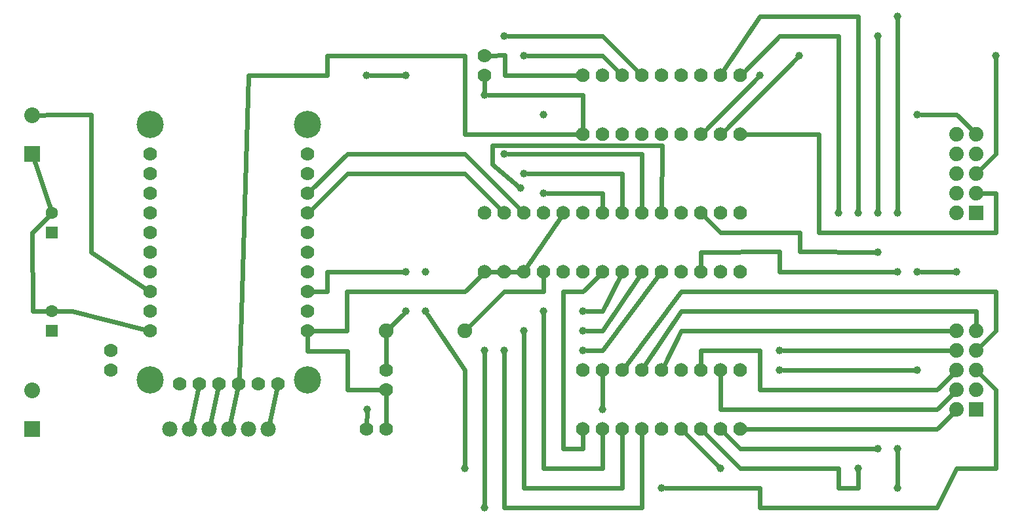
<source format=gbl>
G04 MADE WITH FRITZING*
G04 WWW.FRITZING.ORG*
G04 DOUBLE SIDED*
G04 HOLES PLATED*
G04 CONTOUR ON CENTER OF CONTOUR VECTOR*
%ASAXBY*%
%FSLAX23Y23*%
%MOIN*%
%OFA0B0*%
%SFA1.0B1.0*%
%ADD10C,0.080000*%
%ADD11C,0.039370*%
%ADD12C,0.070000*%
%ADD13C,0.138425*%
%ADD14C,0.075000*%
%ADD15C,0.062992*%
%ADD16C,0.074000*%
%ADD17C,0.078000*%
%ADD18R,0.080000X0.080000*%
%ADD19R,0.062992X0.062992*%
%ADD20R,0.074000X0.074000*%
%ADD21C,0.024000*%
%ADD22R,0.001000X0.001000*%
%LNCOPPER0*%
G90*
G70*
G54D10*
X272Y478D03*
X272Y675D03*
G54D11*
X2172Y1077D03*
X2172Y1277D03*
G54D12*
X2072Y478D03*
X1972Y478D03*
X2072Y778D03*
X2072Y678D03*
X2572Y2278D03*
X2572Y2378D03*
X672Y878D03*
X672Y778D03*
G54D11*
X1973Y579D03*
G54D13*
X872Y728D03*
X872Y2028D03*
G54D12*
X1022Y708D03*
X1122Y708D03*
X1222Y708D03*
X1322Y708D03*
X1422Y708D03*
X1522Y708D03*
X872Y1878D03*
X872Y1778D03*
X872Y1678D03*
X872Y1578D03*
X872Y1478D03*
X872Y1378D03*
X872Y1278D03*
X872Y1178D03*
X872Y1078D03*
G54D13*
X1672Y2028D03*
G54D12*
X872Y978D03*
G54D13*
X1672Y728D03*
G54D12*
X1672Y978D03*
X1672Y1078D03*
X1672Y1178D03*
X1672Y1278D03*
X1672Y1378D03*
X1672Y1478D03*
X1672Y1578D03*
X1672Y1678D03*
X1672Y1778D03*
X1672Y1878D03*
X3072Y478D03*
X3272Y778D03*
X3172Y478D03*
X3372Y778D03*
X3272Y478D03*
X3472Y778D03*
X3372Y478D03*
X3572Y778D03*
X3472Y478D03*
X3672Y778D03*
X3572Y478D03*
X3772Y778D03*
X3672Y478D03*
X3872Y478D03*
X3772Y478D03*
X3872Y778D03*
X3072Y778D03*
X3172Y778D03*
X3872Y1578D03*
X2672Y1278D03*
X3772Y1578D03*
X2572Y1278D03*
X3672Y1578D03*
X3572Y1578D03*
X3472Y1578D03*
X3372Y1578D03*
X2572Y1578D03*
X2672Y1578D03*
X2772Y1578D03*
X2872Y1578D03*
X3272Y1578D03*
X3072Y1578D03*
X3172Y1578D03*
X2972Y1578D03*
X3072Y1278D03*
X2972Y1278D03*
X2872Y1278D03*
X2772Y1278D03*
X3272Y1278D03*
X3172Y1278D03*
X3672Y1278D03*
X3572Y1278D03*
X3472Y1278D03*
X3372Y1278D03*
X3872Y1278D03*
X3772Y1278D03*
G54D14*
X2072Y978D03*
X2472Y978D03*
G54D15*
X372Y1479D03*
X372Y1578D03*
G54D12*
X3872Y2278D03*
X3672Y1978D03*
X3772Y2278D03*
X3572Y1978D03*
X3672Y2278D03*
X3472Y1978D03*
X3572Y2278D03*
X3372Y1978D03*
X3472Y2278D03*
X3272Y1978D03*
X3372Y2278D03*
X3172Y1978D03*
X3272Y2278D03*
X3072Y2278D03*
X3172Y2278D03*
X3072Y1978D03*
X3872Y1978D03*
X3772Y1978D03*
G54D15*
X372Y979D03*
X372Y1078D03*
G54D10*
X272Y1878D03*
X272Y2075D03*
G54D16*
X4972Y1578D03*
X4972Y1678D03*
X4972Y1778D03*
X4972Y1878D03*
X4972Y1978D03*
X5072Y1578D03*
X5072Y1678D03*
X5072Y1778D03*
X5072Y1878D03*
X5072Y1978D03*
X4972Y578D03*
X4972Y678D03*
X4972Y778D03*
X4972Y878D03*
X4972Y978D03*
X5072Y578D03*
X5072Y678D03*
X5072Y778D03*
X5072Y878D03*
X5072Y978D03*
G54D17*
X972Y478D03*
X1072Y478D03*
X1172Y478D03*
X1272Y478D03*
X1372Y478D03*
X1472Y478D03*
G54D11*
X2872Y1078D03*
X3072Y1078D03*
X3072Y978D03*
X2772Y978D03*
X3072Y878D03*
X2672Y878D03*
X2572Y78D03*
X2572Y878D03*
X3172Y578D03*
X3472Y178D03*
X2872Y2078D03*
X2872Y1678D03*
X2772Y2378D03*
X2772Y1778D03*
X2672Y2478D03*
X2672Y1878D03*
X4772Y2078D03*
X4072Y878D03*
X3972Y2278D03*
X4472Y1578D03*
X4372Y1578D03*
X4172Y2378D03*
X5172Y2378D03*
X4572Y1378D03*
X4572Y1578D03*
X4572Y2478D03*
X4672Y2578D03*
X4672Y1578D03*
X4772Y778D03*
X4772Y1278D03*
X4972Y1278D03*
X4072Y778D03*
X4572Y378D03*
X4472Y278D03*
X4672Y378D03*
X4672Y1278D03*
X4672Y178D03*
X3772Y278D03*
X2472Y278D03*
X2272Y1278D03*
X2272Y1078D03*
X2572Y2178D03*
X2172Y2278D03*
X1972Y2278D03*
X2756Y1704D03*
G54D18*
X272Y478D03*
G54D19*
X372Y1479D03*
X372Y979D03*
G54D18*
X272Y1878D03*
G54D20*
X5072Y1578D03*
X5072Y578D03*
G54D21*
X1873Y1879D02*
X1694Y1700D01*
D02*
X2471Y1879D02*
X1873Y1879D01*
D02*
X2671Y1679D02*
X2471Y1879D01*
D02*
X2753Y1596D02*
X2671Y1679D01*
D02*
X1873Y1777D02*
X1694Y1599D01*
D02*
X2471Y1777D02*
X1873Y1777D01*
D02*
X2653Y1596D02*
X2471Y1777D01*
D02*
X1771Y1179D02*
X1703Y1178D01*
D02*
X2153Y1277D02*
X1771Y1277D01*
D02*
X1771Y1277D02*
X1771Y1179D01*
D02*
X2092Y998D02*
X2159Y1063D01*
D02*
X2072Y949D02*
X2072Y804D01*
D02*
X1874Y876D02*
X1874Y678D01*
D02*
X1874Y678D02*
X2046Y678D01*
D02*
X1672Y876D02*
X1874Y876D01*
D02*
X1672Y947D02*
X1672Y876D01*
D02*
X2572Y2252D02*
X2572Y2197D01*
D02*
X2673Y2380D02*
X2598Y2378D01*
D02*
X2673Y2277D02*
X2673Y2380D01*
D02*
X3046Y2278D02*
X2673Y2277D01*
D02*
X1973Y560D02*
X1972Y504D01*
D02*
X2072Y652D02*
X2072Y504D01*
D02*
X1515Y678D02*
X1478Y507D01*
D02*
X1315Y678D02*
X1278Y507D01*
D02*
X1178Y507D02*
X1215Y678D01*
D02*
X1078Y507D02*
X1115Y678D01*
D02*
X474Y1077D02*
X399Y1078D01*
D02*
X842Y985D02*
X474Y1077D01*
D02*
X273Y1077D02*
X272Y1478D01*
D02*
X272Y1478D02*
X353Y1559D01*
D02*
X345Y1078D02*
X273Y1077D01*
D02*
X363Y1603D02*
X282Y1848D01*
D02*
X2646Y1278D02*
X2598Y1278D01*
D02*
X2746Y1278D02*
X2698Y1278D01*
D02*
X2472Y1978D02*
X3046Y1978D01*
D02*
X2472Y2378D02*
X2472Y1978D01*
D02*
X1772Y2378D02*
X2472Y2378D01*
D02*
X1772Y2278D02*
X1772Y2378D01*
D02*
X1372Y2278D02*
X1772Y2278D01*
D02*
X1323Y739D02*
X1372Y2278D01*
D02*
X374Y2079D02*
X303Y2076D01*
D02*
X572Y2079D02*
X374Y2079D01*
D02*
X572Y1378D02*
X572Y2079D01*
D02*
X846Y1195D02*
X572Y1378D01*
D02*
X3072Y378D02*
X3072Y452D01*
D02*
X3072Y1178D02*
X2972Y1178D01*
D02*
X2972Y1178D02*
X2972Y378D01*
D02*
X2972Y378D02*
X3072Y378D01*
D02*
X3153Y1259D02*
X3072Y1178D01*
D02*
X3172Y1078D02*
X3091Y1078D01*
D02*
X2872Y1059D02*
X2872Y278D01*
D02*
X2872Y278D02*
X3172Y278D01*
D02*
X3172Y278D02*
X3172Y452D01*
D02*
X3260Y1254D02*
X3172Y1078D01*
D02*
X3091Y978D02*
X3172Y978D01*
D02*
X3172Y978D02*
X3357Y1256D01*
D02*
X2772Y178D02*
X2772Y959D01*
D02*
X3272Y178D02*
X2772Y178D01*
D02*
X3272Y452D02*
X3272Y178D01*
D02*
X4872Y478D02*
X4950Y556D01*
D02*
X3898Y478D02*
X4872Y478D01*
D02*
X2672Y1178D02*
X2492Y998D01*
D02*
X2872Y1178D02*
X2672Y1178D01*
D02*
X2872Y1252D02*
X2872Y1178D01*
D02*
X4972Y2078D02*
X4791Y2078D01*
D02*
X5050Y2000D02*
X4972Y2078D01*
D02*
X4872Y578D02*
X4950Y656D01*
D02*
X3772Y578D02*
X4872Y578D01*
D02*
X3772Y752D02*
X3772Y578D01*
D02*
X1872Y1178D02*
X1872Y978D01*
D02*
X2472Y1178D02*
X1872Y1178D01*
D02*
X1872Y978D02*
X1703Y978D01*
D02*
X2553Y1259D02*
X2472Y1178D01*
D02*
X3091Y878D02*
X3172Y878D01*
D02*
X3172Y878D02*
X3456Y1257D01*
D02*
X2672Y78D02*
X2672Y859D01*
D02*
X3372Y78D02*
X2672Y78D01*
D02*
X3372Y452D02*
X3372Y78D01*
D02*
X3972Y878D02*
X3972Y678D01*
D02*
X3972Y678D02*
X4772Y678D01*
D02*
X4772Y678D02*
X4872Y678D01*
D02*
X4872Y678D02*
X4950Y756D01*
D02*
X3672Y878D02*
X3972Y878D01*
D02*
X3672Y804D02*
X3672Y878D01*
D02*
X4972Y278D02*
X5172Y278D01*
D02*
X4672Y78D02*
X4872Y78D01*
D02*
X3972Y78D02*
X4572Y78D01*
D02*
X3972Y178D02*
X3972Y78D01*
D02*
X5172Y278D02*
X5172Y378D01*
D02*
X4572Y78D02*
X4672Y78D01*
D02*
X3491Y178D02*
X3972Y178D01*
D02*
X5172Y378D02*
X5172Y678D01*
D02*
X5172Y678D02*
X5094Y756D01*
D02*
X4872Y78D02*
X4972Y278D01*
D02*
X3172Y752D02*
X3172Y597D01*
D02*
X2572Y97D02*
X2572Y859D01*
D02*
X3172Y1678D02*
X2891Y1678D01*
D02*
X3172Y1604D02*
X3172Y1678D01*
D02*
X3272Y1778D02*
X3272Y1604D01*
D02*
X3172Y2378D02*
X2791Y2378D01*
D02*
X2791Y1778D02*
X3272Y1778D01*
D02*
X3253Y2296D02*
X3172Y2378D01*
D02*
X3372Y1878D02*
X3372Y1604D01*
D02*
X3172Y2478D02*
X2691Y2478D01*
D02*
X2691Y1878D02*
X3372Y1878D01*
D02*
X3353Y2296D02*
X3172Y2478D01*
D02*
X4272Y1978D02*
X3898Y1978D01*
D02*
X4272Y1478D02*
X4272Y1978D01*
D02*
X5172Y1478D02*
X4272Y1478D01*
D02*
X5172Y1578D02*
X5172Y1478D01*
D02*
X5172Y1678D02*
X5172Y1578D01*
D02*
X5103Y1678D02*
X5172Y1678D01*
D02*
X3572Y978D02*
X4941Y978D01*
D02*
X3484Y801D02*
X3572Y978D01*
D02*
X5072Y1078D02*
X5072Y1009D01*
D02*
X3572Y1078D02*
X5072Y1078D01*
D02*
X3386Y800D02*
X3572Y1078D01*
D02*
X5172Y978D02*
X5094Y900D01*
D02*
X5172Y1178D02*
X5172Y978D01*
D02*
X3572Y1178D02*
X5172Y1178D01*
D02*
X3288Y799D02*
X3572Y1178D01*
D02*
X4091Y878D02*
X4941Y878D01*
D02*
X3958Y2264D02*
X3690Y1996D01*
D02*
X4472Y2578D02*
X3972Y2578D01*
D02*
X3972Y2578D02*
X3786Y2300D01*
D02*
X4472Y1597D02*
X4472Y2578D01*
D02*
X4372Y2478D02*
X4372Y1597D01*
D02*
X4072Y2478D02*
X4372Y2478D01*
D02*
X3890Y2296D02*
X4072Y2478D01*
D02*
X4158Y2364D02*
X3790Y1996D01*
D02*
X5172Y1878D02*
X5172Y2359D01*
D02*
X5094Y1800D02*
X5172Y1878D01*
D02*
X4174Y1380D02*
X4553Y1378D01*
D02*
X4174Y1478D02*
X4174Y1380D01*
D02*
X4071Y1478D02*
X4174Y1478D01*
D02*
X3772Y1478D02*
X4071Y1478D01*
D02*
X4572Y1597D02*
X4572Y2459D01*
D02*
X3690Y1559D02*
X3772Y1478D01*
D02*
X4672Y2559D02*
X4672Y1597D01*
D02*
X4953Y1278D02*
X4791Y1278D01*
D02*
X3872Y378D02*
X3790Y459D01*
D02*
X4553Y378D02*
X3872Y378D01*
D02*
X4753Y778D02*
X4091Y778D01*
D02*
X4472Y178D02*
X4472Y259D01*
D02*
X4372Y178D02*
X4472Y178D01*
D02*
X3872Y278D02*
X4372Y278D01*
D02*
X4372Y278D02*
X4372Y178D01*
D02*
X3690Y459D02*
X3872Y278D01*
D02*
X4672Y197D02*
X4672Y359D01*
D02*
X4071Y1380D02*
X3672Y1378D01*
D02*
X4071Y1277D02*
X4071Y1380D01*
D02*
X4572Y1278D02*
X4071Y1277D01*
D02*
X3672Y1378D02*
X3672Y1304D01*
D02*
X4653Y1278D02*
X4572Y1278D01*
D02*
X3590Y459D02*
X3758Y291D01*
D02*
X2282Y1062D02*
X2472Y778D01*
D02*
X2472Y778D02*
X2472Y297D01*
D02*
X2153Y2278D02*
X1991Y2278D01*
D02*
X3072Y2178D02*
X2591Y2178D01*
D02*
X3072Y2004D02*
X3072Y2178D01*
D02*
X2786Y1300D02*
X2957Y1556D01*
D02*
X2741Y1716D02*
X2612Y1824D01*
D02*
X2612Y1824D02*
X2612Y1920D01*
D02*
X2612Y1920D02*
X3476Y1920D01*
D02*
X3476Y1920D02*
X3472Y1604D01*
G54D22*
X3068Y2313D02*
X3074Y2313D01*
X3168Y2313D02*
X3174Y2313D01*
X3268Y2313D02*
X3274Y2313D01*
X3368Y2313D02*
X3374Y2313D01*
X3468Y2313D02*
X3474Y2313D01*
X3568Y2313D02*
X3574Y2313D01*
X3668Y2313D02*
X3674Y2313D01*
X3768Y2313D02*
X3774Y2313D01*
X3868Y2313D02*
X3874Y2313D01*
X3063Y2312D02*
X3079Y2312D01*
X3163Y2312D02*
X3179Y2312D01*
X3263Y2312D02*
X3279Y2312D01*
X3363Y2312D02*
X3379Y2312D01*
X3463Y2312D02*
X3479Y2312D01*
X3563Y2312D02*
X3579Y2312D01*
X3663Y2312D02*
X3679Y2312D01*
X3763Y2312D02*
X3779Y2312D01*
X3863Y2312D02*
X3879Y2312D01*
X3060Y2311D02*
X3082Y2311D01*
X3160Y2311D02*
X3182Y2311D01*
X3260Y2311D02*
X3282Y2311D01*
X3360Y2311D02*
X3382Y2311D01*
X3460Y2311D02*
X3482Y2311D01*
X3560Y2311D02*
X3582Y2311D01*
X3660Y2311D02*
X3682Y2311D01*
X3760Y2311D02*
X3782Y2311D01*
X3860Y2311D02*
X3882Y2311D01*
X3057Y2310D02*
X3085Y2310D01*
X3157Y2310D02*
X3185Y2310D01*
X3257Y2310D02*
X3285Y2310D01*
X3357Y2310D02*
X3385Y2310D01*
X3457Y2310D02*
X3485Y2310D01*
X3557Y2310D02*
X3585Y2310D01*
X3657Y2310D02*
X3685Y2310D01*
X3757Y2310D02*
X3785Y2310D01*
X3857Y2310D02*
X3885Y2310D01*
X3055Y2309D02*
X3087Y2309D01*
X3155Y2309D02*
X3187Y2309D01*
X3255Y2309D02*
X3287Y2309D01*
X3355Y2309D02*
X3387Y2309D01*
X3455Y2309D02*
X3487Y2309D01*
X3555Y2309D02*
X3587Y2309D01*
X3655Y2309D02*
X3687Y2309D01*
X3755Y2309D02*
X3787Y2309D01*
X3855Y2309D02*
X3887Y2309D01*
X3054Y2308D02*
X3089Y2308D01*
X3154Y2308D02*
X3189Y2308D01*
X3254Y2308D02*
X3289Y2308D01*
X3354Y2308D02*
X3389Y2308D01*
X3454Y2308D02*
X3489Y2308D01*
X3554Y2308D02*
X3589Y2308D01*
X3653Y2308D02*
X3689Y2308D01*
X3753Y2308D02*
X3789Y2308D01*
X3853Y2308D02*
X3889Y2308D01*
X3052Y2307D02*
X3090Y2307D01*
X3152Y2307D02*
X3190Y2307D01*
X3252Y2307D02*
X3290Y2307D01*
X3352Y2307D02*
X3390Y2307D01*
X3452Y2307D02*
X3490Y2307D01*
X3552Y2307D02*
X3590Y2307D01*
X3652Y2307D02*
X3690Y2307D01*
X3752Y2307D02*
X3790Y2307D01*
X3852Y2307D02*
X3890Y2307D01*
X3050Y2306D02*
X3092Y2306D01*
X3150Y2306D02*
X3192Y2306D01*
X3250Y2306D02*
X3292Y2306D01*
X3350Y2306D02*
X3392Y2306D01*
X3450Y2306D02*
X3492Y2306D01*
X3550Y2306D02*
X3592Y2306D01*
X3650Y2306D02*
X3692Y2306D01*
X3750Y2306D02*
X3792Y2306D01*
X3850Y2306D02*
X3892Y2306D01*
X3049Y2305D02*
X3093Y2305D01*
X3149Y2305D02*
X3193Y2305D01*
X3249Y2305D02*
X3293Y2305D01*
X3349Y2305D02*
X3393Y2305D01*
X3449Y2305D02*
X3493Y2305D01*
X3549Y2305D02*
X3593Y2305D01*
X3649Y2305D02*
X3693Y2305D01*
X3749Y2305D02*
X3793Y2305D01*
X3849Y2305D02*
X3893Y2305D01*
X3048Y2304D02*
X3094Y2304D01*
X3148Y2304D02*
X3194Y2304D01*
X3248Y2304D02*
X3294Y2304D01*
X3348Y2304D02*
X3394Y2304D01*
X3448Y2304D02*
X3494Y2304D01*
X3548Y2304D02*
X3594Y2304D01*
X3648Y2304D02*
X3694Y2304D01*
X3748Y2304D02*
X3794Y2304D01*
X3848Y2304D02*
X3894Y2304D01*
X3047Y2303D02*
X3095Y2303D01*
X3147Y2303D02*
X3195Y2303D01*
X3247Y2303D02*
X3295Y2303D01*
X3347Y2303D02*
X3395Y2303D01*
X3447Y2303D02*
X3495Y2303D01*
X3547Y2303D02*
X3595Y2303D01*
X3647Y2303D02*
X3695Y2303D01*
X3747Y2303D02*
X3795Y2303D01*
X3847Y2303D02*
X3895Y2303D01*
X3046Y2302D02*
X3096Y2302D01*
X3146Y2302D02*
X3196Y2302D01*
X3246Y2302D02*
X3296Y2302D01*
X3346Y2302D02*
X3396Y2302D01*
X3446Y2302D02*
X3496Y2302D01*
X3546Y2302D02*
X3596Y2302D01*
X3646Y2302D02*
X3696Y2302D01*
X3746Y2302D02*
X3796Y2302D01*
X3846Y2302D02*
X3896Y2302D01*
X3045Y2301D02*
X3097Y2301D01*
X3145Y2301D02*
X3197Y2301D01*
X3245Y2301D02*
X3297Y2301D01*
X3345Y2301D02*
X3397Y2301D01*
X3445Y2301D02*
X3497Y2301D01*
X3545Y2301D02*
X3597Y2301D01*
X3645Y2301D02*
X3697Y2301D01*
X3745Y2301D02*
X3797Y2301D01*
X3845Y2301D02*
X3897Y2301D01*
X3044Y2300D02*
X3098Y2300D01*
X3144Y2300D02*
X3198Y2300D01*
X3244Y2300D02*
X3298Y2300D01*
X3344Y2300D02*
X3398Y2300D01*
X3444Y2300D02*
X3498Y2300D01*
X3544Y2300D02*
X3598Y2300D01*
X3644Y2300D02*
X3698Y2300D01*
X3744Y2300D02*
X3798Y2300D01*
X3844Y2300D02*
X3898Y2300D01*
X3044Y2299D02*
X3099Y2299D01*
X3144Y2299D02*
X3199Y2299D01*
X3244Y2299D02*
X3299Y2299D01*
X3344Y2299D02*
X3399Y2299D01*
X3444Y2299D02*
X3499Y2299D01*
X3544Y2299D02*
X3599Y2299D01*
X3644Y2299D02*
X3699Y2299D01*
X3743Y2299D02*
X3799Y2299D01*
X3843Y2299D02*
X3898Y2299D01*
X3043Y2298D02*
X3099Y2298D01*
X3143Y2298D02*
X3199Y2298D01*
X3243Y2298D02*
X3299Y2298D01*
X3343Y2298D02*
X3399Y2298D01*
X3443Y2298D02*
X3499Y2298D01*
X3543Y2298D02*
X3599Y2298D01*
X3643Y2298D02*
X3699Y2298D01*
X3743Y2298D02*
X3799Y2298D01*
X3843Y2298D02*
X3899Y2298D01*
X3042Y2297D02*
X3100Y2297D01*
X3142Y2297D02*
X3200Y2297D01*
X3242Y2297D02*
X3300Y2297D01*
X3342Y2297D02*
X3400Y2297D01*
X3442Y2297D02*
X3500Y2297D01*
X3542Y2297D02*
X3600Y2297D01*
X3642Y2297D02*
X3700Y2297D01*
X3742Y2297D02*
X3800Y2297D01*
X3842Y2297D02*
X3900Y2297D01*
X3042Y2296D02*
X3100Y2296D01*
X3142Y2296D02*
X3200Y2296D01*
X3242Y2296D02*
X3300Y2296D01*
X3342Y2296D02*
X3400Y2296D01*
X3442Y2296D02*
X3500Y2296D01*
X3542Y2296D02*
X3600Y2296D01*
X3642Y2296D02*
X3700Y2296D01*
X3742Y2296D02*
X3800Y2296D01*
X3842Y2296D02*
X3900Y2296D01*
X3041Y2295D02*
X3101Y2295D01*
X3141Y2295D02*
X3201Y2295D01*
X3241Y2295D02*
X3301Y2295D01*
X3341Y2295D02*
X3401Y2295D01*
X3441Y2295D02*
X3501Y2295D01*
X3541Y2295D02*
X3601Y2295D01*
X3641Y2295D02*
X3701Y2295D01*
X3741Y2295D02*
X3801Y2295D01*
X3841Y2295D02*
X3901Y2295D01*
X3041Y2294D02*
X3102Y2294D01*
X3141Y2294D02*
X3202Y2294D01*
X3241Y2294D02*
X3302Y2294D01*
X3341Y2294D02*
X3402Y2294D01*
X3441Y2294D02*
X3502Y2294D01*
X3541Y2294D02*
X3602Y2294D01*
X3641Y2294D02*
X3702Y2294D01*
X3740Y2294D02*
X3801Y2294D01*
X3840Y2294D02*
X3901Y2294D01*
X3040Y2293D02*
X3068Y2293D01*
X3074Y2293D02*
X3102Y2293D01*
X3140Y2293D02*
X3168Y2293D01*
X3174Y2293D02*
X3202Y2293D01*
X3240Y2293D02*
X3268Y2293D01*
X3274Y2293D02*
X3302Y2293D01*
X3340Y2293D02*
X3368Y2293D01*
X3374Y2293D02*
X3402Y2293D01*
X3440Y2293D02*
X3468Y2293D01*
X3474Y2293D02*
X3502Y2293D01*
X3540Y2293D02*
X3568Y2293D01*
X3574Y2293D02*
X3602Y2293D01*
X3640Y2293D02*
X3668Y2293D01*
X3674Y2293D02*
X3702Y2293D01*
X3740Y2293D02*
X3768Y2293D01*
X3774Y2293D02*
X3802Y2293D01*
X3840Y2293D02*
X3868Y2293D01*
X3874Y2293D02*
X3902Y2293D01*
X3040Y2292D02*
X3064Y2292D01*
X3078Y2292D02*
X3103Y2292D01*
X3140Y2292D02*
X3164Y2292D01*
X3178Y2292D02*
X3203Y2292D01*
X3240Y2292D02*
X3264Y2292D01*
X3278Y2292D02*
X3303Y2292D01*
X3340Y2292D02*
X3364Y2292D01*
X3378Y2292D02*
X3402Y2292D01*
X3440Y2292D02*
X3464Y2292D01*
X3478Y2292D02*
X3502Y2292D01*
X3540Y2292D02*
X3564Y2292D01*
X3578Y2292D02*
X3602Y2292D01*
X3640Y2292D02*
X3664Y2292D01*
X3678Y2292D02*
X3702Y2292D01*
X3740Y2292D02*
X3764Y2292D01*
X3778Y2292D02*
X3802Y2292D01*
X3840Y2292D02*
X3864Y2292D01*
X3878Y2292D02*
X3902Y2292D01*
X3039Y2291D02*
X3063Y2291D01*
X3080Y2291D02*
X3103Y2291D01*
X3139Y2291D02*
X3163Y2291D01*
X3180Y2291D02*
X3203Y2291D01*
X3239Y2291D02*
X3263Y2291D01*
X3280Y2291D02*
X3303Y2291D01*
X3339Y2291D02*
X3363Y2291D01*
X3380Y2291D02*
X3403Y2291D01*
X3439Y2291D02*
X3463Y2291D01*
X3480Y2291D02*
X3503Y2291D01*
X3539Y2291D02*
X3563Y2291D01*
X3579Y2291D02*
X3603Y2291D01*
X3639Y2291D02*
X3663Y2291D01*
X3679Y2291D02*
X3703Y2291D01*
X3739Y2291D02*
X3763Y2291D01*
X3779Y2291D02*
X3803Y2291D01*
X3839Y2291D02*
X3863Y2291D01*
X3879Y2291D02*
X3903Y2291D01*
X3039Y2290D02*
X3061Y2290D01*
X3081Y2290D02*
X3103Y2290D01*
X3139Y2290D02*
X3161Y2290D01*
X3181Y2290D02*
X3203Y2290D01*
X3239Y2290D02*
X3261Y2290D01*
X3281Y2290D02*
X3303Y2290D01*
X3339Y2290D02*
X3361Y2290D01*
X3381Y2290D02*
X3403Y2290D01*
X3439Y2290D02*
X3461Y2290D01*
X3481Y2290D02*
X3503Y2290D01*
X3539Y2290D02*
X3561Y2290D01*
X3581Y2290D02*
X3603Y2290D01*
X3639Y2290D02*
X3661Y2290D01*
X3681Y2290D02*
X3703Y2290D01*
X3739Y2290D02*
X3761Y2290D01*
X3781Y2290D02*
X3803Y2290D01*
X3839Y2290D02*
X3861Y2290D01*
X3881Y2290D02*
X3903Y2290D01*
X3038Y2289D02*
X3060Y2289D01*
X3082Y2289D02*
X3104Y2289D01*
X3138Y2289D02*
X3160Y2289D01*
X3182Y2289D02*
X3204Y2289D01*
X3238Y2289D02*
X3260Y2289D01*
X3282Y2289D02*
X3304Y2289D01*
X3338Y2289D02*
X3360Y2289D01*
X3382Y2289D02*
X3404Y2289D01*
X3438Y2289D02*
X3460Y2289D01*
X3482Y2289D02*
X3504Y2289D01*
X3538Y2289D02*
X3560Y2289D01*
X3582Y2289D02*
X3604Y2289D01*
X3638Y2289D02*
X3660Y2289D01*
X3682Y2289D02*
X3704Y2289D01*
X3738Y2289D02*
X3760Y2289D01*
X3782Y2289D02*
X3804Y2289D01*
X3838Y2289D02*
X3860Y2289D01*
X3882Y2289D02*
X3904Y2289D01*
X3038Y2288D02*
X3059Y2288D01*
X3083Y2288D02*
X3104Y2288D01*
X3138Y2288D02*
X3159Y2288D01*
X3183Y2288D02*
X3204Y2288D01*
X3238Y2288D02*
X3259Y2288D01*
X3283Y2288D02*
X3304Y2288D01*
X3338Y2288D02*
X3359Y2288D01*
X3383Y2288D02*
X3404Y2288D01*
X3438Y2288D02*
X3459Y2288D01*
X3483Y2288D02*
X3504Y2288D01*
X3538Y2288D02*
X3559Y2288D01*
X3583Y2288D02*
X3604Y2288D01*
X3638Y2288D02*
X3659Y2288D01*
X3683Y2288D02*
X3704Y2288D01*
X3738Y2288D02*
X3759Y2288D01*
X3783Y2288D02*
X3804Y2288D01*
X3838Y2288D02*
X3859Y2288D01*
X3883Y2288D02*
X3904Y2288D01*
X3038Y2287D02*
X3058Y2287D01*
X3084Y2287D02*
X3104Y2287D01*
X3138Y2287D02*
X3158Y2287D01*
X3184Y2287D02*
X3204Y2287D01*
X3238Y2287D02*
X3258Y2287D01*
X3284Y2287D02*
X3304Y2287D01*
X3338Y2287D02*
X3358Y2287D01*
X3384Y2287D02*
X3404Y2287D01*
X3438Y2287D02*
X3458Y2287D01*
X3484Y2287D02*
X3504Y2287D01*
X3538Y2287D02*
X3558Y2287D01*
X3584Y2287D02*
X3604Y2287D01*
X3638Y2287D02*
X3658Y2287D01*
X3684Y2287D02*
X3704Y2287D01*
X3738Y2287D02*
X3758Y2287D01*
X3784Y2287D02*
X3804Y2287D01*
X3838Y2287D02*
X3858Y2287D01*
X3884Y2287D02*
X3904Y2287D01*
X3038Y2286D02*
X3058Y2286D01*
X3084Y2286D02*
X3105Y2286D01*
X3138Y2286D02*
X3158Y2286D01*
X3184Y2286D02*
X3205Y2286D01*
X3238Y2286D02*
X3258Y2286D01*
X3284Y2286D02*
X3305Y2286D01*
X3338Y2286D02*
X3358Y2286D01*
X3384Y2286D02*
X3404Y2286D01*
X3438Y2286D02*
X3458Y2286D01*
X3484Y2286D02*
X3504Y2286D01*
X3538Y2286D02*
X3558Y2286D01*
X3584Y2286D02*
X3604Y2286D01*
X3638Y2286D02*
X3658Y2286D01*
X3684Y2286D02*
X3704Y2286D01*
X3738Y2286D02*
X3758Y2286D01*
X3784Y2286D02*
X3804Y2286D01*
X3838Y2286D02*
X3858Y2286D01*
X3884Y2286D02*
X3904Y2286D01*
X3037Y2285D02*
X3057Y2285D01*
X3085Y2285D02*
X3105Y2285D01*
X3137Y2285D02*
X3157Y2285D01*
X3185Y2285D02*
X3205Y2285D01*
X3237Y2285D02*
X3257Y2285D01*
X3285Y2285D02*
X3305Y2285D01*
X3337Y2285D02*
X3357Y2285D01*
X3385Y2285D02*
X3405Y2285D01*
X3437Y2285D02*
X3457Y2285D01*
X3485Y2285D02*
X3505Y2285D01*
X3537Y2285D02*
X3557Y2285D01*
X3585Y2285D02*
X3605Y2285D01*
X3637Y2285D02*
X3657Y2285D01*
X3685Y2285D02*
X3705Y2285D01*
X3737Y2285D02*
X3757Y2285D01*
X3785Y2285D02*
X3805Y2285D01*
X3837Y2285D02*
X3857Y2285D01*
X3885Y2285D02*
X3905Y2285D01*
X3037Y2284D02*
X3057Y2284D01*
X3086Y2284D02*
X3105Y2284D01*
X3137Y2284D02*
X3157Y2284D01*
X3186Y2284D02*
X3205Y2284D01*
X3237Y2284D02*
X3257Y2284D01*
X3286Y2284D02*
X3305Y2284D01*
X3337Y2284D02*
X3357Y2284D01*
X3386Y2284D02*
X3405Y2284D01*
X3437Y2284D02*
X3457Y2284D01*
X3486Y2284D02*
X3505Y2284D01*
X3537Y2284D02*
X3557Y2284D01*
X3586Y2284D02*
X3605Y2284D01*
X3637Y2284D02*
X3657Y2284D01*
X3686Y2284D02*
X3705Y2284D01*
X3737Y2284D02*
X3756Y2284D01*
X3786Y2284D02*
X3805Y2284D01*
X3837Y2284D02*
X3856Y2284D01*
X3885Y2284D02*
X3905Y2284D01*
X3037Y2283D02*
X3056Y2283D01*
X3086Y2283D02*
X3105Y2283D01*
X3137Y2283D02*
X3156Y2283D01*
X3186Y2283D02*
X3205Y2283D01*
X3237Y2283D02*
X3256Y2283D01*
X3286Y2283D02*
X3305Y2283D01*
X3337Y2283D02*
X3356Y2283D01*
X3386Y2283D02*
X3405Y2283D01*
X3437Y2283D02*
X3456Y2283D01*
X3486Y2283D02*
X3505Y2283D01*
X3537Y2283D02*
X3556Y2283D01*
X3586Y2283D02*
X3605Y2283D01*
X3637Y2283D02*
X3656Y2283D01*
X3686Y2283D02*
X3705Y2283D01*
X3737Y2283D02*
X3756Y2283D01*
X3786Y2283D02*
X3805Y2283D01*
X3837Y2283D02*
X3856Y2283D01*
X3886Y2283D02*
X3905Y2283D01*
X3037Y2282D02*
X3056Y2282D01*
X3086Y2282D02*
X3105Y2282D01*
X3137Y2282D02*
X3156Y2282D01*
X3186Y2282D02*
X3205Y2282D01*
X3237Y2282D02*
X3256Y2282D01*
X3286Y2282D02*
X3305Y2282D01*
X3337Y2282D02*
X3356Y2282D01*
X3386Y2282D02*
X3405Y2282D01*
X3437Y2282D02*
X3456Y2282D01*
X3486Y2282D02*
X3505Y2282D01*
X3537Y2282D02*
X3556Y2282D01*
X3586Y2282D02*
X3605Y2282D01*
X3637Y2282D02*
X3656Y2282D01*
X3686Y2282D02*
X3705Y2282D01*
X3737Y2282D02*
X3756Y2282D01*
X3786Y2282D02*
X3805Y2282D01*
X3837Y2282D02*
X3856Y2282D01*
X3886Y2282D02*
X3905Y2282D01*
X3037Y2281D02*
X3056Y2281D01*
X3086Y2281D02*
X3105Y2281D01*
X3137Y2281D02*
X3156Y2281D01*
X3186Y2281D02*
X3205Y2281D01*
X3237Y2281D02*
X3256Y2281D01*
X3286Y2281D02*
X3305Y2281D01*
X3337Y2281D02*
X3356Y2281D01*
X3386Y2281D02*
X3405Y2281D01*
X3437Y2281D02*
X3456Y2281D01*
X3486Y2281D02*
X3505Y2281D01*
X3537Y2281D02*
X3556Y2281D01*
X3586Y2281D02*
X3605Y2281D01*
X3637Y2281D02*
X3656Y2281D01*
X3686Y2281D02*
X3705Y2281D01*
X3737Y2281D02*
X3756Y2281D01*
X3786Y2281D02*
X3805Y2281D01*
X3837Y2281D02*
X3856Y2281D01*
X3886Y2281D02*
X3905Y2281D01*
X3037Y2280D02*
X3056Y2280D01*
X3086Y2280D02*
X3105Y2280D01*
X3137Y2280D02*
X3156Y2280D01*
X3186Y2280D02*
X3205Y2280D01*
X3237Y2280D02*
X3256Y2280D01*
X3286Y2280D02*
X3305Y2280D01*
X3337Y2280D02*
X3356Y2280D01*
X3386Y2280D02*
X3405Y2280D01*
X3437Y2280D02*
X3456Y2280D01*
X3486Y2280D02*
X3505Y2280D01*
X3537Y2280D02*
X3556Y2280D01*
X3586Y2280D02*
X3605Y2280D01*
X3637Y2280D02*
X3656Y2280D01*
X3686Y2280D02*
X3705Y2280D01*
X3737Y2280D02*
X3756Y2280D01*
X3786Y2280D02*
X3805Y2280D01*
X3837Y2280D02*
X3856Y2280D01*
X3886Y2280D02*
X3905Y2280D01*
X3037Y2279D02*
X3056Y2279D01*
X3087Y2279D02*
X3106Y2279D01*
X3137Y2279D02*
X3156Y2279D01*
X3186Y2279D02*
X3206Y2279D01*
X3237Y2279D02*
X3256Y2279D01*
X3286Y2279D02*
X3306Y2279D01*
X3337Y2279D02*
X3356Y2279D01*
X3386Y2279D02*
X3405Y2279D01*
X3437Y2279D02*
X3456Y2279D01*
X3486Y2279D02*
X3505Y2279D01*
X3537Y2279D02*
X3556Y2279D01*
X3586Y2279D02*
X3605Y2279D01*
X3637Y2279D02*
X3656Y2279D01*
X3686Y2279D02*
X3705Y2279D01*
X3737Y2279D02*
X3756Y2279D01*
X3786Y2279D02*
X3805Y2279D01*
X3837Y2279D02*
X3856Y2279D01*
X3886Y2279D02*
X3905Y2279D01*
X3037Y2278D02*
X3056Y2278D01*
X3087Y2278D02*
X3106Y2278D01*
X3137Y2278D02*
X3156Y2278D01*
X3187Y2278D02*
X3206Y2278D01*
X3237Y2278D02*
X3256Y2278D01*
X3287Y2278D02*
X3306Y2278D01*
X3337Y2278D02*
X3356Y2278D01*
X3387Y2278D02*
X3406Y2278D01*
X3437Y2278D02*
X3456Y2278D01*
X3487Y2278D02*
X3506Y2278D01*
X3537Y2278D02*
X3556Y2278D01*
X3586Y2278D02*
X3606Y2278D01*
X3637Y2278D02*
X3656Y2278D01*
X3686Y2278D02*
X3706Y2278D01*
X3737Y2278D02*
X3756Y2278D01*
X3786Y2278D02*
X3805Y2278D01*
X3837Y2278D02*
X3856Y2278D01*
X3886Y2278D02*
X3905Y2278D01*
X3037Y2277D02*
X3056Y2277D01*
X3086Y2277D02*
X3105Y2277D01*
X3137Y2277D02*
X3156Y2277D01*
X3186Y2277D02*
X3205Y2277D01*
X3237Y2277D02*
X3256Y2277D01*
X3286Y2277D02*
X3305Y2277D01*
X3337Y2277D02*
X3356Y2277D01*
X3386Y2277D02*
X3405Y2277D01*
X3437Y2277D02*
X3456Y2277D01*
X3486Y2277D02*
X3505Y2277D01*
X3537Y2277D02*
X3556Y2277D01*
X3586Y2277D02*
X3605Y2277D01*
X3637Y2277D02*
X3656Y2277D01*
X3686Y2277D02*
X3705Y2277D01*
X3737Y2277D02*
X3756Y2277D01*
X3786Y2277D02*
X3805Y2277D01*
X3837Y2277D02*
X3856Y2277D01*
X3886Y2277D02*
X3905Y2277D01*
X3037Y2276D02*
X3056Y2276D01*
X3086Y2276D02*
X3105Y2276D01*
X3137Y2276D02*
X3156Y2276D01*
X3186Y2276D02*
X3205Y2276D01*
X3237Y2276D02*
X3256Y2276D01*
X3286Y2276D02*
X3305Y2276D01*
X3337Y2276D02*
X3356Y2276D01*
X3386Y2276D02*
X3405Y2276D01*
X3437Y2276D02*
X3456Y2276D01*
X3486Y2276D02*
X3505Y2276D01*
X3537Y2276D02*
X3556Y2276D01*
X3586Y2276D02*
X3605Y2276D01*
X3637Y2276D02*
X3656Y2276D01*
X3686Y2276D02*
X3705Y2276D01*
X3737Y2276D02*
X3756Y2276D01*
X3786Y2276D02*
X3805Y2276D01*
X3837Y2276D02*
X3856Y2276D01*
X3886Y2276D02*
X3905Y2276D01*
X3037Y2275D02*
X3056Y2275D01*
X3086Y2275D02*
X3105Y2275D01*
X3137Y2275D02*
X3156Y2275D01*
X3186Y2275D02*
X3205Y2275D01*
X3237Y2275D02*
X3256Y2275D01*
X3286Y2275D02*
X3305Y2275D01*
X3337Y2275D02*
X3356Y2275D01*
X3386Y2275D02*
X3405Y2275D01*
X3437Y2275D02*
X3456Y2275D01*
X3486Y2275D02*
X3505Y2275D01*
X3537Y2275D02*
X3556Y2275D01*
X3586Y2275D02*
X3605Y2275D01*
X3637Y2275D02*
X3656Y2275D01*
X3686Y2275D02*
X3705Y2275D01*
X3737Y2275D02*
X3756Y2275D01*
X3786Y2275D02*
X3805Y2275D01*
X3837Y2275D02*
X3856Y2275D01*
X3886Y2275D02*
X3905Y2275D01*
X3037Y2274D02*
X3056Y2274D01*
X3086Y2274D02*
X3105Y2274D01*
X3137Y2274D02*
X3156Y2274D01*
X3186Y2274D02*
X3205Y2274D01*
X3237Y2274D02*
X3256Y2274D01*
X3286Y2274D02*
X3305Y2274D01*
X3337Y2274D02*
X3356Y2274D01*
X3386Y2274D02*
X3405Y2274D01*
X3437Y2274D02*
X3456Y2274D01*
X3486Y2274D02*
X3505Y2274D01*
X3537Y2274D02*
X3556Y2274D01*
X3586Y2274D02*
X3605Y2274D01*
X3637Y2274D02*
X3656Y2274D01*
X3686Y2274D02*
X3705Y2274D01*
X3737Y2274D02*
X3756Y2274D01*
X3786Y2274D02*
X3805Y2274D01*
X3837Y2274D02*
X3856Y2274D01*
X3886Y2274D02*
X3905Y2274D01*
X3037Y2273D02*
X3056Y2273D01*
X3086Y2273D02*
X3105Y2273D01*
X3137Y2273D02*
X3156Y2273D01*
X3186Y2273D02*
X3205Y2273D01*
X3237Y2273D02*
X3256Y2273D01*
X3286Y2273D02*
X3305Y2273D01*
X3337Y2273D02*
X3356Y2273D01*
X3386Y2273D02*
X3405Y2273D01*
X3437Y2273D02*
X3456Y2273D01*
X3486Y2273D02*
X3505Y2273D01*
X3537Y2273D02*
X3556Y2273D01*
X3586Y2273D02*
X3605Y2273D01*
X3637Y2273D02*
X3656Y2273D01*
X3686Y2273D02*
X3705Y2273D01*
X3737Y2273D02*
X3756Y2273D01*
X3786Y2273D02*
X3805Y2273D01*
X3837Y2273D02*
X3856Y2273D01*
X3886Y2273D02*
X3905Y2273D01*
X3037Y2272D02*
X3057Y2272D01*
X3085Y2272D02*
X3105Y2272D01*
X3137Y2272D02*
X3157Y2272D01*
X3185Y2272D02*
X3205Y2272D01*
X3237Y2272D02*
X3257Y2272D01*
X3285Y2272D02*
X3305Y2272D01*
X3337Y2272D02*
X3357Y2272D01*
X3385Y2272D02*
X3405Y2272D01*
X3437Y2272D02*
X3457Y2272D01*
X3485Y2272D02*
X3505Y2272D01*
X3537Y2272D02*
X3557Y2272D01*
X3585Y2272D02*
X3605Y2272D01*
X3637Y2272D02*
X3657Y2272D01*
X3685Y2272D02*
X3705Y2272D01*
X3737Y2272D02*
X3757Y2272D01*
X3785Y2272D02*
X3805Y2272D01*
X3837Y2272D02*
X3857Y2272D01*
X3885Y2272D02*
X3905Y2272D01*
X3037Y2271D02*
X3057Y2271D01*
X3085Y2271D02*
X3105Y2271D01*
X3137Y2271D02*
X3157Y2271D01*
X3185Y2271D02*
X3205Y2271D01*
X3237Y2271D02*
X3257Y2271D01*
X3285Y2271D02*
X3305Y2271D01*
X3337Y2271D02*
X3357Y2271D01*
X3385Y2271D02*
X3405Y2271D01*
X3437Y2271D02*
X3457Y2271D01*
X3485Y2271D02*
X3505Y2271D01*
X3537Y2271D02*
X3557Y2271D01*
X3585Y2271D02*
X3605Y2271D01*
X3637Y2271D02*
X3657Y2271D01*
X3685Y2271D02*
X3705Y2271D01*
X3737Y2271D02*
X3757Y2271D01*
X3785Y2271D02*
X3805Y2271D01*
X3837Y2271D02*
X3857Y2271D01*
X3885Y2271D02*
X3905Y2271D01*
X3038Y2270D02*
X3058Y2270D01*
X3084Y2270D02*
X3104Y2270D01*
X3138Y2270D02*
X3158Y2270D01*
X3184Y2270D02*
X3204Y2270D01*
X3238Y2270D02*
X3258Y2270D01*
X3284Y2270D02*
X3304Y2270D01*
X3338Y2270D02*
X3358Y2270D01*
X3384Y2270D02*
X3404Y2270D01*
X3438Y2270D02*
X3458Y2270D01*
X3484Y2270D02*
X3504Y2270D01*
X3538Y2270D02*
X3558Y2270D01*
X3584Y2270D02*
X3604Y2270D01*
X3638Y2270D02*
X3658Y2270D01*
X3684Y2270D02*
X3704Y2270D01*
X3738Y2270D02*
X3758Y2270D01*
X3784Y2270D02*
X3804Y2270D01*
X3838Y2270D02*
X3858Y2270D01*
X3884Y2270D02*
X3904Y2270D01*
X3038Y2269D02*
X3059Y2269D01*
X3083Y2269D02*
X3104Y2269D01*
X3138Y2269D02*
X3159Y2269D01*
X3183Y2269D02*
X3204Y2269D01*
X3238Y2269D02*
X3259Y2269D01*
X3283Y2269D02*
X3304Y2269D01*
X3338Y2269D02*
X3359Y2269D01*
X3383Y2269D02*
X3404Y2269D01*
X3438Y2269D02*
X3459Y2269D01*
X3483Y2269D02*
X3504Y2269D01*
X3538Y2269D02*
X3559Y2269D01*
X3583Y2269D02*
X3604Y2269D01*
X3638Y2269D02*
X3659Y2269D01*
X3683Y2269D02*
X3704Y2269D01*
X3738Y2269D02*
X3759Y2269D01*
X3783Y2269D02*
X3804Y2269D01*
X3838Y2269D02*
X3859Y2269D01*
X3883Y2269D02*
X3904Y2269D01*
X3038Y2268D02*
X3060Y2268D01*
X3083Y2268D02*
X3104Y2268D01*
X3138Y2268D02*
X3160Y2268D01*
X3183Y2268D02*
X3204Y2268D01*
X3238Y2268D02*
X3260Y2268D01*
X3283Y2268D02*
X3304Y2268D01*
X3338Y2268D02*
X3360Y2268D01*
X3382Y2268D02*
X3404Y2268D01*
X3438Y2268D02*
X3460Y2268D01*
X3482Y2268D02*
X3504Y2268D01*
X3538Y2268D02*
X3560Y2268D01*
X3582Y2268D02*
X3604Y2268D01*
X3638Y2268D02*
X3660Y2268D01*
X3682Y2268D02*
X3704Y2268D01*
X3738Y2268D02*
X3760Y2268D01*
X3782Y2268D02*
X3804Y2268D01*
X3838Y2268D02*
X3860Y2268D01*
X3882Y2268D02*
X3904Y2268D01*
X3039Y2267D02*
X3061Y2267D01*
X3081Y2267D02*
X3104Y2267D01*
X3139Y2267D02*
X3161Y2267D01*
X3181Y2267D02*
X3204Y2267D01*
X3239Y2267D02*
X3261Y2267D01*
X3281Y2267D02*
X3303Y2267D01*
X3339Y2267D02*
X3361Y2267D01*
X3381Y2267D02*
X3403Y2267D01*
X3439Y2267D02*
X3461Y2267D01*
X3481Y2267D02*
X3503Y2267D01*
X3539Y2267D02*
X3561Y2267D01*
X3581Y2267D02*
X3603Y2267D01*
X3639Y2267D02*
X3661Y2267D01*
X3681Y2267D02*
X3703Y2267D01*
X3739Y2267D02*
X3761Y2267D01*
X3781Y2267D02*
X3803Y2267D01*
X3839Y2267D02*
X3861Y2267D01*
X3881Y2267D02*
X3903Y2267D01*
X3039Y2266D02*
X3062Y2266D01*
X3080Y2266D02*
X3103Y2266D01*
X3139Y2266D02*
X3162Y2266D01*
X3180Y2266D02*
X3203Y2266D01*
X3239Y2266D02*
X3262Y2266D01*
X3280Y2266D02*
X3303Y2266D01*
X3339Y2266D02*
X3362Y2266D01*
X3380Y2266D02*
X3403Y2266D01*
X3439Y2266D02*
X3462Y2266D01*
X3480Y2266D02*
X3503Y2266D01*
X3539Y2266D02*
X3562Y2266D01*
X3580Y2266D02*
X3603Y2266D01*
X3639Y2266D02*
X3662Y2266D01*
X3680Y2266D02*
X3703Y2266D01*
X3739Y2266D02*
X3762Y2266D01*
X3780Y2266D02*
X3803Y2266D01*
X3839Y2266D02*
X3862Y2266D01*
X3880Y2266D02*
X3903Y2266D01*
X3039Y2265D02*
X3063Y2265D01*
X3079Y2265D02*
X3103Y2265D01*
X3139Y2265D02*
X3163Y2265D01*
X3179Y2265D02*
X3203Y2265D01*
X3239Y2265D02*
X3263Y2265D01*
X3279Y2265D02*
X3303Y2265D01*
X3339Y2265D02*
X3363Y2265D01*
X3379Y2265D02*
X3403Y2265D01*
X3439Y2265D02*
X3463Y2265D01*
X3479Y2265D02*
X3503Y2265D01*
X3539Y2265D02*
X3563Y2265D01*
X3579Y2265D02*
X3603Y2265D01*
X3639Y2265D02*
X3663Y2265D01*
X3679Y2265D02*
X3703Y2265D01*
X3739Y2265D02*
X3763Y2265D01*
X3779Y2265D02*
X3803Y2265D01*
X3839Y2265D02*
X3863Y2265D01*
X3879Y2265D02*
X3903Y2265D01*
X3040Y2264D02*
X3065Y2264D01*
X3077Y2264D02*
X3102Y2264D01*
X3140Y2264D02*
X3165Y2264D01*
X3177Y2264D02*
X3202Y2264D01*
X3240Y2264D02*
X3265Y2264D01*
X3277Y2264D02*
X3302Y2264D01*
X3340Y2264D02*
X3365Y2264D01*
X3377Y2264D02*
X3402Y2264D01*
X3440Y2264D02*
X3465Y2264D01*
X3477Y2264D02*
X3502Y2264D01*
X3540Y2264D02*
X3565Y2264D01*
X3577Y2264D02*
X3602Y2264D01*
X3640Y2264D02*
X3665Y2264D01*
X3677Y2264D02*
X3702Y2264D01*
X3740Y2264D02*
X3765Y2264D01*
X3777Y2264D02*
X3802Y2264D01*
X3840Y2264D02*
X3865Y2264D01*
X3877Y2264D02*
X3902Y2264D01*
X3040Y2263D02*
X3102Y2263D01*
X3140Y2263D02*
X3202Y2263D01*
X3240Y2263D02*
X3302Y2263D01*
X3340Y2263D02*
X3402Y2263D01*
X3440Y2263D02*
X3502Y2263D01*
X3540Y2263D02*
X3602Y2263D01*
X3640Y2263D02*
X3702Y2263D01*
X3740Y2263D02*
X3802Y2263D01*
X3840Y2263D02*
X3902Y2263D01*
X3041Y2262D02*
X3101Y2262D01*
X3141Y2262D02*
X3201Y2262D01*
X3241Y2262D02*
X3301Y2262D01*
X3341Y2262D02*
X3401Y2262D01*
X3441Y2262D02*
X3501Y2262D01*
X3541Y2262D02*
X3601Y2262D01*
X3641Y2262D02*
X3701Y2262D01*
X3741Y2262D02*
X3801Y2262D01*
X3841Y2262D02*
X3901Y2262D01*
X3041Y2261D02*
X3101Y2261D01*
X3141Y2261D02*
X3201Y2261D01*
X3241Y2261D02*
X3301Y2261D01*
X3341Y2261D02*
X3401Y2261D01*
X3441Y2261D02*
X3501Y2261D01*
X3541Y2261D02*
X3601Y2261D01*
X3641Y2261D02*
X3701Y2261D01*
X3741Y2261D02*
X3801Y2261D01*
X3841Y2261D02*
X3901Y2261D01*
X3042Y2260D02*
X3100Y2260D01*
X3142Y2260D02*
X3200Y2260D01*
X3242Y2260D02*
X3300Y2260D01*
X3342Y2260D02*
X3400Y2260D01*
X3442Y2260D02*
X3500Y2260D01*
X3542Y2260D02*
X3600Y2260D01*
X3642Y2260D02*
X3700Y2260D01*
X3742Y2260D02*
X3800Y2260D01*
X3842Y2260D02*
X3900Y2260D01*
X3042Y2259D02*
X3100Y2259D01*
X3142Y2259D02*
X3200Y2259D01*
X3242Y2259D02*
X3300Y2259D01*
X3342Y2259D02*
X3400Y2259D01*
X3442Y2259D02*
X3500Y2259D01*
X3542Y2259D02*
X3600Y2259D01*
X3642Y2259D02*
X3700Y2259D01*
X3742Y2259D02*
X3800Y2259D01*
X3842Y2259D02*
X3900Y2259D01*
X3043Y2258D02*
X3099Y2258D01*
X3143Y2258D02*
X3199Y2258D01*
X3243Y2258D02*
X3299Y2258D01*
X3343Y2258D02*
X3399Y2258D01*
X3443Y2258D02*
X3499Y2258D01*
X3543Y2258D02*
X3599Y2258D01*
X3643Y2258D02*
X3699Y2258D01*
X3743Y2258D02*
X3799Y2258D01*
X3843Y2258D02*
X3899Y2258D01*
X3044Y2257D02*
X3098Y2257D01*
X3144Y2257D02*
X3198Y2257D01*
X3244Y2257D02*
X3298Y2257D01*
X3344Y2257D02*
X3398Y2257D01*
X3444Y2257D02*
X3498Y2257D01*
X3544Y2257D02*
X3598Y2257D01*
X3644Y2257D02*
X3698Y2257D01*
X3744Y2257D02*
X3798Y2257D01*
X3844Y2257D02*
X3898Y2257D01*
X3045Y2256D02*
X3098Y2256D01*
X3145Y2256D02*
X3198Y2256D01*
X3245Y2256D02*
X3298Y2256D01*
X3345Y2256D02*
X3398Y2256D01*
X3445Y2256D02*
X3498Y2256D01*
X3545Y2256D02*
X3598Y2256D01*
X3645Y2256D02*
X3698Y2256D01*
X3745Y2256D02*
X3797Y2256D01*
X3844Y2256D02*
X3897Y2256D01*
X3045Y2255D02*
X3097Y2255D01*
X3145Y2255D02*
X3197Y2255D01*
X3245Y2255D02*
X3297Y2255D01*
X3345Y2255D02*
X3397Y2255D01*
X3445Y2255D02*
X3497Y2255D01*
X3545Y2255D02*
X3597Y2255D01*
X3645Y2255D02*
X3697Y2255D01*
X3745Y2255D02*
X3797Y2255D01*
X3845Y2255D02*
X3897Y2255D01*
X3046Y2254D02*
X3096Y2254D01*
X3146Y2254D02*
X3196Y2254D01*
X3246Y2254D02*
X3296Y2254D01*
X3346Y2254D02*
X3396Y2254D01*
X3446Y2254D02*
X3496Y2254D01*
X3546Y2254D02*
X3596Y2254D01*
X3646Y2254D02*
X3696Y2254D01*
X3746Y2254D02*
X3796Y2254D01*
X3846Y2254D02*
X3896Y2254D01*
X3047Y2253D02*
X3095Y2253D01*
X3147Y2253D02*
X3195Y2253D01*
X3247Y2253D02*
X3295Y2253D01*
X3347Y2253D02*
X3395Y2253D01*
X3447Y2253D02*
X3495Y2253D01*
X3547Y2253D02*
X3595Y2253D01*
X3647Y2253D02*
X3695Y2253D01*
X3747Y2253D02*
X3795Y2253D01*
X3847Y2253D02*
X3895Y2253D01*
X3048Y2252D02*
X3094Y2252D01*
X3148Y2252D02*
X3194Y2252D01*
X3248Y2252D02*
X3294Y2252D01*
X3348Y2252D02*
X3394Y2252D01*
X3448Y2252D02*
X3494Y2252D01*
X3548Y2252D02*
X3594Y2252D01*
X3648Y2252D02*
X3694Y2252D01*
X3748Y2252D02*
X3794Y2252D01*
X3848Y2252D02*
X3894Y2252D01*
X3050Y2251D02*
X3092Y2251D01*
X3150Y2251D02*
X3192Y2251D01*
X3250Y2251D02*
X3292Y2251D01*
X3350Y2251D02*
X3392Y2251D01*
X3450Y2251D02*
X3492Y2251D01*
X3550Y2251D02*
X3592Y2251D01*
X3650Y2251D02*
X3692Y2251D01*
X3750Y2251D02*
X3792Y2251D01*
X3850Y2251D02*
X3892Y2251D01*
X3051Y2250D02*
X3091Y2250D01*
X3151Y2250D02*
X3191Y2250D01*
X3251Y2250D02*
X3291Y2250D01*
X3351Y2250D02*
X3391Y2250D01*
X3451Y2250D02*
X3491Y2250D01*
X3551Y2250D02*
X3591Y2250D01*
X3651Y2250D02*
X3691Y2250D01*
X3751Y2250D02*
X3791Y2250D01*
X3851Y2250D02*
X3891Y2250D01*
X3053Y2249D02*
X3090Y2249D01*
X3153Y2249D02*
X3190Y2249D01*
X3253Y2249D02*
X3290Y2249D01*
X3353Y2249D02*
X3390Y2249D01*
X3453Y2249D02*
X3490Y2249D01*
X3552Y2249D02*
X3590Y2249D01*
X3652Y2249D02*
X3690Y2249D01*
X3752Y2249D02*
X3790Y2249D01*
X3852Y2249D02*
X3890Y2249D01*
X3054Y2248D02*
X3088Y2248D01*
X3154Y2248D02*
X3188Y2248D01*
X3254Y2248D02*
X3288Y2248D01*
X3354Y2248D02*
X3388Y2248D01*
X3454Y2248D02*
X3488Y2248D01*
X3554Y2248D02*
X3588Y2248D01*
X3654Y2248D02*
X3688Y2248D01*
X3754Y2248D02*
X3788Y2248D01*
X3854Y2248D02*
X3888Y2248D01*
X3056Y2247D02*
X3086Y2247D01*
X3156Y2247D02*
X3186Y2247D01*
X3256Y2247D02*
X3286Y2247D01*
X3356Y2247D02*
X3386Y2247D01*
X3456Y2247D02*
X3486Y2247D01*
X3556Y2247D02*
X3586Y2247D01*
X3656Y2247D02*
X3686Y2247D01*
X3756Y2247D02*
X3786Y2247D01*
X3856Y2247D02*
X3886Y2247D01*
X3058Y2246D02*
X3084Y2246D01*
X3158Y2246D02*
X3184Y2246D01*
X3258Y2246D02*
X3284Y2246D01*
X3358Y2246D02*
X3384Y2246D01*
X3458Y2246D02*
X3484Y2246D01*
X3558Y2246D02*
X3584Y2246D01*
X3658Y2246D02*
X3684Y2246D01*
X3758Y2246D02*
X3784Y2246D01*
X3858Y2246D02*
X3884Y2246D01*
X3061Y2245D02*
X3081Y2245D01*
X3161Y2245D02*
X3181Y2245D01*
X3261Y2245D02*
X3281Y2245D01*
X3361Y2245D02*
X3381Y2245D01*
X3461Y2245D02*
X3481Y2245D01*
X3561Y2245D02*
X3581Y2245D01*
X3661Y2245D02*
X3681Y2245D01*
X3761Y2245D02*
X3781Y2245D01*
X3861Y2245D02*
X3881Y2245D01*
X3065Y2244D02*
X3077Y2244D01*
X3165Y2244D02*
X3177Y2244D01*
X3265Y2244D02*
X3277Y2244D01*
X3365Y2244D02*
X3377Y2244D01*
X3465Y2244D02*
X3477Y2244D01*
X3565Y2244D02*
X3577Y2244D01*
X3665Y2244D02*
X3677Y2244D01*
X3765Y2244D02*
X3777Y2244D01*
X3865Y2244D02*
X3877Y2244D01*
X3068Y2013D02*
X3074Y2013D01*
X3168Y2013D02*
X3174Y2013D01*
X3268Y2013D02*
X3274Y2013D01*
X3368Y2013D02*
X3374Y2013D01*
X3468Y2013D02*
X3474Y2013D01*
X3568Y2013D02*
X3574Y2013D01*
X3668Y2013D02*
X3674Y2013D01*
X3768Y2013D02*
X3774Y2013D01*
X3868Y2013D02*
X3874Y2013D01*
X3063Y2012D02*
X3079Y2012D01*
X3163Y2012D02*
X3179Y2012D01*
X3263Y2012D02*
X3279Y2012D01*
X3363Y2012D02*
X3379Y2012D01*
X3463Y2012D02*
X3479Y2012D01*
X3563Y2012D02*
X3579Y2012D01*
X3663Y2012D02*
X3679Y2012D01*
X3763Y2012D02*
X3779Y2012D01*
X3863Y2012D02*
X3879Y2012D01*
X3060Y2011D02*
X3082Y2011D01*
X3160Y2011D02*
X3182Y2011D01*
X3260Y2011D02*
X3282Y2011D01*
X3360Y2011D02*
X3382Y2011D01*
X3460Y2011D02*
X3482Y2011D01*
X3560Y2011D02*
X3582Y2011D01*
X3660Y2011D02*
X3682Y2011D01*
X3760Y2011D02*
X3782Y2011D01*
X3860Y2011D02*
X3882Y2011D01*
X3057Y2010D02*
X3085Y2010D01*
X3157Y2010D02*
X3185Y2010D01*
X3257Y2010D02*
X3285Y2010D01*
X3357Y2010D02*
X3385Y2010D01*
X3457Y2010D02*
X3485Y2010D01*
X3557Y2010D02*
X3585Y2010D01*
X3657Y2010D02*
X3685Y2010D01*
X3757Y2010D02*
X3785Y2010D01*
X3857Y2010D02*
X3885Y2010D01*
X3055Y2009D02*
X3087Y2009D01*
X3155Y2009D02*
X3187Y2009D01*
X3255Y2009D02*
X3287Y2009D01*
X3355Y2009D02*
X3387Y2009D01*
X3455Y2009D02*
X3487Y2009D01*
X3555Y2009D02*
X3587Y2009D01*
X3655Y2009D02*
X3687Y2009D01*
X3755Y2009D02*
X3787Y2009D01*
X3855Y2009D02*
X3887Y2009D01*
X3054Y2008D02*
X3089Y2008D01*
X3154Y2008D02*
X3189Y2008D01*
X3254Y2008D02*
X3289Y2008D01*
X3353Y2008D02*
X3389Y2008D01*
X3453Y2008D02*
X3489Y2008D01*
X3553Y2008D02*
X3589Y2008D01*
X3653Y2008D02*
X3689Y2008D01*
X3753Y2008D02*
X3789Y2008D01*
X3853Y2008D02*
X3889Y2008D01*
X3052Y2007D02*
X3090Y2007D01*
X3152Y2007D02*
X3190Y2007D01*
X3252Y2007D02*
X3290Y2007D01*
X3352Y2007D02*
X3390Y2007D01*
X3452Y2007D02*
X3490Y2007D01*
X3552Y2007D02*
X3590Y2007D01*
X3652Y2007D02*
X3690Y2007D01*
X3752Y2007D02*
X3790Y2007D01*
X3852Y2007D02*
X3890Y2007D01*
X3050Y2006D02*
X3092Y2006D01*
X3150Y2006D02*
X3192Y2006D01*
X3250Y2006D02*
X3292Y2006D01*
X3350Y2006D02*
X3392Y2006D01*
X3450Y2006D02*
X3492Y2006D01*
X3550Y2006D02*
X3592Y2006D01*
X3650Y2006D02*
X3692Y2006D01*
X3750Y2006D02*
X3792Y2006D01*
X3850Y2006D02*
X3892Y2006D01*
X3049Y2005D02*
X3093Y2005D01*
X3149Y2005D02*
X3193Y2005D01*
X3249Y2005D02*
X3293Y2005D01*
X3349Y2005D02*
X3393Y2005D01*
X3449Y2005D02*
X3493Y2005D01*
X3549Y2005D02*
X3593Y2005D01*
X3649Y2005D02*
X3693Y2005D01*
X3749Y2005D02*
X3793Y2005D01*
X3849Y2005D02*
X3893Y2005D01*
X3048Y2004D02*
X3094Y2004D01*
X3148Y2004D02*
X3194Y2004D01*
X3248Y2004D02*
X3294Y2004D01*
X3348Y2004D02*
X3394Y2004D01*
X3448Y2004D02*
X3494Y2004D01*
X3548Y2004D02*
X3594Y2004D01*
X3648Y2004D02*
X3694Y2004D01*
X3748Y2004D02*
X3794Y2004D01*
X3848Y2004D02*
X3894Y2004D01*
X3047Y2003D02*
X3095Y2003D01*
X3147Y2003D02*
X3195Y2003D01*
X3247Y2003D02*
X3295Y2003D01*
X3347Y2003D02*
X3395Y2003D01*
X3447Y2003D02*
X3495Y2003D01*
X3547Y2003D02*
X3595Y2003D01*
X3647Y2003D02*
X3695Y2003D01*
X3747Y2003D02*
X3795Y2003D01*
X3847Y2003D02*
X3895Y2003D01*
X3046Y2002D02*
X3096Y2002D01*
X3146Y2002D02*
X3196Y2002D01*
X3246Y2002D02*
X3296Y2002D01*
X3346Y2002D02*
X3396Y2002D01*
X3446Y2002D02*
X3496Y2002D01*
X3546Y2002D02*
X3596Y2002D01*
X3646Y2002D02*
X3696Y2002D01*
X3746Y2002D02*
X3796Y2002D01*
X3846Y2002D02*
X3896Y2002D01*
X3045Y2001D02*
X3097Y2001D01*
X3145Y2001D02*
X3197Y2001D01*
X3245Y2001D02*
X3297Y2001D01*
X3345Y2001D02*
X3397Y2001D01*
X3445Y2001D02*
X3497Y2001D01*
X3545Y2001D02*
X3597Y2001D01*
X3645Y2001D02*
X3697Y2001D01*
X3745Y2001D02*
X3797Y2001D01*
X3845Y2001D02*
X3897Y2001D01*
X3044Y2000D02*
X3098Y2000D01*
X3144Y2000D02*
X3198Y2000D01*
X3244Y2000D02*
X3298Y2000D01*
X3344Y2000D02*
X3398Y2000D01*
X3444Y2000D02*
X3498Y2000D01*
X3544Y2000D02*
X3598Y2000D01*
X3644Y2000D02*
X3698Y2000D01*
X3744Y2000D02*
X3798Y2000D01*
X3844Y2000D02*
X3898Y2000D01*
X3044Y1999D02*
X3099Y1999D01*
X3144Y1999D02*
X3199Y1999D01*
X3244Y1999D02*
X3299Y1999D01*
X3344Y1999D02*
X3399Y1999D01*
X3444Y1999D02*
X3499Y1999D01*
X3544Y1999D02*
X3599Y1999D01*
X3643Y1999D02*
X3699Y1999D01*
X3743Y1999D02*
X3799Y1999D01*
X3843Y1999D02*
X3899Y1999D01*
X3043Y1998D02*
X3099Y1998D01*
X3143Y1998D02*
X3199Y1998D01*
X3243Y1998D02*
X3299Y1998D01*
X3343Y1998D02*
X3399Y1998D01*
X3443Y1998D02*
X3499Y1998D01*
X3543Y1998D02*
X3599Y1998D01*
X3643Y1998D02*
X3699Y1998D01*
X3743Y1998D02*
X3799Y1998D01*
X3843Y1998D02*
X3899Y1998D01*
X3042Y1997D02*
X3100Y1997D01*
X3142Y1997D02*
X3200Y1997D01*
X3242Y1997D02*
X3300Y1997D01*
X3342Y1997D02*
X3400Y1997D01*
X3442Y1997D02*
X3500Y1997D01*
X3542Y1997D02*
X3600Y1997D01*
X3642Y1997D02*
X3700Y1997D01*
X3742Y1997D02*
X3800Y1997D01*
X3842Y1997D02*
X3900Y1997D01*
X3042Y1996D02*
X3101Y1996D01*
X3142Y1996D02*
X3200Y1996D01*
X3242Y1996D02*
X3300Y1996D01*
X3342Y1996D02*
X3400Y1996D01*
X3442Y1996D02*
X3500Y1996D01*
X3542Y1996D02*
X3600Y1996D01*
X3642Y1996D02*
X3700Y1996D01*
X3742Y1996D02*
X3800Y1996D01*
X3842Y1996D02*
X3900Y1996D01*
X3041Y1995D02*
X3101Y1995D01*
X3141Y1995D02*
X3201Y1995D01*
X3241Y1995D02*
X3301Y1995D01*
X3341Y1995D02*
X3401Y1995D01*
X3441Y1995D02*
X3501Y1995D01*
X3541Y1995D02*
X3601Y1995D01*
X3641Y1995D02*
X3701Y1995D01*
X3741Y1995D02*
X3801Y1995D01*
X3841Y1995D02*
X3901Y1995D01*
X3041Y1994D02*
X3102Y1994D01*
X3141Y1994D02*
X3202Y1994D01*
X3241Y1994D02*
X3302Y1994D01*
X3341Y1994D02*
X3402Y1994D01*
X3441Y1994D02*
X3502Y1994D01*
X3541Y1994D02*
X3602Y1994D01*
X3641Y1994D02*
X3702Y1994D01*
X3740Y1994D02*
X3802Y1994D01*
X3840Y1994D02*
X3902Y1994D01*
X3040Y1993D02*
X3068Y1993D01*
X3074Y1993D02*
X3102Y1993D01*
X3140Y1993D02*
X3168Y1993D01*
X3174Y1993D02*
X3202Y1993D01*
X3240Y1993D02*
X3268Y1993D01*
X3274Y1993D02*
X3302Y1993D01*
X3340Y1993D02*
X3368Y1993D01*
X3374Y1993D02*
X3402Y1993D01*
X3440Y1993D02*
X3468Y1993D01*
X3474Y1993D02*
X3502Y1993D01*
X3540Y1993D02*
X3568Y1993D01*
X3574Y1993D02*
X3602Y1993D01*
X3640Y1993D02*
X3668Y1993D01*
X3674Y1993D02*
X3702Y1993D01*
X3740Y1993D02*
X3768Y1993D01*
X3774Y1993D02*
X3802Y1993D01*
X3840Y1993D02*
X3868Y1993D01*
X3874Y1993D02*
X3902Y1993D01*
X3040Y1992D02*
X3064Y1992D01*
X3078Y1992D02*
X3103Y1992D01*
X3140Y1992D02*
X3164Y1992D01*
X3178Y1992D02*
X3203Y1992D01*
X3240Y1992D02*
X3264Y1992D01*
X3278Y1992D02*
X3303Y1992D01*
X3340Y1992D02*
X3364Y1992D01*
X3378Y1992D02*
X3402Y1992D01*
X3440Y1992D02*
X3464Y1992D01*
X3478Y1992D02*
X3502Y1992D01*
X3540Y1992D02*
X3564Y1992D01*
X3578Y1992D02*
X3602Y1992D01*
X3640Y1992D02*
X3664Y1992D01*
X3678Y1992D02*
X3702Y1992D01*
X3740Y1992D02*
X3764Y1992D01*
X3778Y1992D02*
X3802Y1992D01*
X3840Y1992D02*
X3864Y1992D01*
X3878Y1992D02*
X3902Y1992D01*
X3039Y1991D02*
X3063Y1991D01*
X3080Y1991D02*
X3103Y1991D01*
X3139Y1991D02*
X3163Y1991D01*
X3180Y1991D02*
X3203Y1991D01*
X3239Y1991D02*
X3263Y1991D01*
X3280Y1991D02*
X3303Y1991D01*
X3339Y1991D02*
X3363Y1991D01*
X3380Y1991D02*
X3403Y1991D01*
X3439Y1991D02*
X3463Y1991D01*
X3480Y1991D02*
X3503Y1991D01*
X3539Y1991D02*
X3563Y1991D01*
X3580Y1991D02*
X3603Y1991D01*
X3639Y1991D02*
X3663Y1991D01*
X3679Y1991D02*
X3703Y1991D01*
X3739Y1991D02*
X3763Y1991D01*
X3779Y1991D02*
X3803Y1991D01*
X3839Y1991D02*
X3862Y1991D01*
X3879Y1991D02*
X3903Y1991D01*
X3039Y1990D02*
X3061Y1990D01*
X3081Y1990D02*
X3103Y1990D01*
X3139Y1990D02*
X3161Y1990D01*
X3181Y1990D02*
X3203Y1990D01*
X3239Y1990D02*
X3261Y1990D01*
X3281Y1990D02*
X3303Y1990D01*
X3339Y1990D02*
X3361Y1990D01*
X3381Y1990D02*
X3403Y1990D01*
X3439Y1990D02*
X3461Y1990D01*
X3481Y1990D02*
X3503Y1990D01*
X3539Y1990D02*
X3561Y1990D01*
X3581Y1990D02*
X3603Y1990D01*
X3639Y1990D02*
X3661Y1990D01*
X3681Y1990D02*
X3703Y1990D01*
X3739Y1990D02*
X3761Y1990D01*
X3781Y1990D02*
X3803Y1990D01*
X3839Y1990D02*
X3861Y1990D01*
X3881Y1990D02*
X3903Y1990D01*
X3038Y1989D02*
X3060Y1989D01*
X3082Y1989D02*
X3104Y1989D01*
X3138Y1989D02*
X3160Y1989D01*
X3182Y1989D02*
X3204Y1989D01*
X3238Y1989D02*
X3260Y1989D01*
X3282Y1989D02*
X3304Y1989D01*
X3338Y1989D02*
X3360Y1989D01*
X3382Y1989D02*
X3404Y1989D01*
X3438Y1989D02*
X3460Y1989D01*
X3482Y1989D02*
X3504Y1989D01*
X3538Y1989D02*
X3560Y1989D01*
X3582Y1989D02*
X3604Y1989D01*
X3638Y1989D02*
X3660Y1989D01*
X3682Y1989D02*
X3704Y1989D01*
X3738Y1989D02*
X3760Y1989D01*
X3782Y1989D02*
X3804Y1989D01*
X3838Y1989D02*
X3860Y1989D01*
X3882Y1989D02*
X3904Y1989D01*
X3038Y1988D02*
X3059Y1988D01*
X3083Y1988D02*
X3104Y1988D01*
X3138Y1988D02*
X3159Y1988D01*
X3183Y1988D02*
X3204Y1988D01*
X3238Y1988D02*
X3259Y1988D01*
X3283Y1988D02*
X3304Y1988D01*
X3338Y1988D02*
X3359Y1988D01*
X3383Y1988D02*
X3404Y1988D01*
X3438Y1988D02*
X3459Y1988D01*
X3483Y1988D02*
X3504Y1988D01*
X3538Y1988D02*
X3559Y1988D01*
X3583Y1988D02*
X3604Y1988D01*
X3638Y1988D02*
X3659Y1988D01*
X3683Y1988D02*
X3704Y1988D01*
X3738Y1988D02*
X3759Y1988D01*
X3783Y1988D02*
X3804Y1988D01*
X3838Y1988D02*
X3859Y1988D01*
X3883Y1988D02*
X3904Y1988D01*
X3038Y1987D02*
X3058Y1987D01*
X3084Y1987D02*
X3104Y1987D01*
X3138Y1987D02*
X3158Y1987D01*
X3184Y1987D02*
X3204Y1987D01*
X3238Y1987D02*
X3258Y1987D01*
X3284Y1987D02*
X3304Y1987D01*
X3338Y1987D02*
X3358Y1987D01*
X3384Y1987D02*
X3404Y1987D01*
X3438Y1987D02*
X3458Y1987D01*
X3484Y1987D02*
X3504Y1987D01*
X3538Y1987D02*
X3558Y1987D01*
X3584Y1987D02*
X3604Y1987D01*
X3638Y1987D02*
X3658Y1987D01*
X3684Y1987D02*
X3704Y1987D01*
X3738Y1987D02*
X3758Y1987D01*
X3784Y1987D02*
X3804Y1987D01*
X3838Y1987D02*
X3858Y1987D01*
X3884Y1987D02*
X3904Y1987D01*
X3038Y1986D02*
X3058Y1986D01*
X3084Y1986D02*
X3105Y1986D01*
X3138Y1986D02*
X3158Y1986D01*
X3184Y1986D02*
X3205Y1986D01*
X3238Y1986D02*
X3258Y1986D01*
X3284Y1986D02*
X3305Y1986D01*
X3338Y1986D02*
X3358Y1986D01*
X3384Y1986D02*
X3405Y1986D01*
X3438Y1986D02*
X3458Y1986D01*
X3484Y1986D02*
X3505Y1986D01*
X3538Y1986D02*
X3558Y1986D01*
X3584Y1986D02*
X3604Y1986D01*
X3638Y1986D02*
X3658Y1986D01*
X3684Y1986D02*
X3704Y1986D01*
X3738Y1986D02*
X3758Y1986D01*
X3784Y1986D02*
X3804Y1986D01*
X3838Y1986D02*
X3858Y1986D01*
X3884Y1986D02*
X3904Y1986D01*
X3037Y1985D02*
X3057Y1985D01*
X3085Y1985D02*
X3105Y1985D01*
X3137Y1985D02*
X3157Y1985D01*
X3185Y1985D02*
X3205Y1985D01*
X3237Y1985D02*
X3257Y1985D01*
X3285Y1985D02*
X3305Y1985D01*
X3337Y1985D02*
X3357Y1985D01*
X3385Y1985D02*
X3405Y1985D01*
X3437Y1985D02*
X3457Y1985D01*
X3485Y1985D02*
X3505Y1985D01*
X3537Y1985D02*
X3557Y1985D01*
X3585Y1985D02*
X3605Y1985D01*
X3637Y1985D02*
X3657Y1985D01*
X3685Y1985D02*
X3705Y1985D01*
X3737Y1985D02*
X3757Y1985D01*
X3785Y1985D02*
X3805Y1985D01*
X3837Y1985D02*
X3857Y1985D01*
X3885Y1985D02*
X3905Y1985D01*
X3037Y1984D02*
X3057Y1984D01*
X3086Y1984D02*
X3105Y1984D01*
X3137Y1984D02*
X3157Y1984D01*
X3186Y1984D02*
X3205Y1984D01*
X3237Y1984D02*
X3257Y1984D01*
X3286Y1984D02*
X3305Y1984D01*
X3337Y1984D02*
X3357Y1984D01*
X3386Y1984D02*
X3405Y1984D01*
X3437Y1984D02*
X3457Y1984D01*
X3486Y1984D02*
X3505Y1984D01*
X3537Y1984D02*
X3557Y1984D01*
X3586Y1984D02*
X3605Y1984D01*
X3637Y1984D02*
X3657Y1984D01*
X3686Y1984D02*
X3705Y1984D01*
X3737Y1984D02*
X3756Y1984D01*
X3786Y1984D02*
X3805Y1984D01*
X3837Y1984D02*
X3856Y1984D01*
X3885Y1984D02*
X3905Y1984D01*
X3037Y1983D02*
X3056Y1983D01*
X3086Y1983D02*
X3105Y1983D01*
X3137Y1983D02*
X3156Y1983D01*
X3186Y1983D02*
X3205Y1983D01*
X3237Y1983D02*
X3256Y1983D01*
X3286Y1983D02*
X3305Y1983D01*
X3337Y1983D02*
X3356Y1983D01*
X3386Y1983D02*
X3405Y1983D01*
X3437Y1983D02*
X3456Y1983D01*
X3486Y1983D02*
X3505Y1983D01*
X3537Y1983D02*
X3556Y1983D01*
X3586Y1983D02*
X3605Y1983D01*
X3637Y1983D02*
X3656Y1983D01*
X3686Y1983D02*
X3705Y1983D01*
X3737Y1983D02*
X3756Y1983D01*
X3786Y1983D02*
X3805Y1983D01*
X3837Y1983D02*
X3856Y1983D01*
X3886Y1983D02*
X3905Y1983D01*
X3037Y1982D02*
X3056Y1982D01*
X3086Y1982D02*
X3105Y1982D01*
X3137Y1982D02*
X3156Y1982D01*
X3186Y1982D02*
X3205Y1982D01*
X3237Y1982D02*
X3256Y1982D01*
X3286Y1982D02*
X3305Y1982D01*
X3337Y1982D02*
X3356Y1982D01*
X3386Y1982D02*
X3405Y1982D01*
X3437Y1982D02*
X3456Y1982D01*
X3486Y1982D02*
X3505Y1982D01*
X3537Y1982D02*
X3556Y1982D01*
X3586Y1982D02*
X3605Y1982D01*
X3637Y1982D02*
X3656Y1982D01*
X3686Y1982D02*
X3705Y1982D01*
X3737Y1982D02*
X3756Y1982D01*
X3786Y1982D02*
X3805Y1982D01*
X3837Y1982D02*
X3856Y1982D01*
X3886Y1982D02*
X3905Y1982D01*
X3037Y1981D02*
X3056Y1981D01*
X3086Y1981D02*
X3105Y1981D01*
X3137Y1981D02*
X3156Y1981D01*
X3186Y1981D02*
X3205Y1981D01*
X3237Y1981D02*
X3256Y1981D01*
X3286Y1981D02*
X3305Y1981D01*
X3337Y1981D02*
X3356Y1981D01*
X3386Y1981D02*
X3405Y1981D01*
X3437Y1981D02*
X3456Y1981D01*
X3486Y1981D02*
X3505Y1981D01*
X3537Y1981D02*
X3556Y1981D01*
X3586Y1981D02*
X3605Y1981D01*
X3637Y1981D02*
X3656Y1981D01*
X3686Y1981D02*
X3705Y1981D01*
X3737Y1981D02*
X3756Y1981D01*
X3786Y1981D02*
X3805Y1981D01*
X3837Y1981D02*
X3856Y1981D01*
X3886Y1981D02*
X3905Y1981D01*
X3037Y1980D02*
X3056Y1980D01*
X3086Y1980D02*
X3105Y1980D01*
X3137Y1980D02*
X3156Y1980D01*
X3186Y1980D02*
X3205Y1980D01*
X3237Y1980D02*
X3256Y1980D01*
X3286Y1980D02*
X3305Y1980D01*
X3337Y1980D02*
X3356Y1980D01*
X3386Y1980D02*
X3405Y1980D01*
X3437Y1980D02*
X3456Y1980D01*
X3486Y1980D02*
X3505Y1980D01*
X3537Y1980D02*
X3556Y1980D01*
X3586Y1980D02*
X3605Y1980D01*
X3637Y1980D02*
X3656Y1980D01*
X3686Y1980D02*
X3705Y1980D01*
X3737Y1980D02*
X3756Y1980D01*
X3786Y1980D02*
X3805Y1980D01*
X3837Y1980D02*
X3856Y1980D01*
X3886Y1980D02*
X3905Y1980D01*
X3037Y1979D02*
X3056Y1979D01*
X3087Y1979D02*
X3106Y1979D01*
X3137Y1979D02*
X3156Y1979D01*
X3187Y1979D02*
X3206Y1979D01*
X3237Y1979D02*
X3256Y1979D01*
X3286Y1979D02*
X3306Y1979D01*
X3337Y1979D02*
X3356Y1979D01*
X3386Y1979D02*
X3405Y1979D01*
X3437Y1979D02*
X3456Y1979D01*
X3486Y1979D02*
X3505Y1979D01*
X3537Y1979D02*
X3556Y1979D01*
X3586Y1979D02*
X3605Y1979D01*
X3637Y1979D02*
X3656Y1979D01*
X3686Y1979D02*
X3705Y1979D01*
X3737Y1979D02*
X3756Y1979D01*
X3786Y1979D02*
X3805Y1979D01*
X3837Y1979D02*
X3856Y1979D01*
X3886Y1979D02*
X3905Y1979D01*
X3037Y1978D02*
X3056Y1978D01*
X3087Y1978D02*
X3106Y1978D01*
X3137Y1978D02*
X3156Y1978D01*
X3187Y1978D02*
X3206Y1978D01*
X3237Y1978D02*
X3256Y1978D01*
X3287Y1978D02*
X3306Y1978D01*
X3337Y1978D02*
X3356Y1978D01*
X3387Y1978D02*
X3406Y1978D01*
X3437Y1978D02*
X3456Y1978D01*
X3487Y1978D02*
X3506Y1978D01*
X3537Y1978D02*
X3556Y1978D01*
X3586Y1978D02*
X3606Y1978D01*
X3637Y1978D02*
X3656Y1978D01*
X3686Y1978D02*
X3706Y1978D01*
X3737Y1978D02*
X3756Y1978D01*
X3786Y1978D02*
X3805Y1978D01*
X3837Y1978D02*
X3856Y1978D01*
X3886Y1978D02*
X3905Y1978D01*
X3037Y1977D02*
X3056Y1977D01*
X3086Y1977D02*
X3105Y1977D01*
X3137Y1977D02*
X3156Y1977D01*
X3186Y1977D02*
X3205Y1977D01*
X3237Y1977D02*
X3256Y1977D01*
X3286Y1977D02*
X3305Y1977D01*
X3337Y1977D02*
X3356Y1977D01*
X3386Y1977D02*
X3405Y1977D01*
X3437Y1977D02*
X3456Y1977D01*
X3486Y1977D02*
X3505Y1977D01*
X3537Y1977D02*
X3556Y1977D01*
X3586Y1977D02*
X3605Y1977D01*
X3637Y1977D02*
X3656Y1977D01*
X3686Y1977D02*
X3705Y1977D01*
X3737Y1977D02*
X3756Y1977D01*
X3786Y1977D02*
X3805Y1977D01*
X3837Y1977D02*
X3856Y1977D01*
X3886Y1977D02*
X3905Y1977D01*
X3037Y1976D02*
X3056Y1976D01*
X3086Y1976D02*
X3105Y1976D01*
X3137Y1976D02*
X3156Y1976D01*
X3186Y1976D02*
X3205Y1976D01*
X3237Y1976D02*
X3256Y1976D01*
X3286Y1976D02*
X3305Y1976D01*
X3337Y1976D02*
X3356Y1976D01*
X3386Y1976D02*
X3405Y1976D01*
X3437Y1976D02*
X3456Y1976D01*
X3486Y1976D02*
X3505Y1976D01*
X3537Y1976D02*
X3556Y1976D01*
X3586Y1976D02*
X3605Y1976D01*
X3637Y1976D02*
X3656Y1976D01*
X3686Y1976D02*
X3705Y1976D01*
X3737Y1976D02*
X3756Y1976D01*
X3786Y1976D02*
X3805Y1976D01*
X3837Y1976D02*
X3856Y1976D01*
X3886Y1976D02*
X3905Y1976D01*
X3037Y1975D02*
X3056Y1975D01*
X3086Y1975D02*
X3105Y1975D01*
X3137Y1975D02*
X3156Y1975D01*
X3186Y1975D02*
X3205Y1975D01*
X3237Y1975D02*
X3256Y1975D01*
X3286Y1975D02*
X3305Y1975D01*
X3337Y1975D02*
X3356Y1975D01*
X3386Y1975D02*
X3405Y1975D01*
X3437Y1975D02*
X3456Y1975D01*
X3486Y1975D02*
X3505Y1975D01*
X3537Y1975D02*
X3556Y1975D01*
X3586Y1975D02*
X3605Y1975D01*
X3637Y1975D02*
X3656Y1975D01*
X3686Y1975D02*
X3705Y1975D01*
X3737Y1975D02*
X3756Y1975D01*
X3786Y1975D02*
X3805Y1975D01*
X3837Y1975D02*
X3856Y1975D01*
X3886Y1975D02*
X3905Y1975D01*
X3037Y1974D02*
X3056Y1974D01*
X3086Y1974D02*
X3105Y1974D01*
X3137Y1974D02*
X3156Y1974D01*
X3186Y1974D02*
X3205Y1974D01*
X3237Y1974D02*
X3256Y1974D01*
X3286Y1974D02*
X3305Y1974D01*
X3337Y1974D02*
X3356Y1974D01*
X3386Y1974D02*
X3405Y1974D01*
X3437Y1974D02*
X3456Y1974D01*
X3486Y1974D02*
X3505Y1974D01*
X3537Y1974D02*
X3556Y1974D01*
X3586Y1974D02*
X3605Y1974D01*
X3637Y1974D02*
X3656Y1974D01*
X3686Y1974D02*
X3705Y1974D01*
X3737Y1974D02*
X3756Y1974D01*
X3786Y1974D02*
X3805Y1974D01*
X3837Y1974D02*
X3856Y1974D01*
X3886Y1974D02*
X3905Y1974D01*
X3037Y1973D02*
X3056Y1973D01*
X3086Y1973D02*
X3105Y1973D01*
X3137Y1973D02*
X3156Y1973D01*
X3186Y1973D02*
X3205Y1973D01*
X3237Y1973D02*
X3256Y1973D01*
X3286Y1973D02*
X3305Y1973D01*
X3337Y1973D02*
X3356Y1973D01*
X3386Y1973D02*
X3405Y1973D01*
X3437Y1973D02*
X3456Y1973D01*
X3486Y1973D02*
X3505Y1973D01*
X3537Y1973D02*
X3556Y1973D01*
X3586Y1973D02*
X3605Y1973D01*
X3637Y1973D02*
X3656Y1973D01*
X3686Y1973D02*
X3705Y1973D01*
X3737Y1973D02*
X3756Y1973D01*
X3786Y1973D02*
X3805Y1973D01*
X3837Y1973D02*
X3856Y1973D01*
X3886Y1973D02*
X3905Y1973D01*
X3037Y1972D02*
X3057Y1972D01*
X3085Y1972D02*
X3105Y1972D01*
X3137Y1972D02*
X3157Y1972D01*
X3185Y1972D02*
X3205Y1972D01*
X3237Y1972D02*
X3257Y1972D01*
X3285Y1972D02*
X3305Y1972D01*
X3337Y1972D02*
X3357Y1972D01*
X3385Y1972D02*
X3405Y1972D01*
X3437Y1972D02*
X3457Y1972D01*
X3485Y1972D02*
X3505Y1972D01*
X3537Y1972D02*
X3557Y1972D01*
X3585Y1972D02*
X3605Y1972D01*
X3637Y1972D02*
X3657Y1972D01*
X3685Y1972D02*
X3705Y1972D01*
X3737Y1972D02*
X3757Y1972D01*
X3785Y1972D02*
X3805Y1972D01*
X3837Y1972D02*
X3857Y1972D01*
X3885Y1972D02*
X3905Y1972D01*
X3037Y1971D02*
X3057Y1971D01*
X3085Y1971D02*
X3105Y1971D01*
X3137Y1971D02*
X3157Y1971D01*
X3185Y1971D02*
X3205Y1971D01*
X3237Y1971D02*
X3257Y1971D01*
X3285Y1971D02*
X3305Y1971D01*
X3337Y1971D02*
X3357Y1971D01*
X3385Y1971D02*
X3405Y1971D01*
X3437Y1971D02*
X3457Y1971D01*
X3485Y1971D02*
X3505Y1971D01*
X3537Y1971D02*
X3557Y1971D01*
X3585Y1971D02*
X3605Y1971D01*
X3637Y1971D02*
X3657Y1971D01*
X3685Y1971D02*
X3705Y1971D01*
X3737Y1971D02*
X3757Y1971D01*
X3785Y1971D02*
X3805Y1971D01*
X3837Y1971D02*
X3857Y1971D01*
X3885Y1971D02*
X3905Y1971D01*
X3038Y1970D02*
X3058Y1970D01*
X3084Y1970D02*
X3104Y1970D01*
X3138Y1970D02*
X3158Y1970D01*
X3184Y1970D02*
X3204Y1970D01*
X3238Y1970D02*
X3258Y1970D01*
X3284Y1970D02*
X3304Y1970D01*
X3338Y1970D02*
X3358Y1970D01*
X3384Y1970D02*
X3404Y1970D01*
X3438Y1970D02*
X3458Y1970D01*
X3484Y1970D02*
X3504Y1970D01*
X3538Y1970D02*
X3558Y1970D01*
X3584Y1970D02*
X3604Y1970D01*
X3638Y1970D02*
X3658Y1970D01*
X3684Y1970D02*
X3704Y1970D01*
X3738Y1970D02*
X3758Y1970D01*
X3784Y1970D02*
X3804Y1970D01*
X3838Y1970D02*
X3858Y1970D01*
X3884Y1970D02*
X3904Y1970D01*
X3038Y1969D02*
X3059Y1969D01*
X3083Y1969D02*
X3104Y1969D01*
X3138Y1969D02*
X3159Y1969D01*
X3183Y1969D02*
X3204Y1969D01*
X3238Y1969D02*
X3259Y1969D01*
X3283Y1969D02*
X3304Y1969D01*
X3338Y1969D02*
X3359Y1969D01*
X3383Y1969D02*
X3404Y1969D01*
X3438Y1969D02*
X3459Y1969D01*
X3483Y1969D02*
X3504Y1969D01*
X3538Y1969D02*
X3559Y1969D01*
X3583Y1969D02*
X3604Y1969D01*
X3638Y1969D02*
X3659Y1969D01*
X3683Y1969D02*
X3704Y1969D01*
X3738Y1969D02*
X3759Y1969D01*
X3783Y1969D02*
X3804Y1969D01*
X3838Y1969D02*
X3859Y1969D01*
X3883Y1969D02*
X3904Y1969D01*
X3038Y1968D02*
X3060Y1968D01*
X3083Y1968D02*
X3104Y1968D01*
X3138Y1968D02*
X3160Y1968D01*
X3183Y1968D02*
X3204Y1968D01*
X3238Y1968D02*
X3260Y1968D01*
X3282Y1968D02*
X3304Y1968D01*
X3338Y1968D02*
X3360Y1968D01*
X3382Y1968D02*
X3404Y1968D01*
X3438Y1968D02*
X3460Y1968D01*
X3482Y1968D02*
X3504Y1968D01*
X3538Y1968D02*
X3560Y1968D01*
X3582Y1968D02*
X3604Y1968D01*
X3638Y1968D02*
X3660Y1968D01*
X3682Y1968D02*
X3704Y1968D01*
X3738Y1968D02*
X3760Y1968D01*
X3782Y1968D02*
X3804Y1968D01*
X3838Y1968D02*
X3860Y1968D01*
X3882Y1968D02*
X3904Y1968D01*
X3039Y1967D02*
X3061Y1967D01*
X3081Y1967D02*
X3104Y1967D01*
X3139Y1967D02*
X3161Y1967D01*
X3181Y1967D02*
X3204Y1967D01*
X3239Y1967D02*
X3261Y1967D01*
X3281Y1967D02*
X3303Y1967D01*
X3339Y1967D02*
X3361Y1967D01*
X3381Y1967D02*
X3403Y1967D01*
X3439Y1967D02*
X3461Y1967D01*
X3481Y1967D02*
X3503Y1967D01*
X3539Y1967D02*
X3561Y1967D01*
X3581Y1967D02*
X3603Y1967D01*
X3639Y1967D02*
X3661Y1967D01*
X3681Y1967D02*
X3703Y1967D01*
X3739Y1967D02*
X3761Y1967D01*
X3781Y1967D02*
X3803Y1967D01*
X3839Y1967D02*
X3861Y1967D01*
X3881Y1967D02*
X3903Y1967D01*
X3039Y1966D02*
X3062Y1966D01*
X3080Y1966D02*
X3103Y1966D01*
X3139Y1966D02*
X3162Y1966D01*
X3180Y1966D02*
X3203Y1966D01*
X3239Y1966D02*
X3262Y1966D01*
X3280Y1966D02*
X3303Y1966D01*
X3339Y1966D02*
X3362Y1966D01*
X3380Y1966D02*
X3403Y1966D01*
X3439Y1966D02*
X3462Y1966D01*
X3480Y1966D02*
X3503Y1966D01*
X3539Y1966D02*
X3562Y1966D01*
X3580Y1966D02*
X3603Y1966D01*
X3639Y1966D02*
X3662Y1966D01*
X3680Y1966D02*
X3703Y1966D01*
X3739Y1966D02*
X3762Y1966D01*
X3780Y1966D02*
X3803Y1966D01*
X3839Y1966D02*
X3862Y1966D01*
X3880Y1966D02*
X3903Y1966D01*
X3039Y1965D02*
X3063Y1965D01*
X3079Y1965D02*
X3103Y1965D01*
X3139Y1965D02*
X3163Y1965D01*
X3179Y1965D02*
X3203Y1965D01*
X3239Y1965D02*
X3263Y1965D01*
X3279Y1965D02*
X3303Y1965D01*
X3339Y1965D02*
X3363Y1965D01*
X3379Y1965D02*
X3403Y1965D01*
X3439Y1965D02*
X3463Y1965D01*
X3479Y1965D02*
X3503Y1965D01*
X3539Y1965D02*
X3563Y1965D01*
X3579Y1965D02*
X3603Y1965D01*
X3639Y1965D02*
X3663Y1965D01*
X3679Y1965D02*
X3703Y1965D01*
X3739Y1965D02*
X3763Y1965D01*
X3779Y1965D02*
X3803Y1965D01*
X3839Y1965D02*
X3863Y1965D01*
X3879Y1965D02*
X3903Y1965D01*
X3040Y1964D02*
X3065Y1964D01*
X3077Y1964D02*
X3102Y1964D01*
X3140Y1964D02*
X3165Y1964D01*
X3177Y1964D02*
X3202Y1964D01*
X3240Y1964D02*
X3265Y1964D01*
X3277Y1964D02*
X3302Y1964D01*
X3340Y1964D02*
X3365Y1964D01*
X3377Y1964D02*
X3402Y1964D01*
X3440Y1964D02*
X3465Y1964D01*
X3477Y1964D02*
X3502Y1964D01*
X3540Y1964D02*
X3565Y1964D01*
X3577Y1964D02*
X3602Y1964D01*
X3640Y1964D02*
X3665Y1964D01*
X3677Y1964D02*
X3702Y1964D01*
X3740Y1964D02*
X3765Y1964D01*
X3777Y1964D02*
X3802Y1964D01*
X3840Y1964D02*
X3865Y1964D01*
X3877Y1964D02*
X3902Y1964D01*
X3040Y1963D02*
X3102Y1963D01*
X3140Y1963D02*
X3202Y1963D01*
X3240Y1963D02*
X3302Y1963D01*
X3340Y1963D02*
X3402Y1963D01*
X3440Y1963D02*
X3502Y1963D01*
X3540Y1963D02*
X3602Y1963D01*
X3640Y1963D02*
X3702Y1963D01*
X3740Y1963D02*
X3802Y1963D01*
X3840Y1963D02*
X3902Y1963D01*
X3041Y1962D02*
X3101Y1962D01*
X3141Y1962D02*
X3201Y1962D01*
X3241Y1962D02*
X3301Y1962D01*
X3341Y1962D02*
X3401Y1962D01*
X3441Y1962D02*
X3501Y1962D01*
X3541Y1962D02*
X3601Y1962D01*
X3641Y1962D02*
X3701Y1962D01*
X3741Y1962D02*
X3801Y1962D01*
X3841Y1962D02*
X3901Y1962D01*
X3041Y1961D02*
X3101Y1961D01*
X3141Y1961D02*
X3201Y1961D01*
X3241Y1961D02*
X3301Y1961D01*
X3341Y1961D02*
X3401Y1961D01*
X3441Y1961D02*
X3501Y1961D01*
X3541Y1961D02*
X3601Y1961D01*
X3641Y1961D02*
X3701Y1961D01*
X3741Y1961D02*
X3801Y1961D01*
X3841Y1961D02*
X3901Y1961D01*
X3042Y1960D02*
X3100Y1960D01*
X3142Y1960D02*
X3200Y1960D01*
X3242Y1960D02*
X3300Y1960D01*
X3342Y1960D02*
X3400Y1960D01*
X3442Y1960D02*
X3500Y1960D01*
X3542Y1960D02*
X3600Y1960D01*
X3642Y1960D02*
X3700Y1960D01*
X3742Y1960D02*
X3800Y1960D01*
X3842Y1960D02*
X3900Y1960D01*
X3042Y1959D02*
X3100Y1959D01*
X3142Y1959D02*
X3200Y1959D01*
X3242Y1959D02*
X3300Y1959D01*
X3342Y1959D02*
X3400Y1959D01*
X3442Y1959D02*
X3500Y1959D01*
X3542Y1959D02*
X3600Y1959D01*
X3642Y1959D02*
X3700Y1959D01*
X3742Y1959D02*
X3800Y1959D01*
X3842Y1959D02*
X3900Y1959D01*
X3043Y1958D02*
X3099Y1958D01*
X3143Y1958D02*
X3199Y1958D01*
X3243Y1958D02*
X3299Y1958D01*
X3343Y1958D02*
X3399Y1958D01*
X3443Y1958D02*
X3499Y1958D01*
X3543Y1958D02*
X3599Y1958D01*
X3643Y1958D02*
X3699Y1958D01*
X3743Y1958D02*
X3799Y1958D01*
X3843Y1958D02*
X3899Y1958D01*
X3044Y1957D02*
X3098Y1957D01*
X3144Y1957D02*
X3198Y1957D01*
X3244Y1957D02*
X3298Y1957D01*
X3344Y1957D02*
X3398Y1957D01*
X3444Y1957D02*
X3498Y1957D01*
X3544Y1957D02*
X3598Y1957D01*
X3644Y1957D02*
X3698Y1957D01*
X3744Y1957D02*
X3798Y1957D01*
X3844Y1957D02*
X3898Y1957D01*
X3045Y1956D02*
X3098Y1956D01*
X3145Y1956D02*
X3198Y1956D01*
X3245Y1956D02*
X3298Y1956D01*
X3345Y1956D02*
X3398Y1956D01*
X3445Y1956D02*
X3498Y1956D01*
X3545Y1956D02*
X3597Y1956D01*
X3645Y1956D02*
X3697Y1956D01*
X3745Y1956D02*
X3797Y1956D01*
X3845Y1956D02*
X3897Y1956D01*
X3045Y1955D02*
X3097Y1955D01*
X3145Y1955D02*
X3197Y1955D01*
X3245Y1955D02*
X3297Y1955D01*
X3345Y1955D02*
X3397Y1955D01*
X3445Y1955D02*
X3497Y1955D01*
X3545Y1955D02*
X3597Y1955D01*
X3645Y1955D02*
X3697Y1955D01*
X3745Y1955D02*
X3797Y1955D01*
X3845Y1955D02*
X3897Y1955D01*
X3046Y1954D02*
X3096Y1954D01*
X3146Y1954D02*
X3196Y1954D01*
X3246Y1954D02*
X3296Y1954D01*
X3346Y1954D02*
X3396Y1954D01*
X3446Y1954D02*
X3496Y1954D01*
X3546Y1954D02*
X3596Y1954D01*
X3646Y1954D02*
X3696Y1954D01*
X3746Y1954D02*
X3796Y1954D01*
X3846Y1954D02*
X3896Y1954D01*
X3047Y1953D02*
X3095Y1953D01*
X3147Y1953D02*
X3195Y1953D01*
X3247Y1953D02*
X3295Y1953D01*
X3347Y1953D02*
X3395Y1953D01*
X3447Y1953D02*
X3495Y1953D01*
X3547Y1953D02*
X3595Y1953D01*
X3647Y1953D02*
X3695Y1953D01*
X3747Y1953D02*
X3795Y1953D01*
X3847Y1953D02*
X3895Y1953D01*
X3048Y1952D02*
X3094Y1952D01*
X3148Y1952D02*
X3194Y1952D01*
X3248Y1952D02*
X3294Y1952D01*
X3348Y1952D02*
X3394Y1952D01*
X3448Y1952D02*
X3494Y1952D01*
X3548Y1952D02*
X3594Y1952D01*
X3648Y1952D02*
X3694Y1952D01*
X3748Y1952D02*
X3794Y1952D01*
X3848Y1952D02*
X3894Y1952D01*
X3050Y1951D02*
X3092Y1951D01*
X3150Y1951D02*
X3192Y1951D01*
X3250Y1951D02*
X3292Y1951D01*
X3350Y1951D02*
X3392Y1951D01*
X3450Y1951D02*
X3492Y1951D01*
X3550Y1951D02*
X3592Y1951D01*
X3650Y1951D02*
X3692Y1951D01*
X3750Y1951D02*
X3792Y1951D01*
X3850Y1951D02*
X3892Y1951D01*
X3051Y1950D02*
X3091Y1950D01*
X3151Y1950D02*
X3191Y1950D01*
X3251Y1950D02*
X3291Y1950D01*
X3351Y1950D02*
X3391Y1950D01*
X3451Y1950D02*
X3491Y1950D01*
X3551Y1950D02*
X3591Y1950D01*
X3651Y1950D02*
X3691Y1950D01*
X3751Y1950D02*
X3791Y1950D01*
X3851Y1950D02*
X3891Y1950D01*
X3053Y1949D02*
X3090Y1949D01*
X3153Y1949D02*
X3190Y1949D01*
X3253Y1949D02*
X3290Y1949D01*
X3353Y1949D02*
X3390Y1949D01*
X3453Y1949D02*
X3490Y1949D01*
X3553Y1949D02*
X3590Y1949D01*
X3652Y1949D02*
X3690Y1949D01*
X3752Y1949D02*
X3790Y1949D01*
X3852Y1949D02*
X3890Y1949D01*
X3054Y1948D02*
X3088Y1948D01*
X3154Y1948D02*
X3188Y1948D01*
X3254Y1948D02*
X3288Y1948D01*
X3354Y1948D02*
X3388Y1948D01*
X3454Y1948D02*
X3488Y1948D01*
X3554Y1948D02*
X3588Y1948D01*
X3654Y1948D02*
X3688Y1948D01*
X3754Y1948D02*
X3788Y1948D01*
X3854Y1948D02*
X3888Y1948D01*
X3056Y1947D02*
X3086Y1947D01*
X3156Y1947D02*
X3186Y1947D01*
X3256Y1947D02*
X3286Y1947D01*
X3356Y1947D02*
X3386Y1947D01*
X3456Y1947D02*
X3486Y1947D01*
X3556Y1947D02*
X3586Y1947D01*
X3656Y1947D02*
X3686Y1947D01*
X3756Y1947D02*
X3786Y1947D01*
X3856Y1947D02*
X3886Y1947D01*
X3058Y1946D02*
X3084Y1946D01*
X3158Y1946D02*
X3184Y1946D01*
X3258Y1946D02*
X3284Y1946D01*
X3358Y1946D02*
X3384Y1946D01*
X3458Y1946D02*
X3484Y1946D01*
X3558Y1946D02*
X3584Y1946D01*
X3658Y1946D02*
X3684Y1946D01*
X3758Y1946D02*
X3784Y1946D01*
X3858Y1946D02*
X3884Y1946D01*
X3061Y1945D02*
X3081Y1945D01*
X3161Y1945D02*
X3181Y1945D01*
X3261Y1945D02*
X3281Y1945D01*
X3361Y1945D02*
X3381Y1945D01*
X3461Y1945D02*
X3481Y1945D01*
X3561Y1945D02*
X3581Y1945D01*
X3661Y1945D02*
X3681Y1945D01*
X3761Y1945D02*
X3781Y1945D01*
X3861Y1945D02*
X3881Y1945D01*
X3065Y1944D02*
X3077Y1944D01*
X3165Y1944D02*
X3177Y1944D01*
X3265Y1944D02*
X3277Y1944D01*
X3365Y1944D02*
X3377Y1944D01*
X3465Y1944D02*
X3477Y1944D01*
X3565Y1944D02*
X3577Y1944D01*
X3665Y1944D02*
X3677Y1944D01*
X3765Y1944D02*
X3777Y1944D01*
X3865Y1944D02*
X3877Y1944D01*
X2568Y1613D02*
X2574Y1613D01*
X2668Y1613D02*
X2674Y1613D01*
X2768Y1613D02*
X2774Y1613D01*
X2868Y1613D02*
X2874Y1613D01*
X2968Y1613D02*
X2974Y1613D01*
X3068Y1613D02*
X3074Y1613D01*
X3168Y1613D02*
X3174Y1613D01*
X3268Y1613D02*
X3274Y1613D01*
X3368Y1613D02*
X3374Y1613D01*
X3468Y1613D02*
X3474Y1613D01*
X3568Y1613D02*
X3574Y1613D01*
X3668Y1613D02*
X3674Y1613D01*
X3768Y1613D02*
X3774Y1613D01*
X3868Y1613D02*
X3874Y1613D01*
X2563Y1612D02*
X2579Y1612D01*
X2663Y1612D02*
X2679Y1612D01*
X2763Y1612D02*
X2779Y1612D01*
X2863Y1612D02*
X2879Y1612D01*
X2963Y1612D02*
X2979Y1612D01*
X3063Y1612D02*
X3079Y1612D01*
X3163Y1612D02*
X3179Y1612D01*
X3263Y1612D02*
X3279Y1612D01*
X3363Y1612D02*
X3379Y1612D01*
X3463Y1612D02*
X3479Y1612D01*
X3563Y1612D02*
X3579Y1612D01*
X3663Y1612D02*
X3679Y1612D01*
X3763Y1612D02*
X3779Y1612D01*
X3863Y1612D02*
X3879Y1612D01*
X2560Y1611D02*
X2582Y1611D01*
X2660Y1611D02*
X2682Y1611D01*
X2760Y1611D02*
X2782Y1611D01*
X2860Y1611D02*
X2882Y1611D01*
X2960Y1611D02*
X2982Y1611D01*
X3060Y1611D02*
X3082Y1611D01*
X3160Y1611D02*
X3182Y1611D01*
X3260Y1611D02*
X3282Y1611D01*
X3360Y1611D02*
X3382Y1611D01*
X3460Y1611D02*
X3482Y1611D01*
X3560Y1611D02*
X3582Y1611D01*
X3660Y1611D02*
X3682Y1611D01*
X3760Y1611D02*
X3782Y1611D01*
X3860Y1611D02*
X3882Y1611D01*
X2557Y1610D02*
X2585Y1610D01*
X2657Y1610D02*
X2685Y1610D01*
X2757Y1610D02*
X2785Y1610D01*
X2857Y1610D02*
X2885Y1610D01*
X2957Y1610D02*
X2985Y1610D01*
X3057Y1610D02*
X3085Y1610D01*
X3157Y1610D02*
X3185Y1610D01*
X3257Y1610D02*
X3285Y1610D01*
X3357Y1610D02*
X3385Y1610D01*
X3457Y1610D02*
X3485Y1610D01*
X3557Y1610D02*
X3585Y1610D01*
X3657Y1610D02*
X3685Y1610D01*
X3757Y1610D02*
X3785Y1610D01*
X3857Y1610D02*
X3885Y1610D01*
X2555Y1609D02*
X2587Y1609D01*
X2655Y1609D02*
X2687Y1609D01*
X2755Y1609D02*
X2787Y1609D01*
X2855Y1609D02*
X2887Y1609D01*
X2955Y1609D02*
X2987Y1609D01*
X3055Y1609D02*
X3087Y1609D01*
X3155Y1609D02*
X3187Y1609D01*
X3255Y1609D02*
X3287Y1609D01*
X3355Y1609D02*
X3387Y1609D01*
X3455Y1609D02*
X3487Y1609D01*
X3555Y1609D02*
X3587Y1609D01*
X3655Y1609D02*
X3687Y1609D01*
X3755Y1609D02*
X3787Y1609D01*
X3855Y1609D02*
X3887Y1609D01*
X2554Y1608D02*
X2589Y1608D01*
X2654Y1608D02*
X2689Y1608D01*
X2754Y1608D02*
X2789Y1608D01*
X2854Y1608D02*
X2889Y1608D01*
X2954Y1608D02*
X2989Y1608D01*
X3053Y1608D02*
X3089Y1608D01*
X3153Y1608D02*
X3189Y1608D01*
X3253Y1608D02*
X3289Y1608D01*
X3353Y1608D02*
X3389Y1608D01*
X3453Y1608D02*
X3489Y1608D01*
X3553Y1608D02*
X3589Y1608D01*
X3653Y1608D02*
X3689Y1608D01*
X3753Y1608D02*
X3789Y1608D01*
X3853Y1608D02*
X3889Y1608D01*
X2552Y1607D02*
X2590Y1607D01*
X2652Y1607D02*
X2690Y1607D01*
X2752Y1607D02*
X2790Y1607D01*
X2852Y1607D02*
X2890Y1607D01*
X2952Y1607D02*
X2990Y1607D01*
X3052Y1607D02*
X3090Y1607D01*
X3152Y1607D02*
X3190Y1607D01*
X3252Y1607D02*
X3290Y1607D01*
X3352Y1607D02*
X3390Y1607D01*
X3452Y1607D02*
X3490Y1607D01*
X3552Y1607D02*
X3590Y1607D01*
X3652Y1607D02*
X3690Y1607D01*
X3752Y1607D02*
X3790Y1607D01*
X3852Y1607D02*
X3890Y1607D01*
X2550Y1606D02*
X2592Y1606D01*
X2650Y1606D02*
X2692Y1606D01*
X2750Y1606D02*
X2792Y1606D01*
X2850Y1606D02*
X2892Y1606D01*
X2950Y1606D02*
X2992Y1606D01*
X3050Y1606D02*
X3092Y1606D01*
X3150Y1606D02*
X3192Y1606D01*
X3250Y1606D02*
X3292Y1606D01*
X3350Y1606D02*
X3392Y1606D01*
X3450Y1606D02*
X3492Y1606D01*
X3550Y1606D02*
X3592Y1606D01*
X3650Y1606D02*
X3692Y1606D01*
X3750Y1606D02*
X3792Y1606D01*
X3850Y1606D02*
X3892Y1606D01*
X2549Y1605D02*
X2593Y1605D01*
X2649Y1605D02*
X2693Y1605D01*
X2749Y1605D02*
X2793Y1605D01*
X2849Y1605D02*
X2893Y1605D01*
X2949Y1605D02*
X2993Y1605D01*
X3049Y1605D02*
X3093Y1605D01*
X3149Y1605D02*
X3193Y1605D01*
X3249Y1605D02*
X3293Y1605D01*
X3349Y1605D02*
X3393Y1605D01*
X3449Y1605D02*
X3493Y1605D01*
X3549Y1605D02*
X3593Y1605D01*
X3649Y1605D02*
X3693Y1605D01*
X3749Y1605D02*
X3793Y1605D01*
X3849Y1605D02*
X3893Y1605D01*
X2548Y1604D02*
X2594Y1604D01*
X2648Y1604D02*
X2694Y1604D01*
X2748Y1604D02*
X2794Y1604D01*
X2848Y1604D02*
X2894Y1604D01*
X2948Y1604D02*
X2994Y1604D01*
X3048Y1604D02*
X3094Y1604D01*
X3148Y1604D02*
X3194Y1604D01*
X3248Y1604D02*
X3294Y1604D01*
X3348Y1604D02*
X3394Y1604D01*
X3448Y1604D02*
X3494Y1604D01*
X3548Y1604D02*
X3594Y1604D01*
X3648Y1604D02*
X3694Y1604D01*
X3748Y1604D02*
X3794Y1604D01*
X3848Y1604D02*
X3894Y1604D01*
X2547Y1603D02*
X2595Y1603D01*
X2647Y1603D02*
X2695Y1603D01*
X2747Y1603D02*
X2795Y1603D01*
X2847Y1603D02*
X2895Y1603D01*
X2947Y1603D02*
X2995Y1603D01*
X3047Y1603D02*
X3095Y1603D01*
X3147Y1603D02*
X3195Y1603D01*
X3247Y1603D02*
X3295Y1603D01*
X3347Y1603D02*
X3395Y1603D01*
X3447Y1603D02*
X3495Y1603D01*
X3547Y1603D02*
X3595Y1603D01*
X3647Y1603D02*
X3695Y1603D01*
X3747Y1603D02*
X3795Y1603D01*
X3847Y1603D02*
X3895Y1603D01*
X2546Y1602D02*
X2596Y1602D01*
X2646Y1602D02*
X2696Y1602D01*
X2746Y1602D02*
X2796Y1602D01*
X2846Y1602D02*
X2896Y1602D01*
X2946Y1602D02*
X2996Y1602D01*
X3046Y1602D02*
X3096Y1602D01*
X3146Y1602D02*
X3196Y1602D01*
X3246Y1602D02*
X3296Y1602D01*
X3346Y1602D02*
X3396Y1602D01*
X3446Y1602D02*
X3496Y1602D01*
X3546Y1602D02*
X3596Y1602D01*
X3646Y1602D02*
X3696Y1602D01*
X3746Y1602D02*
X3796Y1602D01*
X3846Y1602D02*
X3896Y1602D01*
X2545Y1601D02*
X2597Y1601D01*
X2645Y1601D02*
X2697Y1601D01*
X2745Y1601D02*
X2797Y1601D01*
X2845Y1601D02*
X2897Y1601D01*
X2945Y1601D02*
X2997Y1601D01*
X3045Y1601D02*
X3097Y1601D01*
X3145Y1601D02*
X3197Y1601D01*
X3245Y1601D02*
X3297Y1601D01*
X3345Y1601D02*
X3397Y1601D01*
X3445Y1601D02*
X3497Y1601D01*
X3545Y1601D02*
X3597Y1601D01*
X3645Y1601D02*
X3697Y1601D01*
X3745Y1601D02*
X3797Y1601D01*
X3845Y1601D02*
X3897Y1601D01*
X2544Y1600D02*
X2598Y1600D01*
X2644Y1600D02*
X2698Y1600D01*
X2744Y1600D02*
X2798Y1600D01*
X2844Y1600D02*
X2898Y1600D01*
X2944Y1600D02*
X2998Y1600D01*
X3044Y1600D02*
X3098Y1600D01*
X3144Y1600D02*
X3198Y1600D01*
X3244Y1600D02*
X3298Y1600D01*
X3344Y1600D02*
X3398Y1600D01*
X3444Y1600D02*
X3498Y1600D01*
X3544Y1600D02*
X3598Y1600D01*
X3644Y1600D02*
X3698Y1600D01*
X3744Y1600D02*
X3798Y1600D01*
X3844Y1600D02*
X3898Y1600D01*
X2544Y1599D02*
X2599Y1599D01*
X2644Y1599D02*
X2699Y1599D01*
X2744Y1599D02*
X2799Y1599D01*
X2844Y1599D02*
X2899Y1599D01*
X2944Y1599D02*
X2999Y1599D01*
X3044Y1599D02*
X3099Y1599D01*
X3144Y1599D02*
X3199Y1599D01*
X3244Y1599D02*
X3299Y1599D01*
X3344Y1599D02*
X3399Y1599D01*
X3443Y1599D02*
X3499Y1599D01*
X3543Y1599D02*
X3599Y1599D01*
X3643Y1599D02*
X3699Y1599D01*
X3743Y1599D02*
X3799Y1599D01*
X3843Y1599D02*
X3899Y1599D01*
X2543Y1598D02*
X2599Y1598D01*
X2643Y1598D02*
X2699Y1598D01*
X2743Y1598D02*
X2799Y1598D01*
X2843Y1598D02*
X2899Y1598D01*
X2943Y1598D02*
X2999Y1598D01*
X3043Y1598D02*
X3099Y1598D01*
X3143Y1598D02*
X3199Y1598D01*
X3243Y1598D02*
X3299Y1598D01*
X3343Y1598D02*
X3399Y1598D01*
X3443Y1598D02*
X3499Y1598D01*
X3543Y1598D02*
X3599Y1598D01*
X3643Y1598D02*
X3699Y1598D01*
X3743Y1598D02*
X3799Y1598D01*
X3843Y1598D02*
X3899Y1598D01*
X2542Y1597D02*
X2600Y1597D01*
X2642Y1597D02*
X2700Y1597D01*
X2742Y1597D02*
X2800Y1597D01*
X2842Y1597D02*
X2900Y1597D01*
X2942Y1597D02*
X3000Y1597D01*
X3042Y1597D02*
X3100Y1597D01*
X3142Y1597D02*
X3200Y1597D01*
X3242Y1597D02*
X3300Y1597D01*
X3342Y1597D02*
X3400Y1597D01*
X3442Y1597D02*
X3500Y1597D01*
X3542Y1597D02*
X3600Y1597D01*
X3642Y1597D02*
X3700Y1597D01*
X3742Y1597D02*
X3800Y1597D01*
X3842Y1597D02*
X3900Y1597D01*
X2542Y1596D02*
X2601Y1596D01*
X2642Y1596D02*
X2701Y1596D01*
X2742Y1596D02*
X2801Y1596D01*
X2842Y1596D02*
X2901Y1596D01*
X2942Y1596D02*
X3001Y1596D01*
X3042Y1596D02*
X3101Y1596D01*
X3142Y1596D02*
X3201Y1596D01*
X3242Y1596D02*
X3300Y1596D01*
X3342Y1596D02*
X3400Y1596D01*
X3442Y1596D02*
X3500Y1596D01*
X3542Y1596D02*
X3600Y1596D01*
X3642Y1596D02*
X3700Y1596D01*
X3742Y1596D02*
X3800Y1596D01*
X3842Y1596D02*
X3900Y1596D01*
X2541Y1595D02*
X2601Y1595D01*
X2641Y1595D02*
X2701Y1595D01*
X2741Y1595D02*
X2801Y1595D01*
X2841Y1595D02*
X2901Y1595D01*
X2941Y1595D02*
X3001Y1595D01*
X3041Y1595D02*
X3101Y1595D01*
X3141Y1595D02*
X3201Y1595D01*
X3241Y1595D02*
X3301Y1595D01*
X3341Y1595D02*
X3401Y1595D01*
X3441Y1595D02*
X3501Y1595D01*
X3541Y1595D02*
X3601Y1595D01*
X3641Y1595D02*
X3701Y1595D01*
X3741Y1595D02*
X3801Y1595D01*
X3841Y1595D02*
X3901Y1595D01*
X2541Y1594D02*
X2602Y1594D01*
X2641Y1594D02*
X2702Y1594D01*
X2741Y1594D02*
X2802Y1594D01*
X2841Y1594D02*
X2902Y1594D01*
X2941Y1594D02*
X3002Y1594D01*
X3041Y1594D02*
X3102Y1594D01*
X3141Y1594D02*
X3202Y1594D01*
X3241Y1594D02*
X3302Y1594D01*
X3341Y1594D02*
X3402Y1594D01*
X3441Y1594D02*
X3502Y1594D01*
X3541Y1594D02*
X3602Y1594D01*
X3640Y1594D02*
X3702Y1594D01*
X3740Y1594D02*
X3802Y1594D01*
X3840Y1594D02*
X3902Y1594D01*
X2540Y1593D02*
X2568Y1593D01*
X2575Y1593D02*
X2602Y1593D01*
X2640Y1593D02*
X2668Y1593D01*
X2675Y1593D02*
X2702Y1593D01*
X2740Y1593D02*
X2768Y1593D01*
X2775Y1593D02*
X2802Y1593D01*
X2840Y1593D02*
X2868Y1593D01*
X2875Y1593D02*
X2902Y1593D01*
X2940Y1593D02*
X2968Y1593D01*
X2975Y1593D02*
X3002Y1593D01*
X3040Y1593D02*
X3068Y1593D01*
X3075Y1593D02*
X3102Y1593D01*
X3140Y1593D02*
X3168Y1593D01*
X3175Y1593D02*
X3202Y1593D01*
X3240Y1593D02*
X3268Y1593D01*
X3275Y1593D02*
X3302Y1593D01*
X3340Y1593D02*
X3368Y1593D01*
X3375Y1593D02*
X3402Y1593D01*
X3440Y1593D02*
X3467Y1593D01*
X3475Y1593D02*
X3502Y1593D01*
X3540Y1593D02*
X3567Y1593D01*
X3575Y1593D02*
X3602Y1593D01*
X3640Y1593D02*
X3667Y1593D01*
X3675Y1593D02*
X3702Y1593D01*
X3740Y1593D02*
X3767Y1593D01*
X3775Y1593D02*
X3802Y1593D01*
X3840Y1593D02*
X3867Y1593D01*
X3875Y1593D02*
X3902Y1593D01*
X2540Y1592D02*
X2564Y1592D01*
X2578Y1592D02*
X2603Y1592D01*
X2640Y1592D02*
X2664Y1592D01*
X2678Y1592D02*
X2703Y1592D01*
X2740Y1592D02*
X2764Y1592D01*
X2778Y1592D02*
X2803Y1592D01*
X2840Y1592D02*
X2864Y1592D01*
X2878Y1592D02*
X2903Y1592D01*
X2940Y1592D02*
X2964Y1592D01*
X2978Y1592D02*
X3003Y1592D01*
X3040Y1592D02*
X3064Y1592D01*
X3078Y1592D02*
X3103Y1592D01*
X3140Y1592D02*
X3164Y1592D01*
X3178Y1592D02*
X3203Y1592D01*
X3240Y1592D02*
X3264Y1592D01*
X3278Y1592D02*
X3303Y1592D01*
X3340Y1592D02*
X3364Y1592D01*
X3378Y1592D02*
X3403Y1592D01*
X3440Y1592D02*
X3464Y1592D01*
X3478Y1592D02*
X3503Y1592D01*
X3540Y1592D02*
X3564Y1592D01*
X3578Y1592D02*
X3602Y1592D01*
X3640Y1592D02*
X3664Y1592D01*
X3678Y1592D02*
X3702Y1592D01*
X3740Y1592D02*
X3764Y1592D01*
X3778Y1592D02*
X3802Y1592D01*
X3840Y1592D02*
X3864Y1592D01*
X3878Y1592D02*
X3902Y1592D01*
X2539Y1591D02*
X2563Y1591D01*
X2580Y1591D02*
X2603Y1591D01*
X2639Y1591D02*
X2663Y1591D01*
X2680Y1591D02*
X2703Y1591D01*
X2739Y1591D02*
X2763Y1591D01*
X2780Y1591D02*
X2803Y1591D01*
X2839Y1591D02*
X2863Y1591D01*
X2880Y1591D02*
X2903Y1591D01*
X2939Y1591D02*
X2963Y1591D01*
X2980Y1591D02*
X3003Y1591D01*
X3039Y1591D02*
X3063Y1591D01*
X3080Y1591D02*
X3103Y1591D01*
X3139Y1591D02*
X3163Y1591D01*
X3180Y1591D02*
X3203Y1591D01*
X3239Y1591D02*
X3263Y1591D01*
X3280Y1591D02*
X3303Y1591D01*
X3339Y1591D02*
X3362Y1591D01*
X3380Y1591D02*
X3403Y1591D01*
X3439Y1591D02*
X3462Y1591D01*
X3480Y1591D02*
X3503Y1591D01*
X3539Y1591D02*
X3562Y1591D01*
X3580Y1591D02*
X3603Y1591D01*
X3639Y1591D02*
X3662Y1591D01*
X3680Y1591D02*
X3703Y1591D01*
X3739Y1591D02*
X3762Y1591D01*
X3780Y1591D02*
X3803Y1591D01*
X3839Y1591D02*
X3862Y1591D01*
X3880Y1591D02*
X3903Y1591D01*
X2539Y1590D02*
X2561Y1590D01*
X2581Y1590D02*
X2603Y1590D01*
X2639Y1590D02*
X2661Y1590D01*
X2681Y1590D02*
X2703Y1590D01*
X2739Y1590D02*
X2761Y1590D01*
X2781Y1590D02*
X2803Y1590D01*
X2839Y1590D02*
X2861Y1590D01*
X2881Y1590D02*
X2903Y1590D01*
X2939Y1590D02*
X2961Y1590D01*
X2981Y1590D02*
X3003Y1590D01*
X3039Y1590D02*
X3061Y1590D01*
X3081Y1590D02*
X3103Y1590D01*
X3139Y1590D02*
X3161Y1590D01*
X3181Y1590D02*
X3203Y1590D01*
X3239Y1590D02*
X3261Y1590D01*
X3281Y1590D02*
X3303Y1590D01*
X3339Y1590D02*
X3361Y1590D01*
X3381Y1590D02*
X3403Y1590D01*
X3439Y1590D02*
X3461Y1590D01*
X3481Y1590D02*
X3503Y1590D01*
X3539Y1590D02*
X3561Y1590D01*
X3581Y1590D02*
X3603Y1590D01*
X3639Y1590D02*
X3661Y1590D01*
X3681Y1590D02*
X3703Y1590D01*
X3739Y1590D02*
X3761Y1590D01*
X3781Y1590D02*
X3803Y1590D01*
X3839Y1590D02*
X3861Y1590D01*
X3881Y1590D02*
X3903Y1590D01*
X2539Y1589D02*
X2560Y1589D01*
X2582Y1589D02*
X2604Y1589D01*
X2639Y1589D02*
X2660Y1589D01*
X2682Y1589D02*
X2704Y1589D01*
X2738Y1589D02*
X2760Y1589D01*
X2782Y1589D02*
X2804Y1589D01*
X2838Y1589D02*
X2860Y1589D01*
X2882Y1589D02*
X2904Y1589D01*
X2938Y1589D02*
X2960Y1589D01*
X2982Y1589D02*
X3004Y1589D01*
X3038Y1589D02*
X3060Y1589D01*
X3082Y1589D02*
X3104Y1589D01*
X3138Y1589D02*
X3160Y1589D01*
X3182Y1589D02*
X3204Y1589D01*
X3238Y1589D02*
X3260Y1589D01*
X3282Y1589D02*
X3304Y1589D01*
X3338Y1589D02*
X3360Y1589D01*
X3382Y1589D02*
X3404Y1589D01*
X3438Y1589D02*
X3460Y1589D01*
X3482Y1589D02*
X3504Y1589D01*
X3538Y1589D02*
X3560Y1589D01*
X3582Y1589D02*
X3604Y1589D01*
X3638Y1589D02*
X3660Y1589D01*
X3682Y1589D02*
X3704Y1589D01*
X3738Y1589D02*
X3760Y1589D01*
X3782Y1589D02*
X3804Y1589D01*
X3838Y1589D02*
X3860Y1589D01*
X3882Y1589D02*
X3904Y1589D01*
X2538Y1588D02*
X2559Y1588D01*
X2583Y1588D02*
X2604Y1588D01*
X2638Y1588D02*
X2659Y1588D01*
X2683Y1588D02*
X2704Y1588D01*
X2738Y1588D02*
X2759Y1588D01*
X2783Y1588D02*
X2804Y1588D01*
X2838Y1588D02*
X2859Y1588D01*
X2883Y1588D02*
X2904Y1588D01*
X2938Y1588D02*
X2959Y1588D01*
X2983Y1588D02*
X3004Y1588D01*
X3038Y1588D02*
X3059Y1588D01*
X3083Y1588D02*
X3104Y1588D01*
X3138Y1588D02*
X3159Y1588D01*
X3183Y1588D02*
X3204Y1588D01*
X3238Y1588D02*
X3259Y1588D01*
X3283Y1588D02*
X3304Y1588D01*
X3338Y1588D02*
X3359Y1588D01*
X3383Y1588D02*
X3404Y1588D01*
X3438Y1588D02*
X3459Y1588D01*
X3483Y1588D02*
X3504Y1588D01*
X3538Y1588D02*
X3559Y1588D01*
X3583Y1588D02*
X3604Y1588D01*
X3638Y1588D02*
X3659Y1588D01*
X3683Y1588D02*
X3704Y1588D01*
X3738Y1588D02*
X3759Y1588D01*
X3783Y1588D02*
X3804Y1588D01*
X3838Y1588D02*
X3859Y1588D01*
X3883Y1588D02*
X3904Y1588D01*
X2538Y1587D02*
X2558Y1587D01*
X2584Y1587D02*
X2604Y1587D01*
X2638Y1587D02*
X2658Y1587D01*
X2684Y1587D02*
X2704Y1587D01*
X2738Y1587D02*
X2758Y1587D01*
X2784Y1587D02*
X2804Y1587D01*
X2838Y1587D02*
X2858Y1587D01*
X2884Y1587D02*
X2904Y1587D01*
X2938Y1587D02*
X2958Y1587D01*
X2984Y1587D02*
X3004Y1587D01*
X3038Y1587D02*
X3058Y1587D01*
X3084Y1587D02*
X3104Y1587D01*
X3138Y1587D02*
X3158Y1587D01*
X3184Y1587D02*
X3204Y1587D01*
X3238Y1587D02*
X3258Y1587D01*
X3284Y1587D02*
X3304Y1587D01*
X3338Y1587D02*
X3358Y1587D01*
X3384Y1587D02*
X3404Y1587D01*
X3438Y1587D02*
X3458Y1587D01*
X3484Y1587D02*
X3504Y1587D01*
X3538Y1587D02*
X3558Y1587D01*
X3584Y1587D02*
X3604Y1587D01*
X3638Y1587D02*
X3658Y1587D01*
X3684Y1587D02*
X3704Y1587D01*
X3738Y1587D02*
X3758Y1587D01*
X3784Y1587D02*
X3804Y1587D01*
X3838Y1587D02*
X3858Y1587D01*
X3884Y1587D02*
X3904Y1587D01*
X2538Y1586D02*
X2558Y1586D01*
X2585Y1586D02*
X2605Y1586D01*
X2638Y1586D02*
X2658Y1586D01*
X2685Y1586D02*
X2705Y1586D01*
X2738Y1586D02*
X2758Y1586D01*
X2785Y1586D02*
X2805Y1586D01*
X2838Y1586D02*
X2858Y1586D01*
X2885Y1586D02*
X2905Y1586D01*
X2938Y1586D02*
X2958Y1586D01*
X2985Y1586D02*
X3005Y1586D01*
X3038Y1586D02*
X3058Y1586D01*
X3084Y1586D02*
X3105Y1586D01*
X3138Y1586D02*
X3158Y1586D01*
X3184Y1586D02*
X3205Y1586D01*
X3238Y1586D02*
X3258Y1586D01*
X3284Y1586D02*
X3305Y1586D01*
X3338Y1586D02*
X3358Y1586D01*
X3384Y1586D02*
X3405Y1586D01*
X3438Y1586D02*
X3458Y1586D01*
X3484Y1586D02*
X3505Y1586D01*
X3538Y1586D02*
X3558Y1586D01*
X3584Y1586D02*
X3604Y1586D01*
X3638Y1586D02*
X3658Y1586D01*
X3684Y1586D02*
X3704Y1586D01*
X3738Y1586D02*
X3758Y1586D01*
X3784Y1586D02*
X3804Y1586D01*
X3838Y1586D02*
X3858Y1586D01*
X3884Y1586D02*
X3904Y1586D01*
X2537Y1585D02*
X2557Y1585D01*
X2585Y1585D02*
X2605Y1585D01*
X2637Y1585D02*
X2657Y1585D01*
X2685Y1585D02*
X2705Y1585D01*
X2737Y1585D02*
X2757Y1585D01*
X2785Y1585D02*
X2805Y1585D01*
X2837Y1585D02*
X2857Y1585D01*
X2885Y1585D02*
X2905Y1585D01*
X2937Y1585D02*
X2957Y1585D01*
X2985Y1585D02*
X3005Y1585D01*
X3037Y1585D02*
X3057Y1585D01*
X3085Y1585D02*
X3105Y1585D01*
X3137Y1585D02*
X3157Y1585D01*
X3185Y1585D02*
X3205Y1585D01*
X3237Y1585D02*
X3257Y1585D01*
X3285Y1585D02*
X3305Y1585D01*
X3337Y1585D02*
X3357Y1585D01*
X3385Y1585D02*
X3405Y1585D01*
X3437Y1585D02*
X3457Y1585D01*
X3485Y1585D02*
X3505Y1585D01*
X3537Y1585D02*
X3557Y1585D01*
X3585Y1585D02*
X3605Y1585D01*
X3637Y1585D02*
X3657Y1585D01*
X3685Y1585D02*
X3705Y1585D01*
X3737Y1585D02*
X3757Y1585D01*
X3785Y1585D02*
X3805Y1585D01*
X3837Y1585D02*
X3857Y1585D01*
X3885Y1585D02*
X3905Y1585D01*
X2537Y1584D02*
X2557Y1584D01*
X2586Y1584D02*
X2605Y1584D01*
X2637Y1584D02*
X2657Y1584D01*
X2686Y1584D02*
X2705Y1584D01*
X2737Y1584D02*
X2757Y1584D01*
X2786Y1584D02*
X2805Y1584D01*
X2837Y1584D02*
X2857Y1584D01*
X2886Y1584D02*
X2905Y1584D01*
X2937Y1584D02*
X2957Y1584D01*
X2986Y1584D02*
X3005Y1584D01*
X3037Y1584D02*
X3057Y1584D01*
X3086Y1584D02*
X3105Y1584D01*
X3137Y1584D02*
X3157Y1584D01*
X3186Y1584D02*
X3205Y1584D01*
X3237Y1584D02*
X3257Y1584D01*
X3286Y1584D02*
X3305Y1584D01*
X3337Y1584D02*
X3357Y1584D01*
X3386Y1584D02*
X3405Y1584D01*
X3437Y1584D02*
X3457Y1584D01*
X3486Y1584D02*
X3505Y1584D01*
X3537Y1584D02*
X3557Y1584D01*
X3586Y1584D02*
X3605Y1584D01*
X3637Y1584D02*
X3656Y1584D01*
X3686Y1584D02*
X3705Y1584D01*
X3737Y1584D02*
X3756Y1584D01*
X3786Y1584D02*
X3805Y1584D01*
X3837Y1584D02*
X3856Y1584D01*
X3886Y1584D02*
X3905Y1584D01*
X2537Y1583D02*
X2556Y1583D01*
X2586Y1583D02*
X2605Y1583D01*
X2637Y1583D02*
X2656Y1583D01*
X2686Y1583D02*
X2705Y1583D01*
X2737Y1583D02*
X2756Y1583D01*
X2786Y1583D02*
X2805Y1583D01*
X2837Y1583D02*
X2856Y1583D01*
X2886Y1583D02*
X2905Y1583D01*
X2937Y1583D02*
X2956Y1583D01*
X2986Y1583D02*
X3005Y1583D01*
X3037Y1583D02*
X3056Y1583D01*
X3086Y1583D02*
X3105Y1583D01*
X3137Y1583D02*
X3156Y1583D01*
X3186Y1583D02*
X3205Y1583D01*
X3237Y1583D02*
X3256Y1583D01*
X3286Y1583D02*
X3305Y1583D01*
X3337Y1583D02*
X3356Y1583D01*
X3386Y1583D02*
X3405Y1583D01*
X3437Y1583D02*
X3456Y1583D01*
X3486Y1583D02*
X3505Y1583D01*
X3537Y1583D02*
X3556Y1583D01*
X3586Y1583D02*
X3605Y1583D01*
X3637Y1583D02*
X3656Y1583D01*
X3686Y1583D02*
X3705Y1583D01*
X3737Y1583D02*
X3756Y1583D01*
X3786Y1583D02*
X3805Y1583D01*
X3837Y1583D02*
X3856Y1583D01*
X3886Y1583D02*
X3905Y1583D01*
X2537Y1582D02*
X2556Y1582D01*
X2586Y1582D02*
X2605Y1582D01*
X2637Y1582D02*
X2656Y1582D01*
X2686Y1582D02*
X2705Y1582D01*
X2737Y1582D02*
X2756Y1582D01*
X2786Y1582D02*
X2805Y1582D01*
X2837Y1582D02*
X2856Y1582D01*
X2886Y1582D02*
X2905Y1582D01*
X2937Y1582D02*
X2956Y1582D01*
X2986Y1582D02*
X3005Y1582D01*
X3037Y1582D02*
X3056Y1582D01*
X3086Y1582D02*
X3105Y1582D01*
X3137Y1582D02*
X3156Y1582D01*
X3186Y1582D02*
X3205Y1582D01*
X3237Y1582D02*
X3256Y1582D01*
X3286Y1582D02*
X3305Y1582D01*
X3337Y1582D02*
X3356Y1582D01*
X3386Y1582D02*
X3405Y1582D01*
X3437Y1582D02*
X3456Y1582D01*
X3486Y1582D02*
X3505Y1582D01*
X3537Y1582D02*
X3556Y1582D01*
X3586Y1582D02*
X3605Y1582D01*
X3637Y1582D02*
X3656Y1582D01*
X3686Y1582D02*
X3705Y1582D01*
X3737Y1582D02*
X3756Y1582D01*
X3786Y1582D02*
X3805Y1582D01*
X3837Y1582D02*
X3856Y1582D01*
X3886Y1582D02*
X3905Y1582D01*
X2537Y1581D02*
X2556Y1581D01*
X2586Y1581D02*
X2605Y1581D01*
X2637Y1581D02*
X2656Y1581D01*
X2686Y1581D02*
X2705Y1581D01*
X2737Y1581D02*
X2756Y1581D01*
X2786Y1581D02*
X2805Y1581D01*
X2837Y1581D02*
X2856Y1581D01*
X2886Y1581D02*
X2905Y1581D01*
X2937Y1581D02*
X2956Y1581D01*
X2986Y1581D02*
X3005Y1581D01*
X3037Y1581D02*
X3056Y1581D01*
X3086Y1581D02*
X3105Y1581D01*
X3137Y1581D02*
X3156Y1581D01*
X3186Y1581D02*
X3205Y1581D01*
X3237Y1581D02*
X3256Y1581D01*
X3286Y1581D02*
X3305Y1581D01*
X3337Y1581D02*
X3356Y1581D01*
X3386Y1581D02*
X3405Y1581D01*
X3437Y1581D02*
X3456Y1581D01*
X3486Y1581D02*
X3505Y1581D01*
X3537Y1581D02*
X3556Y1581D01*
X3586Y1581D02*
X3605Y1581D01*
X3637Y1581D02*
X3656Y1581D01*
X3686Y1581D02*
X3705Y1581D01*
X3737Y1581D02*
X3756Y1581D01*
X3786Y1581D02*
X3805Y1581D01*
X3837Y1581D02*
X3856Y1581D01*
X3886Y1581D02*
X3905Y1581D01*
X2537Y1580D02*
X2556Y1580D01*
X2586Y1580D02*
X2606Y1580D01*
X2637Y1580D02*
X2656Y1580D01*
X2686Y1580D02*
X2706Y1580D01*
X2737Y1580D02*
X2756Y1580D01*
X2786Y1580D02*
X2805Y1580D01*
X2837Y1580D02*
X2856Y1580D01*
X2886Y1580D02*
X2905Y1580D01*
X2937Y1580D02*
X2956Y1580D01*
X2986Y1580D02*
X3005Y1580D01*
X3037Y1580D02*
X3056Y1580D01*
X3086Y1580D02*
X3105Y1580D01*
X3137Y1580D02*
X3156Y1580D01*
X3186Y1580D02*
X3205Y1580D01*
X3237Y1580D02*
X3256Y1580D01*
X3286Y1580D02*
X3305Y1580D01*
X3337Y1580D02*
X3356Y1580D01*
X3386Y1580D02*
X3405Y1580D01*
X3437Y1580D02*
X3456Y1580D01*
X3486Y1580D02*
X3505Y1580D01*
X3537Y1580D02*
X3556Y1580D01*
X3586Y1580D02*
X3605Y1580D01*
X3637Y1580D02*
X3656Y1580D01*
X3686Y1580D02*
X3705Y1580D01*
X3737Y1580D02*
X3756Y1580D01*
X3786Y1580D02*
X3805Y1580D01*
X3837Y1580D02*
X3856Y1580D01*
X3886Y1580D02*
X3905Y1580D01*
X2537Y1579D02*
X2556Y1579D01*
X2587Y1579D02*
X2606Y1579D01*
X2637Y1579D02*
X2656Y1579D01*
X2687Y1579D02*
X2706Y1579D01*
X2737Y1579D02*
X2756Y1579D01*
X2787Y1579D02*
X2806Y1579D01*
X2837Y1579D02*
X2856Y1579D01*
X2887Y1579D02*
X2906Y1579D01*
X2937Y1579D02*
X2956Y1579D01*
X2987Y1579D02*
X3006Y1579D01*
X3037Y1579D02*
X3056Y1579D01*
X3087Y1579D02*
X3106Y1579D01*
X3137Y1579D02*
X3156Y1579D01*
X3187Y1579D02*
X3206Y1579D01*
X3237Y1579D02*
X3256Y1579D01*
X3286Y1579D02*
X3306Y1579D01*
X3337Y1579D02*
X3356Y1579D01*
X3386Y1579D02*
X3405Y1579D01*
X3437Y1579D02*
X3456Y1579D01*
X3486Y1579D02*
X3505Y1579D01*
X3537Y1579D02*
X3556Y1579D01*
X3586Y1579D02*
X3605Y1579D01*
X3637Y1579D02*
X3656Y1579D01*
X3686Y1579D02*
X3705Y1579D01*
X3737Y1579D02*
X3756Y1579D01*
X3786Y1579D02*
X3805Y1579D01*
X3837Y1579D02*
X3856Y1579D01*
X3886Y1579D02*
X3905Y1579D01*
X2537Y1578D02*
X2556Y1578D01*
X2587Y1578D02*
X2606Y1578D01*
X2637Y1578D02*
X2656Y1578D01*
X2687Y1578D02*
X2706Y1578D01*
X2737Y1578D02*
X2756Y1578D01*
X2787Y1578D02*
X2806Y1578D01*
X2837Y1578D02*
X2856Y1578D01*
X2887Y1578D02*
X2906Y1578D01*
X2937Y1578D02*
X2956Y1578D01*
X2987Y1578D02*
X3006Y1578D01*
X3037Y1578D02*
X3056Y1578D01*
X3087Y1578D02*
X3106Y1578D01*
X3137Y1578D02*
X3156Y1578D01*
X3187Y1578D02*
X3206Y1578D01*
X3237Y1578D02*
X3256Y1578D01*
X3287Y1578D02*
X3306Y1578D01*
X3337Y1578D02*
X3356Y1578D01*
X3387Y1578D02*
X3406Y1578D01*
X3437Y1578D02*
X3456Y1578D01*
X3487Y1578D02*
X3506Y1578D01*
X3537Y1578D02*
X3556Y1578D01*
X3586Y1578D02*
X3605Y1578D01*
X3637Y1578D02*
X3656Y1578D01*
X3686Y1578D02*
X3705Y1578D01*
X3737Y1578D02*
X3756Y1578D01*
X3786Y1578D02*
X3805Y1578D01*
X3837Y1578D02*
X3856Y1578D01*
X3886Y1578D02*
X3905Y1578D01*
X2537Y1577D02*
X2556Y1577D01*
X2587Y1577D02*
X2606Y1577D01*
X2637Y1577D02*
X2656Y1577D01*
X2687Y1577D02*
X2706Y1577D01*
X2737Y1577D02*
X2756Y1577D01*
X2787Y1577D02*
X2806Y1577D01*
X2837Y1577D02*
X2856Y1577D01*
X2886Y1577D02*
X2906Y1577D01*
X2937Y1577D02*
X2956Y1577D01*
X2986Y1577D02*
X3006Y1577D01*
X3037Y1577D02*
X3056Y1577D01*
X3086Y1577D02*
X3105Y1577D01*
X3137Y1577D02*
X3156Y1577D01*
X3186Y1577D02*
X3205Y1577D01*
X3237Y1577D02*
X3256Y1577D01*
X3286Y1577D02*
X3305Y1577D01*
X3337Y1577D02*
X3356Y1577D01*
X3386Y1577D02*
X3405Y1577D01*
X3437Y1577D02*
X3456Y1577D01*
X3486Y1577D02*
X3505Y1577D01*
X3537Y1577D02*
X3556Y1577D01*
X3586Y1577D02*
X3605Y1577D01*
X3637Y1577D02*
X3656Y1577D01*
X3686Y1577D02*
X3705Y1577D01*
X3737Y1577D02*
X3756Y1577D01*
X3786Y1577D02*
X3805Y1577D01*
X3837Y1577D02*
X3856Y1577D01*
X3886Y1577D02*
X3905Y1577D01*
X2537Y1576D02*
X2556Y1576D01*
X2586Y1576D02*
X2605Y1576D01*
X2637Y1576D02*
X2656Y1576D01*
X2686Y1576D02*
X2705Y1576D01*
X2737Y1576D02*
X2756Y1576D01*
X2786Y1576D02*
X2805Y1576D01*
X2837Y1576D02*
X2856Y1576D01*
X2886Y1576D02*
X2905Y1576D01*
X2937Y1576D02*
X2956Y1576D01*
X2986Y1576D02*
X3005Y1576D01*
X3037Y1576D02*
X3056Y1576D01*
X3086Y1576D02*
X3105Y1576D01*
X3137Y1576D02*
X3156Y1576D01*
X3186Y1576D02*
X3205Y1576D01*
X3237Y1576D02*
X3256Y1576D01*
X3286Y1576D02*
X3305Y1576D01*
X3337Y1576D02*
X3356Y1576D01*
X3386Y1576D02*
X3405Y1576D01*
X3437Y1576D02*
X3456Y1576D01*
X3486Y1576D02*
X3505Y1576D01*
X3537Y1576D02*
X3556Y1576D01*
X3586Y1576D02*
X3605Y1576D01*
X3637Y1576D02*
X3656Y1576D01*
X3686Y1576D02*
X3705Y1576D01*
X3737Y1576D02*
X3756Y1576D01*
X3786Y1576D02*
X3805Y1576D01*
X3837Y1576D02*
X3856Y1576D01*
X3886Y1576D02*
X3905Y1576D01*
X2537Y1575D02*
X2556Y1575D01*
X2586Y1575D02*
X2605Y1575D01*
X2637Y1575D02*
X2656Y1575D01*
X2686Y1575D02*
X2705Y1575D01*
X2737Y1575D02*
X2756Y1575D01*
X2786Y1575D02*
X2805Y1575D01*
X2837Y1575D02*
X2856Y1575D01*
X2886Y1575D02*
X2905Y1575D01*
X2937Y1575D02*
X2956Y1575D01*
X2986Y1575D02*
X3005Y1575D01*
X3037Y1575D02*
X3056Y1575D01*
X3086Y1575D02*
X3105Y1575D01*
X3137Y1575D02*
X3156Y1575D01*
X3186Y1575D02*
X3205Y1575D01*
X3237Y1575D02*
X3256Y1575D01*
X3286Y1575D02*
X3305Y1575D01*
X3337Y1575D02*
X3356Y1575D01*
X3386Y1575D02*
X3405Y1575D01*
X3437Y1575D02*
X3456Y1575D01*
X3486Y1575D02*
X3505Y1575D01*
X3537Y1575D02*
X3556Y1575D01*
X3586Y1575D02*
X3605Y1575D01*
X3637Y1575D02*
X3656Y1575D01*
X3686Y1575D02*
X3705Y1575D01*
X3737Y1575D02*
X3756Y1575D01*
X3786Y1575D02*
X3805Y1575D01*
X3837Y1575D02*
X3856Y1575D01*
X3886Y1575D02*
X3905Y1575D01*
X2537Y1574D02*
X2556Y1574D01*
X2586Y1574D02*
X2605Y1574D01*
X2637Y1574D02*
X2656Y1574D01*
X2686Y1574D02*
X2705Y1574D01*
X2737Y1574D02*
X2756Y1574D01*
X2786Y1574D02*
X2805Y1574D01*
X2837Y1574D02*
X2856Y1574D01*
X2886Y1574D02*
X2905Y1574D01*
X2937Y1574D02*
X2956Y1574D01*
X2986Y1574D02*
X3005Y1574D01*
X3037Y1574D02*
X3056Y1574D01*
X3086Y1574D02*
X3105Y1574D01*
X3137Y1574D02*
X3156Y1574D01*
X3186Y1574D02*
X3205Y1574D01*
X3237Y1574D02*
X3256Y1574D01*
X3286Y1574D02*
X3305Y1574D01*
X3337Y1574D02*
X3356Y1574D01*
X3386Y1574D02*
X3405Y1574D01*
X3437Y1574D02*
X3456Y1574D01*
X3486Y1574D02*
X3505Y1574D01*
X3537Y1574D02*
X3556Y1574D01*
X3586Y1574D02*
X3605Y1574D01*
X3637Y1574D02*
X3656Y1574D01*
X3686Y1574D02*
X3705Y1574D01*
X3737Y1574D02*
X3756Y1574D01*
X3786Y1574D02*
X3805Y1574D01*
X3837Y1574D02*
X3856Y1574D01*
X3886Y1574D02*
X3905Y1574D01*
X2537Y1573D02*
X2556Y1573D01*
X2586Y1573D02*
X2605Y1573D01*
X2637Y1573D02*
X2656Y1573D01*
X2686Y1573D02*
X2705Y1573D01*
X2737Y1573D02*
X2756Y1573D01*
X2786Y1573D02*
X2805Y1573D01*
X2837Y1573D02*
X2856Y1573D01*
X2886Y1573D02*
X2905Y1573D01*
X2937Y1573D02*
X2956Y1573D01*
X2986Y1573D02*
X3005Y1573D01*
X3037Y1573D02*
X3056Y1573D01*
X3086Y1573D02*
X3105Y1573D01*
X3137Y1573D02*
X3156Y1573D01*
X3186Y1573D02*
X3205Y1573D01*
X3237Y1573D02*
X3256Y1573D01*
X3286Y1573D02*
X3305Y1573D01*
X3337Y1573D02*
X3356Y1573D01*
X3386Y1573D02*
X3405Y1573D01*
X3437Y1573D02*
X3456Y1573D01*
X3486Y1573D02*
X3505Y1573D01*
X3537Y1573D02*
X3556Y1573D01*
X3586Y1573D02*
X3605Y1573D01*
X3637Y1573D02*
X3656Y1573D01*
X3686Y1573D02*
X3705Y1573D01*
X3737Y1573D02*
X3756Y1573D01*
X3786Y1573D02*
X3805Y1573D01*
X3837Y1573D02*
X3856Y1573D01*
X3886Y1573D02*
X3905Y1573D01*
X2537Y1572D02*
X2557Y1572D01*
X2585Y1572D02*
X2605Y1572D01*
X2637Y1572D02*
X2657Y1572D01*
X2685Y1572D02*
X2705Y1572D01*
X2737Y1572D02*
X2757Y1572D01*
X2785Y1572D02*
X2805Y1572D01*
X2837Y1572D02*
X2857Y1572D01*
X2885Y1572D02*
X2905Y1572D01*
X2937Y1572D02*
X2957Y1572D01*
X2985Y1572D02*
X3005Y1572D01*
X3037Y1572D02*
X3057Y1572D01*
X3085Y1572D02*
X3105Y1572D01*
X3137Y1572D02*
X3157Y1572D01*
X3185Y1572D02*
X3205Y1572D01*
X3237Y1572D02*
X3257Y1572D01*
X3285Y1572D02*
X3305Y1572D01*
X3337Y1572D02*
X3357Y1572D01*
X3385Y1572D02*
X3405Y1572D01*
X3437Y1572D02*
X3457Y1572D01*
X3485Y1572D02*
X3505Y1572D01*
X3537Y1572D02*
X3557Y1572D01*
X3585Y1572D02*
X3605Y1572D01*
X3637Y1572D02*
X3657Y1572D01*
X3685Y1572D02*
X3705Y1572D01*
X3737Y1572D02*
X3757Y1572D01*
X3785Y1572D02*
X3805Y1572D01*
X3837Y1572D02*
X3857Y1572D01*
X3885Y1572D02*
X3905Y1572D01*
X2538Y1571D02*
X2557Y1571D01*
X2585Y1571D02*
X2605Y1571D01*
X2638Y1571D02*
X2657Y1571D01*
X2685Y1571D02*
X2705Y1571D01*
X2737Y1571D02*
X2757Y1571D01*
X2785Y1571D02*
X2805Y1571D01*
X2837Y1571D02*
X2857Y1571D01*
X2885Y1571D02*
X2905Y1571D01*
X2937Y1571D02*
X2957Y1571D01*
X2985Y1571D02*
X3005Y1571D01*
X3037Y1571D02*
X3057Y1571D01*
X3085Y1571D02*
X3105Y1571D01*
X3137Y1571D02*
X3157Y1571D01*
X3185Y1571D02*
X3205Y1571D01*
X3237Y1571D02*
X3257Y1571D01*
X3285Y1571D02*
X3305Y1571D01*
X3337Y1571D02*
X3357Y1571D01*
X3385Y1571D02*
X3405Y1571D01*
X3437Y1571D02*
X3457Y1571D01*
X3485Y1571D02*
X3505Y1571D01*
X3537Y1571D02*
X3557Y1571D01*
X3585Y1571D02*
X3605Y1571D01*
X3637Y1571D02*
X3657Y1571D01*
X3685Y1571D02*
X3705Y1571D01*
X3737Y1571D02*
X3757Y1571D01*
X3785Y1571D02*
X3805Y1571D01*
X3837Y1571D02*
X3857Y1571D01*
X3885Y1571D02*
X3905Y1571D01*
X2538Y1570D02*
X2558Y1570D01*
X2584Y1570D02*
X2604Y1570D01*
X2638Y1570D02*
X2658Y1570D01*
X2684Y1570D02*
X2704Y1570D01*
X2738Y1570D02*
X2758Y1570D01*
X2784Y1570D02*
X2804Y1570D01*
X2838Y1570D02*
X2858Y1570D01*
X2884Y1570D02*
X2904Y1570D01*
X2938Y1570D02*
X2958Y1570D01*
X2984Y1570D02*
X3004Y1570D01*
X3038Y1570D02*
X3058Y1570D01*
X3084Y1570D02*
X3104Y1570D01*
X3138Y1570D02*
X3158Y1570D01*
X3184Y1570D02*
X3204Y1570D01*
X3238Y1570D02*
X3258Y1570D01*
X3284Y1570D02*
X3304Y1570D01*
X3338Y1570D02*
X3358Y1570D01*
X3384Y1570D02*
X3404Y1570D01*
X3438Y1570D02*
X3458Y1570D01*
X3484Y1570D02*
X3504Y1570D01*
X3538Y1570D02*
X3558Y1570D01*
X3584Y1570D02*
X3604Y1570D01*
X3638Y1570D02*
X3658Y1570D01*
X3684Y1570D02*
X3704Y1570D01*
X3738Y1570D02*
X3758Y1570D01*
X3784Y1570D02*
X3804Y1570D01*
X3838Y1570D02*
X3858Y1570D01*
X3884Y1570D02*
X3904Y1570D01*
X2538Y1569D02*
X2559Y1569D01*
X2583Y1569D02*
X2604Y1569D01*
X2638Y1569D02*
X2659Y1569D01*
X2683Y1569D02*
X2704Y1569D01*
X2738Y1569D02*
X2759Y1569D01*
X2783Y1569D02*
X2804Y1569D01*
X2838Y1569D02*
X2859Y1569D01*
X2883Y1569D02*
X2904Y1569D01*
X2938Y1569D02*
X2959Y1569D01*
X2983Y1569D02*
X3004Y1569D01*
X3038Y1569D02*
X3059Y1569D01*
X3083Y1569D02*
X3104Y1569D01*
X3138Y1569D02*
X3159Y1569D01*
X3183Y1569D02*
X3204Y1569D01*
X3238Y1569D02*
X3259Y1569D01*
X3283Y1569D02*
X3304Y1569D01*
X3338Y1569D02*
X3359Y1569D01*
X3383Y1569D02*
X3404Y1569D01*
X3438Y1569D02*
X3459Y1569D01*
X3483Y1569D02*
X3504Y1569D01*
X3538Y1569D02*
X3559Y1569D01*
X3583Y1569D02*
X3604Y1569D01*
X3638Y1569D02*
X3659Y1569D01*
X3683Y1569D02*
X3704Y1569D01*
X3738Y1569D02*
X3759Y1569D01*
X3783Y1569D02*
X3804Y1569D01*
X3838Y1569D02*
X3859Y1569D01*
X3883Y1569D02*
X3904Y1569D01*
X2538Y1568D02*
X2560Y1568D01*
X2583Y1568D02*
X2604Y1568D01*
X2638Y1568D02*
X2660Y1568D01*
X2683Y1568D02*
X2704Y1568D01*
X2738Y1568D02*
X2760Y1568D01*
X2783Y1568D02*
X2804Y1568D01*
X2838Y1568D02*
X2860Y1568D01*
X2883Y1568D02*
X2904Y1568D01*
X2938Y1568D02*
X2960Y1568D01*
X2983Y1568D02*
X3004Y1568D01*
X3038Y1568D02*
X3060Y1568D01*
X3082Y1568D02*
X3104Y1568D01*
X3138Y1568D02*
X3160Y1568D01*
X3182Y1568D02*
X3204Y1568D01*
X3238Y1568D02*
X3260Y1568D01*
X3282Y1568D02*
X3304Y1568D01*
X3338Y1568D02*
X3360Y1568D01*
X3382Y1568D02*
X3404Y1568D01*
X3438Y1568D02*
X3460Y1568D01*
X3482Y1568D02*
X3504Y1568D01*
X3538Y1568D02*
X3560Y1568D01*
X3582Y1568D02*
X3604Y1568D01*
X3638Y1568D02*
X3660Y1568D01*
X3682Y1568D02*
X3704Y1568D01*
X3738Y1568D02*
X3760Y1568D01*
X3782Y1568D02*
X3804Y1568D01*
X3838Y1568D02*
X3860Y1568D01*
X3882Y1568D02*
X3904Y1568D01*
X2539Y1567D02*
X2561Y1567D01*
X2582Y1567D02*
X2604Y1567D01*
X2639Y1567D02*
X2661Y1567D01*
X2681Y1567D02*
X2704Y1567D01*
X2739Y1567D02*
X2761Y1567D01*
X2781Y1567D02*
X2804Y1567D01*
X2839Y1567D02*
X2861Y1567D01*
X2881Y1567D02*
X2904Y1567D01*
X2939Y1567D02*
X2961Y1567D01*
X2981Y1567D02*
X3004Y1567D01*
X3039Y1567D02*
X3061Y1567D01*
X3081Y1567D02*
X3103Y1567D01*
X3139Y1567D02*
X3161Y1567D01*
X3181Y1567D02*
X3203Y1567D01*
X3239Y1567D02*
X3261Y1567D01*
X3281Y1567D02*
X3303Y1567D01*
X3339Y1567D02*
X3361Y1567D01*
X3381Y1567D02*
X3403Y1567D01*
X3439Y1567D02*
X3461Y1567D01*
X3481Y1567D02*
X3503Y1567D01*
X3539Y1567D02*
X3561Y1567D01*
X3581Y1567D02*
X3603Y1567D01*
X3639Y1567D02*
X3661Y1567D01*
X3681Y1567D02*
X3703Y1567D01*
X3739Y1567D02*
X3761Y1567D01*
X3781Y1567D02*
X3803Y1567D01*
X3839Y1567D02*
X3861Y1567D01*
X3881Y1567D02*
X3903Y1567D01*
X2539Y1566D02*
X2562Y1566D01*
X2580Y1566D02*
X2603Y1566D01*
X2639Y1566D02*
X2662Y1566D01*
X2680Y1566D02*
X2703Y1566D01*
X2739Y1566D02*
X2762Y1566D01*
X2780Y1566D02*
X2803Y1566D01*
X2839Y1566D02*
X2862Y1566D01*
X2880Y1566D02*
X2903Y1566D01*
X2939Y1566D02*
X2962Y1566D01*
X2980Y1566D02*
X3003Y1566D01*
X3039Y1566D02*
X3062Y1566D01*
X3080Y1566D02*
X3103Y1566D01*
X3139Y1566D02*
X3162Y1566D01*
X3180Y1566D02*
X3203Y1566D01*
X3239Y1566D02*
X3262Y1566D01*
X3280Y1566D02*
X3303Y1566D01*
X3339Y1566D02*
X3362Y1566D01*
X3380Y1566D02*
X3403Y1566D01*
X3439Y1566D02*
X3462Y1566D01*
X3480Y1566D02*
X3503Y1566D01*
X3539Y1566D02*
X3562Y1566D01*
X3580Y1566D02*
X3603Y1566D01*
X3639Y1566D02*
X3662Y1566D01*
X3680Y1566D02*
X3703Y1566D01*
X3739Y1566D02*
X3762Y1566D01*
X3780Y1566D02*
X3803Y1566D01*
X3839Y1566D02*
X3862Y1566D01*
X3880Y1566D02*
X3903Y1566D01*
X2539Y1565D02*
X2563Y1565D01*
X2579Y1565D02*
X2603Y1565D01*
X2639Y1565D02*
X2663Y1565D01*
X2679Y1565D02*
X2703Y1565D01*
X2739Y1565D02*
X2763Y1565D01*
X2779Y1565D02*
X2803Y1565D01*
X2839Y1565D02*
X2863Y1565D01*
X2879Y1565D02*
X2903Y1565D01*
X2939Y1565D02*
X2963Y1565D01*
X2979Y1565D02*
X3003Y1565D01*
X3039Y1565D02*
X3063Y1565D01*
X3079Y1565D02*
X3103Y1565D01*
X3139Y1565D02*
X3163Y1565D01*
X3179Y1565D02*
X3203Y1565D01*
X3239Y1565D02*
X3263Y1565D01*
X3279Y1565D02*
X3303Y1565D01*
X3339Y1565D02*
X3363Y1565D01*
X3379Y1565D02*
X3403Y1565D01*
X3439Y1565D02*
X3463Y1565D01*
X3479Y1565D02*
X3503Y1565D01*
X3539Y1565D02*
X3563Y1565D01*
X3579Y1565D02*
X3603Y1565D01*
X3639Y1565D02*
X3663Y1565D01*
X3679Y1565D02*
X3703Y1565D01*
X3739Y1565D02*
X3763Y1565D01*
X3779Y1565D02*
X3803Y1565D01*
X3839Y1565D02*
X3863Y1565D01*
X3879Y1565D02*
X3903Y1565D01*
X2540Y1564D02*
X2566Y1564D01*
X2577Y1564D02*
X2602Y1564D01*
X2640Y1564D02*
X2666Y1564D01*
X2677Y1564D02*
X2702Y1564D01*
X2740Y1564D02*
X2766Y1564D01*
X2777Y1564D02*
X2802Y1564D01*
X2840Y1564D02*
X2866Y1564D01*
X2877Y1564D02*
X2902Y1564D01*
X2940Y1564D02*
X2965Y1564D01*
X2977Y1564D02*
X3002Y1564D01*
X3040Y1564D02*
X3065Y1564D01*
X3077Y1564D02*
X3102Y1564D01*
X3140Y1564D02*
X3165Y1564D01*
X3177Y1564D02*
X3202Y1564D01*
X3240Y1564D02*
X3265Y1564D01*
X3277Y1564D02*
X3302Y1564D01*
X3340Y1564D02*
X3365Y1564D01*
X3377Y1564D02*
X3402Y1564D01*
X3440Y1564D02*
X3465Y1564D01*
X3477Y1564D02*
X3502Y1564D01*
X3540Y1564D02*
X3565Y1564D01*
X3577Y1564D02*
X3602Y1564D01*
X3640Y1564D02*
X3665Y1564D01*
X3677Y1564D02*
X3702Y1564D01*
X3740Y1564D02*
X3765Y1564D01*
X3777Y1564D02*
X3802Y1564D01*
X3840Y1564D02*
X3865Y1564D01*
X3877Y1564D02*
X3902Y1564D01*
X2540Y1563D02*
X2602Y1563D01*
X2640Y1563D02*
X2702Y1563D01*
X2740Y1563D02*
X2802Y1563D01*
X2840Y1563D02*
X2902Y1563D01*
X2940Y1563D02*
X3002Y1563D01*
X3040Y1563D02*
X3102Y1563D01*
X3140Y1563D02*
X3202Y1563D01*
X3240Y1563D02*
X3302Y1563D01*
X3340Y1563D02*
X3402Y1563D01*
X3440Y1563D02*
X3502Y1563D01*
X3540Y1563D02*
X3602Y1563D01*
X3640Y1563D02*
X3702Y1563D01*
X3740Y1563D02*
X3802Y1563D01*
X3840Y1563D02*
X3902Y1563D01*
X2541Y1562D02*
X2601Y1562D01*
X2641Y1562D02*
X2701Y1562D01*
X2741Y1562D02*
X2801Y1562D01*
X2841Y1562D02*
X2901Y1562D01*
X2941Y1562D02*
X3001Y1562D01*
X3041Y1562D02*
X3101Y1562D01*
X3141Y1562D02*
X3201Y1562D01*
X3241Y1562D02*
X3301Y1562D01*
X3341Y1562D02*
X3401Y1562D01*
X3441Y1562D02*
X3501Y1562D01*
X3541Y1562D02*
X3601Y1562D01*
X3641Y1562D02*
X3701Y1562D01*
X3741Y1562D02*
X3801Y1562D01*
X3841Y1562D02*
X3901Y1562D01*
X2541Y1561D02*
X2601Y1561D01*
X2641Y1561D02*
X2701Y1561D01*
X2741Y1561D02*
X2801Y1561D01*
X2841Y1561D02*
X2901Y1561D01*
X2941Y1561D02*
X3001Y1561D01*
X3041Y1561D02*
X3101Y1561D01*
X3141Y1561D02*
X3201Y1561D01*
X3241Y1561D02*
X3301Y1561D01*
X3341Y1561D02*
X3401Y1561D01*
X3441Y1561D02*
X3501Y1561D01*
X3541Y1561D02*
X3601Y1561D01*
X3641Y1561D02*
X3701Y1561D01*
X3741Y1561D02*
X3801Y1561D01*
X3841Y1561D02*
X3901Y1561D01*
X2542Y1560D02*
X2600Y1560D01*
X2642Y1560D02*
X2700Y1560D01*
X2742Y1560D02*
X2800Y1560D01*
X2842Y1560D02*
X2900Y1560D01*
X2942Y1560D02*
X3000Y1560D01*
X3042Y1560D02*
X3100Y1560D01*
X3142Y1560D02*
X3200Y1560D01*
X3242Y1560D02*
X3300Y1560D01*
X3342Y1560D02*
X3400Y1560D01*
X3442Y1560D02*
X3500Y1560D01*
X3542Y1560D02*
X3600Y1560D01*
X3642Y1560D02*
X3700Y1560D01*
X3742Y1560D02*
X3800Y1560D01*
X3842Y1560D02*
X3900Y1560D01*
X2543Y1559D02*
X2600Y1559D01*
X2643Y1559D02*
X2700Y1559D01*
X2743Y1559D02*
X2800Y1559D01*
X2843Y1559D02*
X2900Y1559D01*
X2942Y1559D02*
X3000Y1559D01*
X3042Y1559D02*
X3100Y1559D01*
X3142Y1559D02*
X3200Y1559D01*
X3242Y1559D02*
X3300Y1559D01*
X3342Y1559D02*
X3400Y1559D01*
X3442Y1559D02*
X3500Y1559D01*
X3542Y1559D02*
X3600Y1559D01*
X3642Y1559D02*
X3700Y1559D01*
X3742Y1559D02*
X3800Y1559D01*
X3842Y1559D02*
X3900Y1559D01*
X2543Y1558D02*
X2599Y1558D01*
X2643Y1558D02*
X2699Y1558D01*
X2743Y1558D02*
X2799Y1558D01*
X2843Y1558D02*
X2899Y1558D01*
X2943Y1558D02*
X2999Y1558D01*
X3043Y1558D02*
X3099Y1558D01*
X3143Y1558D02*
X3199Y1558D01*
X3243Y1558D02*
X3299Y1558D01*
X3343Y1558D02*
X3399Y1558D01*
X3443Y1558D02*
X3499Y1558D01*
X3543Y1558D02*
X3599Y1558D01*
X3643Y1558D02*
X3699Y1558D01*
X3743Y1558D02*
X3799Y1558D01*
X3843Y1558D02*
X3899Y1558D01*
X2544Y1557D02*
X2598Y1557D01*
X2644Y1557D02*
X2698Y1557D01*
X2744Y1557D02*
X2798Y1557D01*
X2844Y1557D02*
X2898Y1557D01*
X2944Y1557D02*
X2998Y1557D01*
X3044Y1557D02*
X3098Y1557D01*
X3144Y1557D02*
X3198Y1557D01*
X3244Y1557D02*
X3298Y1557D01*
X3344Y1557D02*
X3398Y1557D01*
X3444Y1557D02*
X3498Y1557D01*
X3544Y1557D02*
X3598Y1557D01*
X3644Y1557D02*
X3698Y1557D01*
X3744Y1557D02*
X3798Y1557D01*
X3844Y1557D02*
X3898Y1557D01*
X2545Y1556D02*
X2598Y1556D01*
X2645Y1556D02*
X2698Y1556D01*
X2745Y1556D02*
X2798Y1556D01*
X2845Y1556D02*
X2898Y1556D01*
X2945Y1556D02*
X2998Y1556D01*
X3045Y1556D02*
X3098Y1556D01*
X3145Y1556D02*
X3198Y1556D01*
X3245Y1556D02*
X3298Y1556D01*
X3345Y1556D02*
X3398Y1556D01*
X3445Y1556D02*
X3497Y1556D01*
X3545Y1556D02*
X3597Y1556D01*
X3645Y1556D02*
X3697Y1556D01*
X3745Y1556D02*
X3797Y1556D01*
X3845Y1556D02*
X3897Y1556D01*
X2546Y1555D02*
X2597Y1555D01*
X2646Y1555D02*
X2697Y1555D01*
X2745Y1555D02*
X2797Y1555D01*
X2845Y1555D02*
X2897Y1555D01*
X2945Y1555D02*
X2997Y1555D01*
X3045Y1555D02*
X3097Y1555D01*
X3145Y1555D02*
X3197Y1555D01*
X3245Y1555D02*
X3297Y1555D01*
X3345Y1555D02*
X3397Y1555D01*
X3445Y1555D02*
X3497Y1555D01*
X3545Y1555D02*
X3597Y1555D01*
X3645Y1555D02*
X3697Y1555D01*
X3745Y1555D02*
X3797Y1555D01*
X3845Y1555D02*
X3897Y1555D01*
X2546Y1554D02*
X2596Y1554D01*
X2646Y1554D02*
X2696Y1554D01*
X2746Y1554D02*
X2796Y1554D01*
X2846Y1554D02*
X2896Y1554D01*
X2946Y1554D02*
X2996Y1554D01*
X3046Y1554D02*
X3096Y1554D01*
X3146Y1554D02*
X3196Y1554D01*
X3246Y1554D02*
X3296Y1554D01*
X3346Y1554D02*
X3396Y1554D01*
X3446Y1554D02*
X3496Y1554D01*
X3546Y1554D02*
X3596Y1554D01*
X3646Y1554D02*
X3696Y1554D01*
X3746Y1554D02*
X3796Y1554D01*
X3846Y1554D02*
X3896Y1554D01*
X2547Y1553D02*
X2595Y1553D01*
X2647Y1553D02*
X2695Y1553D01*
X2747Y1553D02*
X2795Y1553D01*
X2847Y1553D02*
X2895Y1553D01*
X2947Y1553D02*
X2995Y1553D01*
X3047Y1553D02*
X3095Y1553D01*
X3147Y1553D02*
X3195Y1553D01*
X3247Y1553D02*
X3295Y1553D01*
X3347Y1553D02*
X3395Y1553D01*
X3447Y1553D02*
X3495Y1553D01*
X3547Y1553D02*
X3595Y1553D01*
X3647Y1553D02*
X3695Y1553D01*
X3747Y1553D02*
X3795Y1553D01*
X3847Y1553D02*
X3895Y1553D01*
X2549Y1552D02*
X2594Y1552D01*
X2649Y1552D02*
X2694Y1552D01*
X2749Y1552D02*
X2794Y1552D01*
X2849Y1552D02*
X2894Y1552D01*
X2949Y1552D02*
X2994Y1552D01*
X3048Y1552D02*
X3094Y1552D01*
X3148Y1552D02*
X3194Y1552D01*
X3248Y1552D02*
X3294Y1552D01*
X3348Y1552D02*
X3394Y1552D01*
X3448Y1552D02*
X3494Y1552D01*
X3548Y1552D02*
X3594Y1552D01*
X3648Y1552D02*
X3694Y1552D01*
X3748Y1552D02*
X3794Y1552D01*
X3848Y1552D02*
X3894Y1552D01*
X2550Y1551D02*
X2592Y1551D01*
X2650Y1551D02*
X2692Y1551D01*
X2750Y1551D02*
X2792Y1551D01*
X2850Y1551D02*
X2892Y1551D01*
X2950Y1551D02*
X2992Y1551D01*
X3050Y1551D02*
X3092Y1551D01*
X3150Y1551D02*
X3192Y1551D01*
X3250Y1551D02*
X3292Y1551D01*
X3350Y1551D02*
X3392Y1551D01*
X3450Y1551D02*
X3492Y1551D01*
X3550Y1551D02*
X3592Y1551D01*
X3650Y1551D02*
X3692Y1551D01*
X3750Y1551D02*
X3792Y1551D01*
X3850Y1551D02*
X3892Y1551D01*
X2551Y1550D02*
X2591Y1550D01*
X2651Y1550D02*
X2691Y1550D01*
X2751Y1550D02*
X2791Y1550D01*
X2851Y1550D02*
X2891Y1550D01*
X2951Y1550D02*
X2991Y1550D01*
X3051Y1550D02*
X3091Y1550D01*
X3151Y1550D02*
X3191Y1550D01*
X3251Y1550D02*
X3291Y1550D01*
X3351Y1550D02*
X3391Y1550D01*
X3451Y1550D02*
X3491Y1550D01*
X3551Y1550D02*
X3591Y1550D01*
X3651Y1550D02*
X3691Y1550D01*
X3751Y1550D02*
X3791Y1550D01*
X3851Y1550D02*
X3891Y1550D01*
X2553Y1549D02*
X2590Y1549D01*
X2653Y1549D02*
X2690Y1549D01*
X2753Y1549D02*
X2790Y1549D01*
X2853Y1549D02*
X2890Y1549D01*
X2953Y1549D02*
X2990Y1549D01*
X3053Y1549D02*
X3090Y1549D01*
X3153Y1549D02*
X3190Y1549D01*
X3253Y1549D02*
X3290Y1549D01*
X3353Y1549D02*
X3390Y1549D01*
X3453Y1549D02*
X3490Y1549D01*
X3553Y1549D02*
X3590Y1549D01*
X3653Y1549D02*
X3689Y1549D01*
X3753Y1549D02*
X3789Y1549D01*
X3853Y1549D02*
X3889Y1549D01*
X2554Y1548D02*
X2588Y1548D01*
X2654Y1548D02*
X2688Y1548D01*
X2754Y1548D02*
X2788Y1548D01*
X2854Y1548D02*
X2888Y1548D01*
X2954Y1548D02*
X2988Y1548D01*
X3054Y1548D02*
X3088Y1548D01*
X3154Y1548D02*
X3188Y1548D01*
X3254Y1548D02*
X3288Y1548D01*
X3354Y1548D02*
X3388Y1548D01*
X3454Y1548D02*
X3488Y1548D01*
X3554Y1548D02*
X3588Y1548D01*
X3654Y1548D02*
X3688Y1548D01*
X3754Y1548D02*
X3788Y1548D01*
X3854Y1548D02*
X3888Y1548D01*
X2556Y1547D02*
X2586Y1547D01*
X2656Y1547D02*
X2686Y1547D01*
X2756Y1547D02*
X2786Y1547D01*
X2856Y1547D02*
X2886Y1547D01*
X2956Y1547D02*
X2986Y1547D01*
X3056Y1547D02*
X3086Y1547D01*
X3156Y1547D02*
X3186Y1547D01*
X3256Y1547D02*
X3286Y1547D01*
X3356Y1547D02*
X3386Y1547D01*
X3456Y1547D02*
X3486Y1547D01*
X3556Y1547D02*
X3586Y1547D01*
X3656Y1547D02*
X3686Y1547D01*
X3756Y1547D02*
X3786Y1547D01*
X3856Y1547D02*
X3886Y1547D01*
X2558Y1546D02*
X2584Y1546D01*
X2658Y1546D02*
X2684Y1546D01*
X2758Y1546D02*
X2784Y1546D01*
X2858Y1546D02*
X2884Y1546D01*
X2958Y1546D02*
X2984Y1546D01*
X3058Y1546D02*
X3084Y1546D01*
X3158Y1546D02*
X3184Y1546D01*
X3258Y1546D02*
X3284Y1546D01*
X3358Y1546D02*
X3384Y1546D01*
X3458Y1546D02*
X3484Y1546D01*
X3558Y1546D02*
X3584Y1546D01*
X3658Y1546D02*
X3684Y1546D01*
X3758Y1546D02*
X3784Y1546D01*
X3858Y1546D02*
X3884Y1546D01*
X2561Y1545D02*
X2581Y1545D01*
X2661Y1545D02*
X2681Y1545D01*
X2761Y1545D02*
X2781Y1545D01*
X2861Y1545D02*
X2881Y1545D01*
X2961Y1545D02*
X2981Y1545D01*
X3061Y1545D02*
X3081Y1545D01*
X3161Y1545D02*
X3181Y1545D01*
X3261Y1545D02*
X3281Y1545D01*
X3361Y1545D02*
X3381Y1545D01*
X3461Y1545D02*
X3481Y1545D01*
X3561Y1545D02*
X3581Y1545D01*
X3661Y1545D02*
X3681Y1545D01*
X3761Y1545D02*
X3781Y1545D01*
X3861Y1545D02*
X3881Y1545D01*
X2565Y1544D02*
X2577Y1544D01*
X2665Y1544D02*
X2677Y1544D01*
X2765Y1544D02*
X2777Y1544D01*
X2865Y1544D02*
X2877Y1544D01*
X2965Y1544D02*
X2977Y1544D01*
X3065Y1544D02*
X3077Y1544D01*
X3165Y1544D02*
X3177Y1544D01*
X3265Y1544D02*
X3277Y1544D01*
X3365Y1544D02*
X3377Y1544D01*
X3465Y1544D02*
X3477Y1544D01*
X3565Y1544D02*
X3577Y1544D01*
X3665Y1544D02*
X3677Y1544D01*
X3765Y1544D02*
X3777Y1544D01*
X3865Y1544D02*
X3877Y1544D01*
X2568Y1313D02*
X2574Y1313D01*
X2668Y1313D02*
X2674Y1313D01*
X2768Y1313D02*
X2774Y1313D01*
X2868Y1313D02*
X2874Y1313D01*
X2968Y1313D02*
X2974Y1313D01*
X3068Y1313D02*
X3074Y1313D01*
X3168Y1313D02*
X3174Y1313D01*
X3268Y1313D02*
X3274Y1313D01*
X3368Y1313D02*
X3374Y1313D01*
X3468Y1313D02*
X3474Y1313D01*
X3568Y1313D02*
X3574Y1313D01*
X3668Y1313D02*
X3674Y1313D01*
X3768Y1313D02*
X3774Y1313D01*
X3868Y1313D02*
X3874Y1313D01*
X2563Y1312D02*
X2579Y1312D01*
X2663Y1312D02*
X2679Y1312D01*
X2763Y1312D02*
X2779Y1312D01*
X2863Y1312D02*
X2879Y1312D01*
X2963Y1312D02*
X2979Y1312D01*
X3063Y1312D02*
X3079Y1312D01*
X3163Y1312D02*
X3179Y1312D01*
X3263Y1312D02*
X3279Y1312D01*
X3363Y1312D02*
X3379Y1312D01*
X3463Y1312D02*
X3479Y1312D01*
X3563Y1312D02*
X3579Y1312D01*
X3663Y1312D02*
X3679Y1312D01*
X3763Y1312D02*
X3779Y1312D01*
X3863Y1312D02*
X3879Y1312D01*
X2560Y1311D02*
X2582Y1311D01*
X2660Y1311D02*
X2682Y1311D01*
X2760Y1311D02*
X2782Y1311D01*
X2860Y1311D02*
X2882Y1311D01*
X2960Y1311D02*
X2982Y1311D01*
X3060Y1311D02*
X3082Y1311D01*
X3160Y1311D02*
X3182Y1311D01*
X3260Y1311D02*
X3282Y1311D01*
X3360Y1311D02*
X3382Y1311D01*
X3460Y1311D02*
X3482Y1311D01*
X3560Y1311D02*
X3582Y1311D01*
X3660Y1311D02*
X3682Y1311D01*
X3760Y1311D02*
X3782Y1311D01*
X3860Y1311D02*
X3882Y1311D01*
X2557Y1310D02*
X2585Y1310D01*
X2657Y1310D02*
X2685Y1310D01*
X2757Y1310D02*
X2785Y1310D01*
X2857Y1310D02*
X2885Y1310D01*
X2957Y1310D02*
X2985Y1310D01*
X3057Y1310D02*
X3085Y1310D01*
X3157Y1310D02*
X3185Y1310D01*
X3257Y1310D02*
X3285Y1310D01*
X3357Y1310D02*
X3385Y1310D01*
X3457Y1310D02*
X3485Y1310D01*
X3557Y1310D02*
X3585Y1310D01*
X3657Y1310D02*
X3685Y1310D01*
X3757Y1310D02*
X3785Y1310D01*
X3857Y1310D02*
X3885Y1310D01*
X2555Y1309D02*
X2587Y1309D01*
X2655Y1309D02*
X2687Y1309D01*
X2755Y1309D02*
X2787Y1309D01*
X2855Y1309D02*
X2887Y1309D01*
X2955Y1309D02*
X2987Y1309D01*
X3055Y1309D02*
X3087Y1309D01*
X3155Y1309D02*
X3187Y1309D01*
X3255Y1309D02*
X3287Y1309D01*
X3355Y1309D02*
X3387Y1309D01*
X3455Y1309D02*
X3487Y1309D01*
X3555Y1309D02*
X3587Y1309D01*
X3655Y1309D02*
X3687Y1309D01*
X3755Y1309D02*
X3787Y1309D01*
X3855Y1309D02*
X3887Y1309D01*
X2554Y1308D02*
X2589Y1308D01*
X2654Y1308D02*
X2689Y1308D01*
X2754Y1308D02*
X2789Y1308D01*
X2854Y1308D02*
X2889Y1308D01*
X2953Y1308D02*
X2989Y1308D01*
X3053Y1308D02*
X3089Y1308D01*
X3153Y1308D02*
X3189Y1308D01*
X3253Y1308D02*
X3289Y1308D01*
X3353Y1308D02*
X3389Y1308D01*
X3453Y1308D02*
X3489Y1308D01*
X3553Y1308D02*
X3589Y1308D01*
X3653Y1308D02*
X3689Y1308D01*
X3753Y1308D02*
X3789Y1308D01*
X3853Y1308D02*
X3889Y1308D01*
X2552Y1307D02*
X2590Y1307D01*
X2652Y1307D02*
X2690Y1307D01*
X2752Y1307D02*
X2790Y1307D01*
X2852Y1307D02*
X2890Y1307D01*
X2952Y1307D02*
X2990Y1307D01*
X3052Y1307D02*
X3090Y1307D01*
X3152Y1307D02*
X3190Y1307D01*
X3252Y1307D02*
X3290Y1307D01*
X3352Y1307D02*
X3390Y1307D01*
X3452Y1307D02*
X3490Y1307D01*
X3552Y1307D02*
X3590Y1307D01*
X3652Y1307D02*
X3690Y1307D01*
X3752Y1307D02*
X3790Y1307D01*
X3852Y1307D02*
X3890Y1307D01*
X2550Y1306D02*
X2592Y1306D01*
X2650Y1306D02*
X2692Y1306D01*
X2750Y1306D02*
X2792Y1306D01*
X2850Y1306D02*
X2892Y1306D01*
X2950Y1306D02*
X2992Y1306D01*
X3050Y1306D02*
X3092Y1306D01*
X3150Y1306D02*
X3192Y1306D01*
X3250Y1306D02*
X3292Y1306D01*
X3350Y1306D02*
X3392Y1306D01*
X3450Y1306D02*
X3492Y1306D01*
X3550Y1306D02*
X3592Y1306D01*
X3650Y1306D02*
X3692Y1306D01*
X3750Y1306D02*
X3792Y1306D01*
X3850Y1306D02*
X3892Y1306D01*
X2549Y1305D02*
X2593Y1305D01*
X2649Y1305D02*
X2693Y1305D01*
X2749Y1305D02*
X2793Y1305D01*
X2849Y1305D02*
X2893Y1305D01*
X2949Y1305D02*
X2993Y1305D01*
X3049Y1305D02*
X3093Y1305D01*
X3149Y1305D02*
X3193Y1305D01*
X3249Y1305D02*
X3293Y1305D01*
X3349Y1305D02*
X3393Y1305D01*
X3449Y1305D02*
X3493Y1305D01*
X3549Y1305D02*
X3593Y1305D01*
X3649Y1305D02*
X3693Y1305D01*
X3749Y1305D02*
X3793Y1305D01*
X3849Y1305D02*
X3893Y1305D01*
X2548Y1304D02*
X2594Y1304D01*
X2648Y1304D02*
X2694Y1304D01*
X2748Y1304D02*
X2794Y1304D01*
X2848Y1304D02*
X2894Y1304D01*
X2948Y1304D02*
X2994Y1304D01*
X3048Y1304D02*
X3094Y1304D01*
X3148Y1304D02*
X3194Y1304D01*
X3248Y1304D02*
X3294Y1304D01*
X3348Y1304D02*
X3394Y1304D01*
X3448Y1304D02*
X3494Y1304D01*
X3548Y1304D02*
X3594Y1304D01*
X3648Y1304D02*
X3694Y1304D01*
X3748Y1304D02*
X3794Y1304D01*
X3848Y1304D02*
X3894Y1304D01*
X2547Y1303D02*
X2595Y1303D01*
X2647Y1303D02*
X2695Y1303D01*
X2747Y1303D02*
X2795Y1303D01*
X2847Y1303D02*
X2895Y1303D01*
X2947Y1303D02*
X2995Y1303D01*
X3047Y1303D02*
X3095Y1303D01*
X3147Y1303D02*
X3195Y1303D01*
X3247Y1303D02*
X3295Y1303D01*
X3347Y1303D02*
X3395Y1303D01*
X3447Y1303D02*
X3495Y1303D01*
X3547Y1303D02*
X3595Y1303D01*
X3647Y1303D02*
X3695Y1303D01*
X3747Y1303D02*
X3795Y1303D01*
X3847Y1303D02*
X3895Y1303D01*
X2546Y1302D02*
X2596Y1302D01*
X2646Y1302D02*
X2696Y1302D01*
X2746Y1302D02*
X2796Y1302D01*
X2846Y1302D02*
X2896Y1302D01*
X2946Y1302D02*
X2996Y1302D01*
X3046Y1302D02*
X3096Y1302D01*
X3146Y1302D02*
X3196Y1302D01*
X3246Y1302D02*
X3296Y1302D01*
X3346Y1302D02*
X3396Y1302D01*
X3446Y1302D02*
X3496Y1302D01*
X3546Y1302D02*
X3596Y1302D01*
X3646Y1302D02*
X3696Y1302D01*
X3746Y1302D02*
X3796Y1302D01*
X3846Y1302D02*
X3896Y1302D01*
X2545Y1301D02*
X2597Y1301D01*
X2645Y1301D02*
X2697Y1301D01*
X2745Y1301D02*
X2797Y1301D01*
X2845Y1301D02*
X2897Y1301D01*
X2945Y1301D02*
X2997Y1301D01*
X3045Y1301D02*
X3097Y1301D01*
X3145Y1301D02*
X3197Y1301D01*
X3245Y1301D02*
X3297Y1301D01*
X3345Y1301D02*
X3397Y1301D01*
X3445Y1301D02*
X3497Y1301D01*
X3545Y1301D02*
X3597Y1301D01*
X3645Y1301D02*
X3697Y1301D01*
X3745Y1301D02*
X3797Y1301D01*
X3845Y1301D02*
X3897Y1301D01*
X2544Y1300D02*
X2598Y1300D01*
X2644Y1300D02*
X2698Y1300D01*
X2744Y1300D02*
X2798Y1300D01*
X2844Y1300D02*
X2898Y1300D01*
X2944Y1300D02*
X2998Y1300D01*
X3044Y1300D02*
X3098Y1300D01*
X3144Y1300D02*
X3198Y1300D01*
X3244Y1300D02*
X3298Y1300D01*
X3344Y1300D02*
X3398Y1300D01*
X3444Y1300D02*
X3498Y1300D01*
X3544Y1300D02*
X3598Y1300D01*
X3644Y1300D02*
X3698Y1300D01*
X3744Y1300D02*
X3798Y1300D01*
X3844Y1300D02*
X3898Y1300D01*
X2544Y1299D02*
X2599Y1299D01*
X2644Y1299D02*
X2699Y1299D01*
X2744Y1299D02*
X2799Y1299D01*
X2844Y1299D02*
X2899Y1299D01*
X2944Y1299D02*
X2999Y1299D01*
X3044Y1299D02*
X3099Y1299D01*
X3144Y1299D02*
X3199Y1299D01*
X3244Y1299D02*
X3299Y1299D01*
X3344Y1299D02*
X3399Y1299D01*
X3443Y1299D02*
X3499Y1299D01*
X3543Y1299D02*
X3599Y1299D01*
X3643Y1299D02*
X3699Y1299D01*
X3743Y1299D02*
X3799Y1299D01*
X3843Y1299D02*
X3899Y1299D01*
X2543Y1298D02*
X2599Y1298D01*
X2643Y1298D02*
X2699Y1298D01*
X2743Y1298D02*
X2799Y1298D01*
X2843Y1298D02*
X2899Y1298D01*
X2943Y1298D02*
X2999Y1298D01*
X3043Y1298D02*
X3099Y1298D01*
X3143Y1298D02*
X3199Y1298D01*
X3243Y1298D02*
X3299Y1298D01*
X3343Y1298D02*
X3399Y1298D01*
X3443Y1298D02*
X3499Y1298D01*
X3543Y1298D02*
X3599Y1298D01*
X3643Y1298D02*
X3699Y1298D01*
X3743Y1298D02*
X3799Y1298D01*
X3843Y1298D02*
X3899Y1298D01*
X2542Y1297D02*
X2600Y1297D01*
X2642Y1297D02*
X2700Y1297D01*
X2742Y1297D02*
X2800Y1297D01*
X2842Y1297D02*
X2900Y1297D01*
X2942Y1297D02*
X3000Y1297D01*
X3042Y1297D02*
X3100Y1297D01*
X3142Y1297D02*
X3200Y1297D01*
X3242Y1297D02*
X3300Y1297D01*
X3342Y1297D02*
X3400Y1297D01*
X3442Y1297D02*
X3500Y1297D01*
X3542Y1297D02*
X3600Y1297D01*
X3642Y1297D02*
X3700Y1297D01*
X3742Y1297D02*
X3800Y1297D01*
X3842Y1297D02*
X3900Y1297D01*
X2542Y1296D02*
X2601Y1296D01*
X2642Y1296D02*
X2701Y1296D01*
X2742Y1296D02*
X2801Y1296D01*
X2842Y1296D02*
X2901Y1296D01*
X2942Y1296D02*
X3001Y1296D01*
X3042Y1296D02*
X3101Y1296D01*
X3142Y1296D02*
X3201Y1296D01*
X3242Y1296D02*
X3301Y1296D01*
X3342Y1296D02*
X3400Y1296D01*
X3442Y1296D02*
X3500Y1296D01*
X3542Y1296D02*
X3600Y1296D01*
X3642Y1296D02*
X3700Y1296D01*
X3742Y1296D02*
X3800Y1296D01*
X3842Y1296D02*
X3900Y1296D01*
X2541Y1295D02*
X2601Y1295D01*
X2641Y1295D02*
X2701Y1295D01*
X2741Y1295D02*
X2801Y1295D01*
X2841Y1295D02*
X2901Y1295D01*
X2941Y1295D02*
X3001Y1295D01*
X3041Y1295D02*
X3101Y1295D01*
X3141Y1295D02*
X3201Y1295D01*
X3241Y1295D02*
X3301Y1295D01*
X3341Y1295D02*
X3401Y1295D01*
X3441Y1295D02*
X3501Y1295D01*
X3541Y1295D02*
X3601Y1295D01*
X3641Y1295D02*
X3701Y1295D01*
X3741Y1295D02*
X3801Y1295D01*
X3841Y1295D02*
X3901Y1295D01*
X2541Y1294D02*
X2602Y1294D01*
X2641Y1294D02*
X2702Y1294D01*
X2741Y1294D02*
X2802Y1294D01*
X2841Y1294D02*
X2902Y1294D01*
X2941Y1294D02*
X3002Y1294D01*
X3041Y1294D02*
X3102Y1294D01*
X3141Y1294D02*
X3202Y1294D01*
X3241Y1294D02*
X3302Y1294D01*
X3341Y1294D02*
X3402Y1294D01*
X3441Y1294D02*
X3502Y1294D01*
X3540Y1294D02*
X3602Y1294D01*
X3640Y1294D02*
X3702Y1294D01*
X3740Y1294D02*
X3802Y1294D01*
X3840Y1294D02*
X3902Y1294D01*
X2540Y1293D02*
X2567Y1293D01*
X2575Y1293D02*
X2602Y1293D01*
X2640Y1293D02*
X2667Y1293D01*
X2675Y1293D02*
X2702Y1293D01*
X2740Y1293D02*
X2767Y1293D01*
X2775Y1293D02*
X2802Y1293D01*
X2840Y1293D02*
X2867Y1293D01*
X2875Y1293D02*
X2902Y1293D01*
X2940Y1293D02*
X2967Y1293D01*
X2975Y1293D02*
X3002Y1293D01*
X3040Y1293D02*
X3067Y1293D01*
X3075Y1293D02*
X3102Y1293D01*
X3140Y1293D02*
X3167Y1293D01*
X3175Y1293D02*
X3202Y1293D01*
X3240Y1293D02*
X3267Y1293D01*
X3275Y1293D02*
X3302Y1293D01*
X3340Y1293D02*
X3367Y1293D01*
X3375Y1293D02*
X3402Y1293D01*
X3440Y1293D02*
X3467Y1293D01*
X3475Y1293D02*
X3502Y1293D01*
X3540Y1293D02*
X3567Y1293D01*
X3575Y1293D02*
X3602Y1293D01*
X3640Y1293D02*
X3667Y1293D01*
X3675Y1293D02*
X3702Y1293D01*
X3740Y1293D02*
X3767Y1293D01*
X3775Y1293D02*
X3802Y1293D01*
X3840Y1293D02*
X3867Y1293D01*
X3875Y1293D02*
X3902Y1293D01*
X2540Y1292D02*
X2564Y1292D01*
X2578Y1292D02*
X2603Y1292D01*
X2640Y1292D02*
X2664Y1292D01*
X2678Y1292D02*
X2703Y1292D01*
X2740Y1292D02*
X2764Y1292D01*
X2778Y1292D02*
X2803Y1292D01*
X2840Y1292D02*
X2864Y1292D01*
X2878Y1292D02*
X2903Y1292D01*
X2940Y1292D02*
X2964Y1292D01*
X2978Y1292D02*
X3003Y1292D01*
X3040Y1292D02*
X3064Y1292D01*
X3078Y1292D02*
X3103Y1292D01*
X3140Y1292D02*
X3164Y1292D01*
X3178Y1292D02*
X3203Y1292D01*
X3240Y1292D02*
X3264Y1292D01*
X3278Y1292D02*
X3303Y1292D01*
X3340Y1292D02*
X3364Y1292D01*
X3378Y1292D02*
X3403Y1292D01*
X3440Y1292D02*
X3464Y1292D01*
X3478Y1292D02*
X3503Y1292D01*
X3540Y1292D02*
X3564Y1292D01*
X3578Y1292D02*
X3602Y1292D01*
X3640Y1292D02*
X3664Y1292D01*
X3678Y1292D02*
X3702Y1292D01*
X3740Y1292D02*
X3764Y1292D01*
X3778Y1292D02*
X3802Y1292D01*
X3840Y1292D02*
X3864Y1292D01*
X3878Y1292D02*
X3902Y1292D01*
X2539Y1291D02*
X2563Y1291D01*
X2580Y1291D02*
X2603Y1291D01*
X2639Y1291D02*
X2663Y1291D01*
X2680Y1291D02*
X2703Y1291D01*
X2739Y1291D02*
X2763Y1291D01*
X2780Y1291D02*
X2803Y1291D01*
X2839Y1291D02*
X2863Y1291D01*
X2880Y1291D02*
X2903Y1291D01*
X2939Y1291D02*
X2963Y1291D01*
X2980Y1291D02*
X3003Y1291D01*
X3039Y1291D02*
X3063Y1291D01*
X3080Y1291D02*
X3103Y1291D01*
X3139Y1291D02*
X3162Y1291D01*
X3180Y1291D02*
X3203Y1291D01*
X3239Y1291D02*
X3262Y1291D01*
X3280Y1291D02*
X3303Y1291D01*
X3339Y1291D02*
X3362Y1291D01*
X3380Y1291D02*
X3403Y1291D01*
X3439Y1291D02*
X3462Y1291D01*
X3480Y1291D02*
X3503Y1291D01*
X3539Y1291D02*
X3562Y1291D01*
X3580Y1291D02*
X3603Y1291D01*
X3639Y1291D02*
X3662Y1291D01*
X3680Y1291D02*
X3703Y1291D01*
X3739Y1291D02*
X3762Y1291D01*
X3780Y1291D02*
X3803Y1291D01*
X3839Y1291D02*
X3862Y1291D01*
X3880Y1291D02*
X3903Y1291D01*
X2539Y1290D02*
X2561Y1290D01*
X2581Y1290D02*
X2603Y1290D01*
X2639Y1290D02*
X2661Y1290D01*
X2681Y1290D02*
X2703Y1290D01*
X2739Y1290D02*
X2761Y1290D01*
X2781Y1290D02*
X2803Y1290D01*
X2839Y1290D02*
X2861Y1290D01*
X2881Y1290D02*
X2903Y1290D01*
X2939Y1290D02*
X2961Y1290D01*
X2981Y1290D02*
X3003Y1290D01*
X3039Y1290D02*
X3061Y1290D01*
X3081Y1290D02*
X3103Y1290D01*
X3139Y1290D02*
X3161Y1290D01*
X3181Y1290D02*
X3203Y1290D01*
X3239Y1290D02*
X3261Y1290D01*
X3281Y1290D02*
X3303Y1290D01*
X3339Y1290D02*
X3361Y1290D01*
X3381Y1290D02*
X3403Y1290D01*
X3439Y1290D02*
X3461Y1290D01*
X3481Y1290D02*
X3503Y1290D01*
X3539Y1290D02*
X3561Y1290D01*
X3581Y1290D02*
X3603Y1290D01*
X3639Y1290D02*
X3661Y1290D01*
X3681Y1290D02*
X3703Y1290D01*
X3739Y1290D02*
X3761Y1290D01*
X3781Y1290D02*
X3803Y1290D01*
X3839Y1290D02*
X3861Y1290D01*
X3881Y1290D02*
X3903Y1290D01*
X2539Y1289D02*
X2560Y1289D01*
X2582Y1289D02*
X2604Y1289D01*
X2639Y1289D02*
X2660Y1289D01*
X2682Y1289D02*
X2704Y1289D01*
X2738Y1289D02*
X2760Y1289D01*
X2782Y1289D02*
X2804Y1289D01*
X2838Y1289D02*
X2860Y1289D01*
X2882Y1289D02*
X2904Y1289D01*
X2938Y1289D02*
X2960Y1289D01*
X2982Y1289D02*
X3004Y1289D01*
X3038Y1289D02*
X3060Y1289D01*
X3082Y1289D02*
X3104Y1289D01*
X3138Y1289D02*
X3160Y1289D01*
X3182Y1289D02*
X3204Y1289D01*
X3238Y1289D02*
X3260Y1289D01*
X3282Y1289D02*
X3304Y1289D01*
X3338Y1289D02*
X3360Y1289D01*
X3382Y1289D02*
X3404Y1289D01*
X3438Y1289D02*
X3460Y1289D01*
X3482Y1289D02*
X3504Y1289D01*
X3538Y1289D02*
X3560Y1289D01*
X3582Y1289D02*
X3604Y1289D01*
X3638Y1289D02*
X3660Y1289D01*
X3682Y1289D02*
X3704Y1289D01*
X3738Y1289D02*
X3760Y1289D01*
X3782Y1289D02*
X3804Y1289D01*
X3838Y1289D02*
X3860Y1289D01*
X3882Y1289D02*
X3904Y1289D01*
X2538Y1288D02*
X2559Y1288D01*
X2583Y1288D02*
X2604Y1288D01*
X2638Y1288D02*
X2659Y1288D01*
X2683Y1288D02*
X2704Y1288D01*
X2738Y1288D02*
X2759Y1288D01*
X2783Y1288D02*
X2804Y1288D01*
X2838Y1288D02*
X2859Y1288D01*
X2883Y1288D02*
X2904Y1288D01*
X2938Y1288D02*
X2959Y1288D01*
X2983Y1288D02*
X3004Y1288D01*
X3038Y1288D02*
X3059Y1288D01*
X3083Y1288D02*
X3104Y1288D01*
X3138Y1288D02*
X3159Y1288D01*
X3183Y1288D02*
X3204Y1288D01*
X3238Y1288D02*
X3259Y1288D01*
X3283Y1288D02*
X3304Y1288D01*
X3338Y1288D02*
X3359Y1288D01*
X3383Y1288D02*
X3404Y1288D01*
X3438Y1288D02*
X3459Y1288D01*
X3483Y1288D02*
X3504Y1288D01*
X3538Y1288D02*
X3559Y1288D01*
X3583Y1288D02*
X3604Y1288D01*
X3638Y1288D02*
X3659Y1288D01*
X3683Y1288D02*
X3704Y1288D01*
X3738Y1288D02*
X3759Y1288D01*
X3783Y1288D02*
X3804Y1288D01*
X3838Y1288D02*
X3859Y1288D01*
X3883Y1288D02*
X3904Y1288D01*
X2538Y1287D02*
X2558Y1287D01*
X2584Y1287D02*
X2604Y1287D01*
X2638Y1287D02*
X2658Y1287D01*
X2684Y1287D02*
X2704Y1287D01*
X2738Y1287D02*
X2758Y1287D01*
X2784Y1287D02*
X2804Y1287D01*
X2838Y1287D02*
X2858Y1287D01*
X2884Y1287D02*
X2904Y1287D01*
X2938Y1287D02*
X2958Y1287D01*
X2984Y1287D02*
X3004Y1287D01*
X3038Y1287D02*
X3058Y1287D01*
X3084Y1287D02*
X3104Y1287D01*
X3138Y1287D02*
X3158Y1287D01*
X3184Y1287D02*
X3204Y1287D01*
X3238Y1287D02*
X3258Y1287D01*
X3284Y1287D02*
X3304Y1287D01*
X3338Y1287D02*
X3358Y1287D01*
X3384Y1287D02*
X3404Y1287D01*
X3438Y1287D02*
X3458Y1287D01*
X3484Y1287D02*
X3504Y1287D01*
X3538Y1287D02*
X3558Y1287D01*
X3584Y1287D02*
X3604Y1287D01*
X3638Y1287D02*
X3658Y1287D01*
X3684Y1287D02*
X3704Y1287D01*
X3738Y1287D02*
X3758Y1287D01*
X3784Y1287D02*
X3804Y1287D01*
X3838Y1287D02*
X3858Y1287D01*
X3884Y1287D02*
X3904Y1287D01*
X2538Y1286D02*
X2558Y1286D01*
X2585Y1286D02*
X2605Y1286D01*
X2638Y1286D02*
X2658Y1286D01*
X2685Y1286D02*
X2705Y1286D01*
X2738Y1286D02*
X2758Y1286D01*
X2785Y1286D02*
X2805Y1286D01*
X2838Y1286D02*
X2858Y1286D01*
X2885Y1286D02*
X2905Y1286D01*
X2938Y1286D02*
X2958Y1286D01*
X2985Y1286D02*
X3005Y1286D01*
X3038Y1286D02*
X3058Y1286D01*
X3085Y1286D02*
X3105Y1286D01*
X3138Y1286D02*
X3158Y1286D01*
X3185Y1286D02*
X3205Y1286D01*
X3238Y1286D02*
X3258Y1286D01*
X3284Y1286D02*
X3305Y1286D01*
X3338Y1286D02*
X3358Y1286D01*
X3384Y1286D02*
X3405Y1286D01*
X3438Y1286D02*
X3458Y1286D01*
X3484Y1286D02*
X3505Y1286D01*
X3538Y1286D02*
X3558Y1286D01*
X3584Y1286D02*
X3604Y1286D01*
X3638Y1286D02*
X3658Y1286D01*
X3684Y1286D02*
X3704Y1286D01*
X3738Y1286D02*
X3758Y1286D01*
X3784Y1286D02*
X3804Y1286D01*
X3838Y1286D02*
X3858Y1286D01*
X3884Y1286D02*
X3904Y1286D01*
X2537Y1285D02*
X2557Y1285D01*
X2585Y1285D02*
X2605Y1285D01*
X2637Y1285D02*
X2657Y1285D01*
X2685Y1285D02*
X2705Y1285D01*
X2737Y1285D02*
X2757Y1285D01*
X2785Y1285D02*
X2805Y1285D01*
X2837Y1285D02*
X2857Y1285D01*
X2885Y1285D02*
X2905Y1285D01*
X2937Y1285D02*
X2957Y1285D01*
X2985Y1285D02*
X3005Y1285D01*
X3037Y1285D02*
X3057Y1285D01*
X3085Y1285D02*
X3105Y1285D01*
X3137Y1285D02*
X3157Y1285D01*
X3185Y1285D02*
X3205Y1285D01*
X3237Y1285D02*
X3257Y1285D01*
X3285Y1285D02*
X3305Y1285D01*
X3337Y1285D02*
X3357Y1285D01*
X3385Y1285D02*
X3405Y1285D01*
X3437Y1285D02*
X3457Y1285D01*
X3485Y1285D02*
X3505Y1285D01*
X3537Y1285D02*
X3557Y1285D01*
X3585Y1285D02*
X3605Y1285D01*
X3637Y1285D02*
X3657Y1285D01*
X3685Y1285D02*
X3705Y1285D01*
X3737Y1285D02*
X3757Y1285D01*
X3785Y1285D02*
X3805Y1285D01*
X3837Y1285D02*
X3857Y1285D01*
X3885Y1285D02*
X3905Y1285D01*
X2537Y1284D02*
X2557Y1284D01*
X2586Y1284D02*
X2605Y1284D01*
X2637Y1284D02*
X2657Y1284D01*
X2686Y1284D02*
X2705Y1284D01*
X2737Y1284D02*
X2757Y1284D01*
X2786Y1284D02*
X2805Y1284D01*
X2837Y1284D02*
X2857Y1284D01*
X2886Y1284D02*
X2905Y1284D01*
X2937Y1284D02*
X2957Y1284D01*
X2986Y1284D02*
X3005Y1284D01*
X3037Y1284D02*
X3057Y1284D01*
X3086Y1284D02*
X3105Y1284D01*
X3137Y1284D02*
X3157Y1284D01*
X3186Y1284D02*
X3205Y1284D01*
X3237Y1284D02*
X3257Y1284D01*
X3286Y1284D02*
X3305Y1284D01*
X3337Y1284D02*
X3357Y1284D01*
X3386Y1284D02*
X3405Y1284D01*
X3437Y1284D02*
X3457Y1284D01*
X3486Y1284D02*
X3505Y1284D01*
X3537Y1284D02*
X3557Y1284D01*
X3586Y1284D02*
X3605Y1284D01*
X3637Y1284D02*
X3656Y1284D01*
X3686Y1284D02*
X3705Y1284D01*
X3737Y1284D02*
X3756Y1284D01*
X3786Y1284D02*
X3805Y1284D01*
X3837Y1284D02*
X3856Y1284D01*
X3886Y1284D02*
X3905Y1284D01*
X2537Y1283D02*
X2556Y1283D01*
X2586Y1283D02*
X2605Y1283D01*
X2637Y1283D02*
X2656Y1283D01*
X2686Y1283D02*
X2705Y1283D01*
X2737Y1283D02*
X2756Y1283D01*
X2786Y1283D02*
X2805Y1283D01*
X2837Y1283D02*
X2856Y1283D01*
X2886Y1283D02*
X2905Y1283D01*
X2937Y1283D02*
X2956Y1283D01*
X2986Y1283D02*
X3005Y1283D01*
X3037Y1283D02*
X3056Y1283D01*
X3086Y1283D02*
X3105Y1283D01*
X3137Y1283D02*
X3156Y1283D01*
X3186Y1283D02*
X3205Y1283D01*
X3237Y1283D02*
X3256Y1283D01*
X3286Y1283D02*
X3305Y1283D01*
X3337Y1283D02*
X3356Y1283D01*
X3386Y1283D02*
X3405Y1283D01*
X3437Y1283D02*
X3456Y1283D01*
X3486Y1283D02*
X3505Y1283D01*
X3537Y1283D02*
X3556Y1283D01*
X3586Y1283D02*
X3605Y1283D01*
X3637Y1283D02*
X3656Y1283D01*
X3686Y1283D02*
X3705Y1283D01*
X3737Y1283D02*
X3756Y1283D01*
X3786Y1283D02*
X3805Y1283D01*
X3837Y1283D02*
X3856Y1283D01*
X3886Y1283D02*
X3905Y1283D01*
X2537Y1282D02*
X2556Y1282D01*
X2586Y1282D02*
X2605Y1282D01*
X2637Y1282D02*
X2656Y1282D01*
X2686Y1282D02*
X2705Y1282D01*
X2737Y1282D02*
X2756Y1282D01*
X2786Y1282D02*
X2805Y1282D01*
X2837Y1282D02*
X2856Y1282D01*
X2886Y1282D02*
X2905Y1282D01*
X2937Y1282D02*
X2956Y1282D01*
X2986Y1282D02*
X3005Y1282D01*
X3037Y1282D02*
X3056Y1282D01*
X3086Y1282D02*
X3105Y1282D01*
X3137Y1282D02*
X3156Y1282D01*
X3186Y1282D02*
X3205Y1282D01*
X3237Y1282D02*
X3256Y1282D01*
X3286Y1282D02*
X3305Y1282D01*
X3337Y1282D02*
X3356Y1282D01*
X3386Y1282D02*
X3405Y1282D01*
X3437Y1282D02*
X3456Y1282D01*
X3486Y1282D02*
X3505Y1282D01*
X3537Y1282D02*
X3556Y1282D01*
X3586Y1282D02*
X3605Y1282D01*
X3637Y1282D02*
X3656Y1282D01*
X3686Y1282D02*
X3705Y1282D01*
X3737Y1282D02*
X3756Y1282D01*
X3786Y1282D02*
X3805Y1282D01*
X3837Y1282D02*
X3856Y1282D01*
X3886Y1282D02*
X3905Y1282D01*
X2537Y1281D02*
X2556Y1281D01*
X2586Y1281D02*
X2605Y1281D01*
X2637Y1281D02*
X2656Y1281D01*
X2686Y1281D02*
X2705Y1281D01*
X2737Y1281D02*
X2756Y1281D01*
X2786Y1281D02*
X2805Y1281D01*
X2837Y1281D02*
X2856Y1281D01*
X2886Y1281D02*
X2905Y1281D01*
X2937Y1281D02*
X2956Y1281D01*
X2986Y1281D02*
X3005Y1281D01*
X3037Y1281D02*
X3056Y1281D01*
X3086Y1281D02*
X3105Y1281D01*
X3137Y1281D02*
X3156Y1281D01*
X3186Y1281D02*
X3205Y1281D01*
X3237Y1281D02*
X3256Y1281D01*
X3286Y1281D02*
X3305Y1281D01*
X3337Y1281D02*
X3356Y1281D01*
X3386Y1281D02*
X3405Y1281D01*
X3437Y1281D02*
X3456Y1281D01*
X3486Y1281D02*
X3505Y1281D01*
X3537Y1281D02*
X3556Y1281D01*
X3586Y1281D02*
X3605Y1281D01*
X3637Y1281D02*
X3656Y1281D01*
X3686Y1281D02*
X3705Y1281D01*
X3737Y1281D02*
X3756Y1281D01*
X3786Y1281D02*
X3805Y1281D01*
X3837Y1281D02*
X3856Y1281D01*
X3886Y1281D02*
X3905Y1281D01*
X2537Y1280D02*
X2556Y1280D01*
X2586Y1280D02*
X2606Y1280D01*
X2637Y1280D02*
X2656Y1280D01*
X2686Y1280D02*
X2706Y1280D01*
X2737Y1280D02*
X2756Y1280D01*
X2786Y1280D02*
X2805Y1280D01*
X2837Y1280D02*
X2856Y1280D01*
X2886Y1280D02*
X2905Y1280D01*
X2937Y1280D02*
X2956Y1280D01*
X2986Y1280D02*
X3005Y1280D01*
X3037Y1280D02*
X3056Y1280D01*
X3086Y1280D02*
X3105Y1280D01*
X3137Y1280D02*
X3156Y1280D01*
X3186Y1280D02*
X3205Y1280D01*
X3237Y1280D02*
X3256Y1280D01*
X3286Y1280D02*
X3305Y1280D01*
X3337Y1280D02*
X3356Y1280D01*
X3386Y1280D02*
X3405Y1280D01*
X3437Y1280D02*
X3456Y1280D01*
X3486Y1280D02*
X3505Y1280D01*
X3537Y1280D02*
X3556Y1280D01*
X3586Y1280D02*
X3605Y1280D01*
X3637Y1280D02*
X3656Y1280D01*
X3686Y1280D02*
X3705Y1280D01*
X3737Y1280D02*
X3756Y1280D01*
X3786Y1280D02*
X3805Y1280D01*
X3837Y1280D02*
X3856Y1280D01*
X3886Y1280D02*
X3905Y1280D01*
X2537Y1279D02*
X2556Y1279D01*
X2587Y1279D02*
X2606Y1279D01*
X2637Y1279D02*
X2656Y1279D01*
X2687Y1279D02*
X2706Y1279D01*
X2737Y1279D02*
X2756Y1279D01*
X2787Y1279D02*
X2806Y1279D01*
X2837Y1279D02*
X2856Y1279D01*
X2887Y1279D02*
X2906Y1279D01*
X2937Y1279D02*
X2956Y1279D01*
X2987Y1279D02*
X3006Y1279D01*
X3037Y1279D02*
X3056Y1279D01*
X3087Y1279D02*
X3106Y1279D01*
X3137Y1279D02*
X3156Y1279D01*
X3187Y1279D02*
X3206Y1279D01*
X3237Y1279D02*
X3256Y1279D01*
X3286Y1279D02*
X3306Y1279D01*
X3337Y1279D02*
X3356Y1279D01*
X3386Y1279D02*
X3405Y1279D01*
X3437Y1279D02*
X3456Y1279D01*
X3486Y1279D02*
X3505Y1279D01*
X3537Y1279D02*
X3556Y1279D01*
X3586Y1279D02*
X3605Y1279D01*
X3637Y1279D02*
X3656Y1279D01*
X3686Y1279D02*
X3705Y1279D01*
X3737Y1279D02*
X3756Y1279D01*
X3786Y1279D02*
X3805Y1279D01*
X3837Y1279D02*
X3856Y1279D01*
X3886Y1279D02*
X3905Y1279D01*
X2537Y1278D02*
X2556Y1278D01*
X2587Y1278D02*
X2606Y1278D01*
X2637Y1278D02*
X2656Y1278D01*
X2687Y1278D02*
X2706Y1278D01*
X2737Y1278D02*
X2756Y1278D01*
X2787Y1278D02*
X2806Y1278D01*
X2837Y1278D02*
X2856Y1278D01*
X2887Y1278D02*
X2906Y1278D01*
X2937Y1278D02*
X2956Y1278D01*
X2987Y1278D02*
X3006Y1278D01*
X3037Y1278D02*
X3056Y1278D01*
X3087Y1278D02*
X3106Y1278D01*
X3137Y1278D02*
X3156Y1278D01*
X3187Y1278D02*
X3206Y1278D01*
X3237Y1278D02*
X3256Y1278D01*
X3287Y1278D02*
X3306Y1278D01*
X3337Y1278D02*
X3356Y1278D01*
X3387Y1278D02*
X3406Y1278D01*
X3437Y1278D02*
X3456Y1278D01*
X3487Y1278D02*
X3506Y1278D01*
X3537Y1278D02*
X3556Y1278D01*
X3586Y1278D02*
X3605Y1278D01*
X3637Y1278D02*
X3656Y1278D01*
X3686Y1278D02*
X3705Y1278D01*
X3737Y1278D02*
X3756Y1278D01*
X3786Y1278D02*
X3805Y1278D01*
X3837Y1278D02*
X3856Y1278D01*
X3886Y1278D02*
X3905Y1278D01*
X2537Y1277D02*
X2556Y1277D01*
X2587Y1277D02*
X2606Y1277D01*
X2637Y1277D02*
X2656Y1277D01*
X2687Y1277D02*
X2706Y1277D01*
X2737Y1277D02*
X2756Y1277D01*
X2787Y1277D02*
X2806Y1277D01*
X2837Y1277D02*
X2856Y1277D01*
X2886Y1277D02*
X2906Y1277D01*
X2937Y1277D02*
X2956Y1277D01*
X2986Y1277D02*
X3006Y1277D01*
X3037Y1277D02*
X3056Y1277D01*
X3086Y1277D02*
X3105Y1277D01*
X3137Y1277D02*
X3156Y1277D01*
X3186Y1277D02*
X3205Y1277D01*
X3237Y1277D02*
X3256Y1277D01*
X3286Y1277D02*
X3305Y1277D01*
X3337Y1277D02*
X3356Y1277D01*
X3386Y1277D02*
X3405Y1277D01*
X3437Y1277D02*
X3456Y1277D01*
X3486Y1277D02*
X3505Y1277D01*
X3537Y1277D02*
X3556Y1277D01*
X3586Y1277D02*
X3605Y1277D01*
X3637Y1277D02*
X3656Y1277D01*
X3686Y1277D02*
X3705Y1277D01*
X3737Y1277D02*
X3756Y1277D01*
X3786Y1277D02*
X3805Y1277D01*
X3837Y1277D02*
X3856Y1277D01*
X3886Y1277D02*
X3905Y1277D01*
X2537Y1276D02*
X2556Y1276D01*
X2586Y1276D02*
X2605Y1276D01*
X2637Y1276D02*
X2656Y1276D01*
X2686Y1276D02*
X2705Y1276D01*
X2737Y1276D02*
X2756Y1276D01*
X2786Y1276D02*
X2805Y1276D01*
X2837Y1276D02*
X2856Y1276D01*
X2886Y1276D02*
X2905Y1276D01*
X2937Y1276D02*
X2956Y1276D01*
X2986Y1276D02*
X3005Y1276D01*
X3037Y1276D02*
X3056Y1276D01*
X3086Y1276D02*
X3105Y1276D01*
X3137Y1276D02*
X3156Y1276D01*
X3186Y1276D02*
X3205Y1276D01*
X3237Y1276D02*
X3256Y1276D01*
X3286Y1276D02*
X3305Y1276D01*
X3337Y1276D02*
X3356Y1276D01*
X3386Y1276D02*
X3405Y1276D01*
X3437Y1276D02*
X3456Y1276D01*
X3486Y1276D02*
X3505Y1276D01*
X3537Y1276D02*
X3556Y1276D01*
X3586Y1276D02*
X3605Y1276D01*
X3637Y1276D02*
X3656Y1276D01*
X3686Y1276D02*
X3705Y1276D01*
X3737Y1276D02*
X3756Y1276D01*
X3786Y1276D02*
X3805Y1276D01*
X3837Y1276D02*
X3856Y1276D01*
X3886Y1276D02*
X3905Y1276D01*
X2537Y1275D02*
X2556Y1275D01*
X2586Y1275D02*
X2605Y1275D01*
X2637Y1275D02*
X2656Y1275D01*
X2686Y1275D02*
X2705Y1275D01*
X2737Y1275D02*
X2756Y1275D01*
X2786Y1275D02*
X2805Y1275D01*
X2837Y1275D02*
X2856Y1275D01*
X2886Y1275D02*
X2905Y1275D01*
X2937Y1275D02*
X2956Y1275D01*
X2986Y1275D02*
X3005Y1275D01*
X3037Y1275D02*
X3056Y1275D01*
X3086Y1275D02*
X3105Y1275D01*
X3137Y1275D02*
X3156Y1275D01*
X3186Y1275D02*
X3205Y1275D01*
X3237Y1275D02*
X3256Y1275D01*
X3286Y1275D02*
X3305Y1275D01*
X3337Y1275D02*
X3356Y1275D01*
X3386Y1275D02*
X3405Y1275D01*
X3437Y1275D02*
X3456Y1275D01*
X3486Y1275D02*
X3505Y1275D01*
X3537Y1275D02*
X3556Y1275D01*
X3586Y1275D02*
X3605Y1275D01*
X3637Y1275D02*
X3656Y1275D01*
X3686Y1275D02*
X3705Y1275D01*
X3737Y1275D02*
X3756Y1275D01*
X3786Y1275D02*
X3805Y1275D01*
X3837Y1275D02*
X3856Y1275D01*
X3886Y1275D02*
X3905Y1275D01*
X2537Y1274D02*
X2556Y1274D01*
X2586Y1274D02*
X2605Y1274D01*
X2637Y1274D02*
X2656Y1274D01*
X2686Y1274D02*
X2705Y1274D01*
X2737Y1274D02*
X2756Y1274D01*
X2786Y1274D02*
X2805Y1274D01*
X2837Y1274D02*
X2856Y1274D01*
X2886Y1274D02*
X2905Y1274D01*
X2937Y1274D02*
X2956Y1274D01*
X2986Y1274D02*
X3005Y1274D01*
X3037Y1274D02*
X3056Y1274D01*
X3086Y1274D02*
X3105Y1274D01*
X3137Y1274D02*
X3156Y1274D01*
X3186Y1274D02*
X3205Y1274D01*
X3237Y1274D02*
X3256Y1274D01*
X3286Y1274D02*
X3305Y1274D01*
X3337Y1274D02*
X3356Y1274D01*
X3386Y1274D02*
X3405Y1274D01*
X3437Y1274D02*
X3456Y1274D01*
X3486Y1274D02*
X3505Y1274D01*
X3537Y1274D02*
X3556Y1274D01*
X3586Y1274D02*
X3605Y1274D01*
X3637Y1274D02*
X3656Y1274D01*
X3686Y1274D02*
X3705Y1274D01*
X3737Y1274D02*
X3756Y1274D01*
X3786Y1274D02*
X3805Y1274D01*
X3837Y1274D02*
X3856Y1274D01*
X3886Y1274D02*
X3905Y1274D01*
X2537Y1273D02*
X2556Y1273D01*
X2586Y1273D02*
X2605Y1273D01*
X2637Y1273D02*
X2656Y1273D01*
X2686Y1273D02*
X2705Y1273D01*
X2737Y1273D02*
X2756Y1273D01*
X2786Y1273D02*
X2805Y1273D01*
X2837Y1273D02*
X2856Y1273D01*
X2886Y1273D02*
X2905Y1273D01*
X2937Y1273D02*
X2956Y1273D01*
X2986Y1273D02*
X3005Y1273D01*
X3037Y1273D02*
X3056Y1273D01*
X3086Y1273D02*
X3105Y1273D01*
X3137Y1273D02*
X3156Y1273D01*
X3186Y1273D02*
X3205Y1273D01*
X3237Y1273D02*
X3256Y1273D01*
X3286Y1273D02*
X3305Y1273D01*
X3337Y1273D02*
X3356Y1273D01*
X3386Y1273D02*
X3405Y1273D01*
X3437Y1273D02*
X3456Y1273D01*
X3486Y1273D02*
X3505Y1273D01*
X3537Y1273D02*
X3556Y1273D01*
X3586Y1273D02*
X3605Y1273D01*
X3637Y1273D02*
X3656Y1273D01*
X3686Y1273D02*
X3705Y1273D01*
X3737Y1273D02*
X3756Y1273D01*
X3786Y1273D02*
X3805Y1273D01*
X3837Y1273D02*
X3856Y1273D01*
X3886Y1273D02*
X3905Y1273D01*
X2537Y1272D02*
X2557Y1272D01*
X2585Y1272D02*
X2605Y1272D01*
X2637Y1272D02*
X2657Y1272D01*
X2685Y1272D02*
X2705Y1272D01*
X2737Y1272D02*
X2757Y1272D01*
X2785Y1272D02*
X2805Y1272D01*
X2837Y1272D02*
X2857Y1272D01*
X2885Y1272D02*
X2905Y1272D01*
X2937Y1272D02*
X2957Y1272D01*
X2985Y1272D02*
X3005Y1272D01*
X3037Y1272D02*
X3057Y1272D01*
X3085Y1272D02*
X3105Y1272D01*
X3137Y1272D02*
X3157Y1272D01*
X3185Y1272D02*
X3205Y1272D01*
X3237Y1272D02*
X3257Y1272D01*
X3285Y1272D02*
X3305Y1272D01*
X3337Y1272D02*
X3357Y1272D01*
X3385Y1272D02*
X3405Y1272D01*
X3437Y1272D02*
X3457Y1272D01*
X3485Y1272D02*
X3505Y1272D01*
X3537Y1272D02*
X3557Y1272D01*
X3585Y1272D02*
X3605Y1272D01*
X3637Y1272D02*
X3657Y1272D01*
X3685Y1272D02*
X3705Y1272D01*
X3737Y1272D02*
X3757Y1272D01*
X3785Y1272D02*
X3805Y1272D01*
X3837Y1272D02*
X3857Y1272D01*
X3885Y1272D02*
X3905Y1272D01*
X2538Y1271D02*
X2557Y1271D01*
X2585Y1271D02*
X2605Y1271D01*
X2638Y1271D02*
X2657Y1271D01*
X2685Y1271D02*
X2705Y1271D01*
X2737Y1271D02*
X2757Y1271D01*
X2785Y1271D02*
X2805Y1271D01*
X2837Y1271D02*
X2857Y1271D01*
X2885Y1271D02*
X2905Y1271D01*
X2937Y1271D02*
X2957Y1271D01*
X2985Y1271D02*
X3005Y1271D01*
X3037Y1271D02*
X3057Y1271D01*
X3085Y1271D02*
X3105Y1271D01*
X3137Y1271D02*
X3157Y1271D01*
X3185Y1271D02*
X3205Y1271D01*
X3237Y1271D02*
X3257Y1271D01*
X3285Y1271D02*
X3305Y1271D01*
X3337Y1271D02*
X3357Y1271D01*
X3385Y1271D02*
X3405Y1271D01*
X3437Y1271D02*
X3457Y1271D01*
X3485Y1271D02*
X3505Y1271D01*
X3537Y1271D02*
X3557Y1271D01*
X3585Y1271D02*
X3605Y1271D01*
X3637Y1271D02*
X3657Y1271D01*
X3685Y1271D02*
X3705Y1271D01*
X3737Y1271D02*
X3757Y1271D01*
X3785Y1271D02*
X3805Y1271D01*
X3837Y1271D02*
X3857Y1271D01*
X3885Y1271D02*
X3905Y1271D01*
X2538Y1270D02*
X2558Y1270D01*
X2584Y1270D02*
X2604Y1270D01*
X2638Y1270D02*
X2658Y1270D01*
X2684Y1270D02*
X2704Y1270D01*
X2738Y1270D02*
X2758Y1270D01*
X2784Y1270D02*
X2804Y1270D01*
X2838Y1270D02*
X2858Y1270D01*
X2884Y1270D02*
X2904Y1270D01*
X2938Y1270D02*
X2958Y1270D01*
X2984Y1270D02*
X3004Y1270D01*
X3038Y1270D02*
X3058Y1270D01*
X3084Y1270D02*
X3104Y1270D01*
X3138Y1270D02*
X3158Y1270D01*
X3184Y1270D02*
X3204Y1270D01*
X3238Y1270D02*
X3258Y1270D01*
X3284Y1270D02*
X3304Y1270D01*
X3338Y1270D02*
X3358Y1270D01*
X3384Y1270D02*
X3404Y1270D01*
X3438Y1270D02*
X3458Y1270D01*
X3484Y1270D02*
X3504Y1270D01*
X3538Y1270D02*
X3558Y1270D01*
X3584Y1270D02*
X3604Y1270D01*
X3638Y1270D02*
X3658Y1270D01*
X3684Y1270D02*
X3704Y1270D01*
X3738Y1270D02*
X3758Y1270D01*
X3784Y1270D02*
X3804Y1270D01*
X3838Y1270D02*
X3858Y1270D01*
X3884Y1270D02*
X3904Y1270D01*
X2538Y1269D02*
X2559Y1269D01*
X2583Y1269D02*
X2604Y1269D01*
X2638Y1269D02*
X2659Y1269D01*
X2683Y1269D02*
X2704Y1269D01*
X2738Y1269D02*
X2759Y1269D01*
X2783Y1269D02*
X2804Y1269D01*
X2838Y1269D02*
X2859Y1269D01*
X2883Y1269D02*
X2904Y1269D01*
X2938Y1269D02*
X2959Y1269D01*
X2983Y1269D02*
X3004Y1269D01*
X3038Y1269D02*
X3059Y1269D01*
X3083Y1269D02*
X3104Y1269D01*
X3138Y1269D02*
X3159Y1269D01*
X3183Y1269D02*
X3204Y1269D01*
X3238Y1269D02*
X3259Y1269D01*
X3283Y1269D02*
X3304Y1269D01*
X3338Y1269D02*
X3359Y1269D01*
X3383Y1269D02*
X3404Y1269D01*
X3438Y1269D02*
X3459Y1269D01*
X3483Y1269D02*
X3504Y1269D01*
X3538Y1269D02*
X3559Y1269D01*
X3583Y1269D02*
X3604Y1269D01*
X3638Y1269D02*
X3659Y1269D01*
X3683Y1269D02*
X3704Y1269D01*
X3738Y1269D02*
X3759Y1269D01*
X3783Y1269D02*
X3804Y1269D01*
X3838Y1269D02*
X3859Y1269D01*
X3883Y1269D02*
X3904Y1269D01*
X2538Y1268D02*
X2560Y1268D01*
X2583Y1268D02*
X2604Y1268D01*
X2638Y1268D02*
X2660Y1268D01*
X2683Y1268D02*
X2704Y1268D01*
X2738Y1268D02*
X2760Y1268D01*
X2783Y1268D02*
X2804Y1268D01*
X2838Y1268D02*
X2860Y1268D01*
X2883Y1268D02*
X2904Y1268D01*
X2938Y1268D02*
X2960Y1268D01*
X2982Y1268D02*
X3004Y1268D01*
X3038Y1268D02*
X3060Y1268D01*
X3082Y1268D02*
X3104Y1268D01*
X3138Y1268D02*
X3160Y1268D01*
X3182Y1268D02*
X3204Y1268D01*
X3238Y1268D02*
X3260Y1268D01*
X3282Y1268D02*
X3304Y1268D01*
X3338Y1268D02*
X3360Y1268D01*
X3382Y1268D02*
X3404Y1268D01*
X3438Y1268D02*
X3460Y1268D01*
X3482Y1268D02*
X3504Y1268D01*
X3538Y1268D02*
X3560Y1268D01*
X3582Y1268D02*
X3604Y1268D01*
X3638Y1268D02*
X3660Y1268D01*
X3682Y1268D02*
X3704Y1268D01*
X3738Y1268D02*
X3760Y1268D01*
X3782Y1268D02*
X3804Y1268D01*
X3838Y1268D02*
X3860Y1268D01*
X3882Y1268D02*
X3904Y1268D01*
X2539Y1267D02*
X2561Y1267D01*
X2581Y1267D02*
X2604Y1267D01*
X2639Y1267D02*
X2661Y1267D01*
X2681Y1267D02*
X2704Y1267D01*
X2739Y1267D02*
X2761Y1267D01*
X2781Y1267D02*
X2804Y1267D01*
X2839Y1267D02*
X2861Y1267D01*
X2881Y1267D02*
X2904Y1267D01*
X2939Y1267D02*
X2961Y1267D01*
X2981Y1267D02*
X3004Y1267D01*
X3039Y1267D02*
X3061Y1267D01*
X3081Y1267D02*
X3103Y1267D01*
X3139Y1267D02*
X3161Y1267D01*
X3181Y1267D02*
X3203Y1267D01*
X3239Y1267D02*
X3261Y1267D01*
X3281Y1267D02*
X3303Y1267D01*
X3339Y1267D02*
X3361Y1267D01*
X3381Y1267D02*
X3403Y1267D01*
X3439Y1267D02*
X3461Y1267D01*
X3481Y1267D02*
X3503Y1267D01*
X3539Y1267D02*
X3561Y1267D01*
X3581Y1267D02*
X3603Y1267D01*
X3639Y1267D02*
X3661Y1267D01*
X3681Y1267D02*
X3703Y1267D01*
X3739Y1267D02*
X3761Y1267D01*
X3781Y1267D02*
X3803Y1267D01*
X3839Y1267D02*
X3861Y1267D01*
X3881Y1267D02*
X3903Y1267D01*
X2539Y1266D02*
X2562Y1266D01*
X2580Y1266D02*
X2603Y1266D01*
X2639Y1266D02*
X2662Y1266D01*
X2680Y1266D02*
X2703Y1266D01*
X2739Y1266D02*
X2762Y1266D01*
X2780Y1266D02*
X2803Y1266D01*
X2839Y1266D02*
X2862Y1266D01*
X2880Y1266D02*
X2903Y1266D01*
X2939Y1266D02*
X2962Y1266D01*
X2980Y1266D02*
X3003Y1266D01*
X3039Y1266D02*
X3062Y1266D01*
X3080Y1266D02*
X3103Y1266D01*
X3139Y1266D02*
X3162Y1266D01*
X3180Y1266D02*
X3203Y1266D01*
X3239Y1266D02*
X3262Y1266D01*
X3280Y1266D02*
X3303Y1266D01*
X3339Y1266D02*
X3362Y1266D01*
X3380Y1266D02*
X3403Y1266D01*
X3439Y1266D02*
X3462Y1266D01*
X3480Y1266D02*
X3503Y1266D01*
X3539Y1266D02*
X3562Y1266D01*
X3580Y1266D02*
X3603Y1266D01*
X3639Y1266D02*
X3662Y1266D01*
X3680Y1266D02*
X3703Y1266D01*
X3739Y1266D02*
X3762Y1266D01*
X3780Y1266D02*
X3803Y1266D01*
X3839Y1266D02*
X3862Y1266D01*
X3880Y1266D02*
X3903Y1266D01*
X2539Y1265D02*
X2563Y1265D01*
X2579Y1265D02*
X2603Y1265D01*
X2639Y1265D02*
X2663Y1265D01*
X2679Y1265D02*
X2703Y1265D01*
X2739Y1265D02*
X2763Y1265D01*
X2779Y1265D02*
X2803Y1265D01*
X2839Y1265D02*
X2863Y1265D01*
X2879Y1265D02*
X2903Y1265D01*
X2939Y1265D02*
X2963Y1265D01*
X2979Y1265D02*
X3003Y1265D01*
X3039Y1265D02*
X3063Y1265D01*
X3079Y1265D02*
X3103Y1265D01*
X3139Y1265D02*
X3163Y1265D01*
X3179Y1265D02*
X3203Y1265D01*
X3239Y1265D02*
X3263Y1265D01*
X3279Y1265D02*
X3303Y1265D01*
X3339Y1265D02*
X3363Y1265D01*
X3379Y1265D02*
X3403Y1265D01*
X3439Y1265D02*
X3463Y1265D01*
X3479Y1265D02*
X3503Y1265D01*
X3539Y1265D02*
X3563Y1265D01*
X3579Y1265D02*
X3603Y1265D01*
X3639Y1265D02*
X3663Y1265D01*
X3679Y1265D02*
X3703Y1265D01*
X3739Y1265D02*
X3763Y1265D01*
X3779Y1265D02*
X3803Y1265D01*
X3839Y1265D02*
X3863Y1265D01*
X3879Y1265D02*
X3903Y1265D01*
X2540Y1264D02*
X2566Y1264D01*
X2577Y1264D02*
X2602Y1264D01*
X2640Y1264D02*
X2666Y1264D01*
X2677Y1264D02*
X2702Y1264D01*
X2740Y1264D02*
X2766Y1264D01*
X2777Y1264D02*
X2802Y1264D01*
X2840Y1264D02*
X2866Y1264D01*
X2877Y1264D02*
X2902Y1264D01*
X2940Y1264D02*
X2966Y1264D01*
X2977Y1264D02*
X3002Y1264D01*
X3040Y1264D02*
X3066Y1264D01*
X3077Y1264D02*
X3102Y1264D01*
X3140Y1264D02*
X3166Y1264D01*
X3177Y1264D02*
X3202Y1264D01*
X3240Y1264D02*
X3266Y1264D01*
X3277Y1264D02*
X3302Y1264D01*
X3340Y1264D02*
X3366Y1264D01*
X3377Y1264D02*
X3402Y1264D01*
X3440Y1264D02*
X3466Y1264D01*
X3477Y1264D02*
X3502Y1264D01*
X3540Y1264D02*
X3565Y1264D01*
X3577Y1264D02*
X3602Y1264D01*
X3640Y1264D02*
X3665Y1264D01*
X3677Y1264D02*
X3702Y1264D01*
X3740Y1264D02*
X3765Y1264D01*
X3777Y1264D02*
X3802Y1264D01*
X3840Y1264D02*
X3865Y1264D01*
X3877Y1264D02*
X3902Y1264D01*
X2540Y1263D02*
X2602Y1263D01*
X2640Y1263D02*
X2702Y1263D01*
X2740Y1263D02*
X2802Y1263D01*
X2840Y1263D02*
X2902Y1263D01*
X2940Y1263D02*
X3002Y1263D01*
X3040Y1263D02*
X3102Y1263D01*
X3140Y1263D02*
X3202Y1263D01*
X3240Y1263D02*
X3302Y1263D01*
X3340Y1263D02*
X3402Y1263D01*
X3440Y1263D02*
X3502Y1263D01*
X3540Y1263D02*
X3602Y1263D01*
X3640Y1263D02*
X3702Y1263D01*
X3740Y1263D02*
X3802Y1263D01*
X3840Y1263D02*
X3902Y1263D01*
X2541Y1262D02*
X2601Y1262D01*
X2641Y1262D02*
X2701Y1262D01*
X2741Y1262D02*
X2801Y1262D01*
X2841Y1262D02*
X2901Y1262D01*
X2941Y1262D02*
X3001Y1262D01*
X3041Y1262D02*
X3101Y1262D01*
X3141Y1262D02*
X3201Y1262D01*
X3241Y1262D02*
X3301Y1262D01*
X3341Y1262D02*
X3401Y1262D01*
X3441Y1262D02*
X3501Y1262D01*
X3541Y1262D02*
X3601Y1262D01*
X3641Y1262D02*
X3701Y1262D01*
X3741Y1262D02*
X3801Y1262D01*
X3841Y1262D02*
X3901Y1262D01*
X2541Y1261D02*
X2601Y1261D01*
X2641Y1261D02*
X2701Y1261D01*
X2741Y1261D02*
X2801Y1261D01*
X2841Y1261D02*
X2901Y1261D01*
X2941Y1261D02*
X3001Y1261D01*
X3041Y1261D02*
X3101Y1261D01*
X3141Y1261D02*
X3201Y1261D01*
X3241Y1261D02*
X3301Y1261D01*
X3341Y1261D02*
X3401Y1261D01*
X3441Y1261D02*
X3501Y1261D01*
X3541Y1261D02*
X3601Y1261D01*
X3641Y1261D02*
X3701Y1261D01*
X3741Y1261D02*
X3801Y1261D01*
X3841Y1261D02*
X3901Y1261D01*
X2542Y1260D02*
X2600Y1260D01*
X2642Y1260D02*
X2700Y1260D01*
X2742Y1260D02*
X2800Y1260D01*
X2842Y1260D02*
X2900Y1260D01*
X2942Y1260D02*
X3000Y1260D01*
X3042Y1260D02*
X3100Y1260D01*
X3142Y1260D02*
X3200Y1260D01*
X3242Y1260D02*
X3300Y1260D01*
X3342Y1260D02*
X3400Y1260D01*
X3442Y1260D02*
X3500Y1260D01*
X3542Y1260D02*
X3600Y1260D01*
X3642Y1260D02*
X3700Y1260D01*
X3742Y1260D02*
X3800Y1260D01*
X3842Y1260D02*
X3900Y1260D01*
X2543Y1259D02*
X2600Y1259D01*
X2643Y1259D02*
X2700Y1259D01*
X2743Y1259D02*
X2800Y1259D01*
X2843Y1259D02*
X2900Y1259D01*
X2943Y1259D02*
X3000Y1259D01*
X3042Y1259D02*
X3100Y1259D01*
X3142Y1259D02*
X3200Y1259D01*
X3242Y1259D02*
X3300Y1259D01*
X3342Y1259D02*
X3400Y1259D01*
X3442Y1259D02*
X3500Y1259D01*
X3542Y1259D02*
X3600Y1259D01*
X3642Y1259D02*
X3700Y1259D01*
X3742Y1259D02*
X3800Y1259D01*
X3842Y1259D02*
X3900Y1259D01*
X2543Y1258D02*
X2599Y1258D01*
X2643Y1258D02*
X2699Y1258D01*
X2743Y1258D02*
X2799Y1258D01*
X2843Y1258D02*
X2899Y1258D01*
X2943Y1258D02*
X2999Y1258D01*
X3043Y1258D02*
X3099Y1258D01*
X3143Y1258D02*
X3199Y1258D01*
X3243Y1258D02*
X3299Y1258D01*
X3343Y1258D02*
X3399Y1258D01*
X3443Y1258D02*
X3499Y1258D01*
X3543Y1258D02*
X3599Y1258D01*
X3643Y1258D02*
X3699Y1258D01*
X3743Y1258D02*
X3799Y1258D01*
X3843Y1258D02*
X3899Y1258D01*
X2544Y1257D02*
X2598Y1257D01*
X2644Y1257D02*
X2698Y1257D01*
X2744Y1257D02*
X2798Y1257D01*
X2844Y1257D02*
X2898Y1257D01*
X2944Y1257D02*
X2998Y1257D01*
X3044Y1257D02*
X3098Y1257D01*
X3144Y1257D02*
X3198Y1257D01*
X3244Y1257D02*
X3298Y1257D01*
X3344Y1257D02*
X3398Y1257D01*
X3444Y1257D02*
X3498Y1257D01*
X3544Y1257D02*
X3598Y1257D01*
X3644Y1257D02*
X3698Y1257D01*
X3744Y1257D02*
X3798Y1257D01*
X3844Y1257D02*
X3898Y1257D01*
X2545Y1256D02*
X2598Y1256D01*
X2645Y1256D02*
X2698Y1256D01*
X2745Y1256D02*
X2798Y1256D01*
X2845Y1256D02*
X2898Y1256D01*
X2945Y1256D02*
X2998Y1256D01*
X3045Y1256D02*
X3098Y1256D01*
X3145Y1256D02*
X3198Y1256D01*
X3245Y1256D02*
X3298Y1256D01*
X3345Y1256D02*
X3397Y1256D01*
X3445Y1256D02*
X3497Y1256D01*
X3545Y1256D02*
X3597Y1256D01*
X3645Y1256D02*
X3697Y1256D01*
X3745Y1256D02*
X3797Y1256D01*
X3845Y1256D02*
X3897Y1256D01*
X2546Y1255D02*
X2597Y1255D01*
X2646Y1255D02*
X2697Y1255D01*
X2746Y1255D02*
X2797Y1255D01*
X2845Y1255D02*
X2897Y1255D01*
X2945Y1255D02*
X2997Y1255D01*
X3045Y1255D02*
X3097Y1255D01*
X3145Y1255D02*
X3197Y1255D01*
X3245Y1255D02*
X3297Y1255D01*
X3345Y1255D02*
X3397Y1255D01*
X3445Y1255D02*
X3497Y1255D01*
X3545Y1255D02*
X3597Y1255D01*
X3645Y1255D02*
X3697Y1255D01*
X3745Y1255D02*
X3797Y1255D01*
X3845Y1255D02*
X3897Y1255D01*
X2546Y1254D02*
X2596Y1254D01*
X2646Y1254D02*
X2696Y1254D01*
X2746Y1254D02*
X2796Y1254D01*
X2846Y1254D02*
X2896Y1254D01*
X2946Y1254D02*
X2996Y1254D01*
X3046Y1254D02*
X3096Y1254D01*
X3146Y1254D02*
X3196Y1254D01*
X3246Y1254D02*
X3296Y1254D01*
X3346Y1254D02*
X3396Y1254D01*
X3446Y1254D02*
X3496Y1254D01*
X3546Y1254D02*
X3596Y1254D01*
X3646Y1254D02*
X3696Y1254D01*
X3746Y1254D02*
X3796Y1254D01*
X3846Y1254D02*
X3896Y1254D01*
X2547Y1253D02*
X2595Y1253D01*
X2647Y1253D02*
X2695Y1253D01*
X2747Y1253D02*
X2795Y1253D01*
X2847Y1253D02*
X2895Y1253D01*
X2947Y1253D02*
X2995Y1253D01*
X3047Y1253D02*
X3095Y1253D01*
X3147Y1253D02*
X3195Y1253D01*
X3247Y1253D02*
X3295Y1253D01*
X3347Y1253D02*
X3395Y1253D01*
X3447Y1253D02*
X3495Y1253D01*
X3547Y1253D02*
X3595Y1253D01*
X3647Y1253D02*
X3695Y1253D01*
X3747Y1253D02*
X3795Y1253D01*
X3847Y1253D02*
X3895Y1253D01*
X2549Y1252D02*
X2594Y1252D01*
X2649Y1252D02*
X2694Y1252D01*
X2749Y1252D02*
X2794Y1252D01*
X2849Y1252D02*
X2894Y1252D01*
X2949Y1252D02*
X2994Y1252D01*
X3049Y1252D02*
X3094Y1252D01*
X3148Y1252D02*
X3194Y1252D01*
X3248Y1252D02*
X3294Y1252D01*
X3348Y1252D02*
X3394Y1252D01*
X3448Y1252D02*
X3494Y1252D01*
X3548Y1252D02*
X3594Y1252D01*
X3648Y1252D02*
X3694Y1252D01*
X3748Y1252D02*
X3794Y1252D01*
X3848Y1252D02*
X3894Y1252D01*
X2550Y1251D02*
X2592Y1251D01*
X2650Y1251D02*
X2692Y1251D01*
X2750Y1251D02*
X2792Y1251D01*
X2850Y1251D02*
X2892Y1251D01*
X2950Y1251D02*
X2992Y1251D01*
X3050Y1251D02*
X3092Y1251D01*
X3150Y1251D02*
X3192Y1251D01*
X3250Y1251D02*
X3292Y1251D01*
X3350Y1251D02*
X3392Y1251D01*
X3450Y1251D02*
X3492Y1251D01*
X3550Y1251D02*
X3592Y1251D01*
X3650Y1251D02*
X3692Y1251D01*
X3750Y1251D02*
X3792Y1251D01*
X3850Y1251D02*
X3892Y1251D01*
X2551Y1250D02*
X2591Y1250D01*
X2651Y1250D02*
X2691Y1250D01*
X2751Y1250D02*
X2791Y1250D01*
X2851Y1250D02*
X2891Y1250D01*
X2951Y1250D02*
X2991Y1250D01*
X3051Y1250D02*
X3091Y1250D01*
X3151Y1250D02*
X3191Y1250D01*
X3251Y1250D02*
X3291Y1250D01*
X3351Y1250D02*
X3391Y1250D01*
X3451Y1250D02*
X3491Y1250D01*
X3551Y1250D02*
X3591Y1250D01*
X3651Y1250D02*
X3691Y1250D01*
X3751Y1250D02*
X3791Y1250D01*
X3851Y1250D02*
X3891Y1250D01*
X2553Y1249D02*
X2590Y1249D01*
X2653Y1249D02*
X2690Y1249D01*
X2753Y1249D02*
X2790Y1249D01*
X2853Y1249D02*
X2890Y1249D01*
X2953Y1249D02*
X2990Y1249D01*
X3053Y1249D02*
X3090Y1249D01*
X3153Y1249D02*
X3190Y1249D01*
X3253Y1249D02*
X3290Y1249D01*
X3353Y1249D02*
X3389Y1249D01*
X3453Y1249D02*
X3489Y1249D01*
X3553Y1249D02*
X3589Y1249D01*
X3653Y1249D02*
X3689Y1249D01*
X3753Y1249D02*
X3789Y1249D01*
X3853Y1249D02*
X3889Y1249D01*
X2554Y1248D02*
X2588Y1248D01*
X2654Y1248D02*
X2688Y1248D01*
X2754Y1248D02*
X2788Y1248D01*
X2854Y1248D02*
X2888Y1248D01*
X2954Y1248D02*
X2988Y1248D01*
X3054Y1248D02*
X3088Y1248D01*
X3154Y1248D02*
X3188Y1248D01*
X3254Y1248D02*
X3288Y1248D01*
X3354Y1248D02*
X3388Y1248D01*
X3454Y1248D02*
X3488Y1248D01*
X3554Y1248D02*
X3588Y1248D01*
X3654Y1248D02*
X3688Y1248D01*
X3754Y1248D02*
X3788Y1248D01*
X3854Y1248D02*
X3888Y1248D01*
X2556Y1247D02*
X2586Y1247D01*
X2656Y1247D02*
X2686Y1247D01*
X2756Y1247D02*
X2786Y1247D01*
X2856Y1247D02*
X2886Y1247D01*
X2956Y1247D02*
X2986Y1247D01*
X3056Y1247D02*
X3086Y1247D01*
X3156Y1247D02*
X3186Y1247D01*
X3256Y1247D02*
X3286Y1247D01*
X3356Y1247D02*
X3386Y1247D01*
X3456Y1247D02*
X3486Y1247D01*
X3556Y1247D02*
X3586Y1247D01*
X3656Y1247D02*
X3686Y1247D01*
X3756Y1247D02*
X3786Y1247D01*
X3856Y1247D02*
X3886Y1247D01*
X2559Y1246D02*
X2584Y1246D01*
X2659Y1246D02*
X2684Y1246D01*
X2759Y1246D02*
X2784Y1246D01*
X2859Y1246D02*
X2884Y1246D01*
X2958Y1246D02*
X2984Y1246D01*
X3058Y1246D02*
X3084Y1246D01*
X3158Y1246D02*
X3184Y1246D01*
X3258Y1246D02*
X3284Y1246D01*
X3358Y1246D02*
X3384Y1246D01*
X3458Y1246D02*
X3484Y1246D01*
X3558Y1246D02*
X3584Y1246D01*
X3658Y1246D02*
X3684Y1246D01*
X3758Y1246D02*
X3784Y1246D01*
X3858Y1246D02*
X3884Y1246D01*
X2561Y1245D02*
X2581Y1245D01*
X2661Y1245D02*
X2681Y1245D01*
X2761Y1245D02*
X2781Y1245D01*
X2861Y1245D02*
X2881Y1245D01*
X2961Y1245D02*
X2981Y1245D01*
X3061Y1245D02*
X3081Y1245D01*
X3161Y1245D02*
X3181Y1245D01*
X3261Y1245D02*
X3281Y1245D01*
X3361Y1245D02*
X3381Y1245D01*
X3461Y1245D02*
X3481Y1245D01*
X3561Y1245D02*
X3581Y1245D01*
X3661Y1245D02*
X3681Y1245D01*
X3761Y1245D02*
X3781Y1245D01*
X3861Y1245D02*
X3881Y1245D01*
X2565Y1244D02*
X2577Y1244D01*
X2665Y1244D02*
X2677Y1244D01*
X2765Y1244D02*
X2777Y1244D01*
X2865Y1244D02*
X2877Y1244D01*
X2965Y1244D02*
X2977Y1244D01*
X3065Y1244D02*
X3077Y1244D01*
X3165Y1244D02*
X3177Y1244D01*
X3265Y1244D02*
X3277Y1244D01*
X3365Y1244D02*
X3377Y1244D01*
X3465Y1244D02*
X3477Y1244D01*
X3565Y1244D02*
X3577Y1244D01*
X3665Y1244D02*
X3677Y1244D01*
X3765Y1244D02*
X3777Y1244D01*
X3865Y1244D02*
X3877Y1244D01*
X3068Y813D02*
X3074Y813D01*
X3168Y813D02*
X3174Y813D01*
X3268Y813D02*
X3274Y813D01*
X3368Y813D02*
X3374Y813D01*
X3468Y813D02*
X3474Y813D01*
X3568Y813D02*
X3574Y813D01*
X3668Y813D02*
X3674Y813D01*
X3768Y813D02*
X3774Y813D01*
X3868Y813D02*
X3874Y813D01*
X3063Y812D02*
X3079Y812D01*
X3163Y812D02*
X3179Y812D01*
X3263Y812D02*
X3279Y812D01*
X3363Y812D02*
X3379Y812D01*
X3463Y812D02*
X3479Y812D01*
X3563Y812D02*
X3579Y812D01*
X3663Y812D02*
X3679Y812D01*
X3763Y812D02*
X3779Y812D01*
X3863Y812D02*
X3879Y812D01*
X3060Y811D02*
X3082Y811D01*
X3160Y811D02*
X3182Y811D01*
X3260Y811D02*
X3282Y811D01*
X3360Y811D02*
X3382Y811D01*
X3460Y811D02*
X3482Y811D01*
X3560Y811D02*
X3582Y811D01*
X3660Y811D02*
X3682Y811D01*
X3760Y811D02*
X3782Y811D01*
X3860Y811D02*
X3882Y811D01*
X3057Y810D02*
X3085Y810D01*
X3157Y810D02*
X3185Y810D01*
X3257Y810D02*
X3285Y810D01*
X3357Y810D02*
X3385Y810D01*
X3457Y810D02*
X3485Y810D01*
X3557Y810D02*
X3585Y810D01*
X3657Y810D02*
X3685Y810D01*
X3757Y810D02*
X3785Y810D01*
X3857Y810D02*
X3885Y810D01*
X3055Y809D02*
X3087Y809D01*
X3155Y809D02*
X3187Y809D01*
X3255Y809D02*
X3287Y809D01*
X3355Y809D02*
X3387Y809D01*
X3455Y809D02*
X3487Y809D01*
X3555Y809D02*
X3587Y809D01*
X3655Y809D02*
X3687Y809D01*
X3755Y809D02*
X3787Y809D01*
X3855Y809D02*
X3887Y809D01*
X3053Y808D02*
X3089Y808D01*
X3153Y808D02*
X3189Y808D01*
X3253Y808D02*
X3289Y808D01*
X3353Y808D02*
X3389Y808D01*
X3453Y808D02*
X3489Y808D01*
X3553Y808D02*
X3589Y808D01*
X3653Y808D02*
X3689Y808D01*
X3753Y808D02*
X3789Y808D01*
X3853Y808D02*
X3889Y808D01*
X3052Y807D02*
X3090Y807D01*
X3152Y807D02*
X3190Y807D01*
X3252Y807D02*
X3290Y807D01*
X3352Y807D02*
X3390Y807D01*
X3452Y807D02*
X3490Y807D01*
X3552Y807D02*
X3590Y807D01*
X3652Y807D02*
X3690Y807D01*
X3752Y807D02*
X3790Y807D01*
X3852Y807D02*
X3890Y807D01*
X3050Y806D02*
X3092Y806D01*
X3150Y806D02*
X3192Y806D01*
X3250Y806D02*
X3292Y806D01*
X3350Y806D02*
X3392Y806D01*
X3450Y806D02*
X3492Y806D01*
X3550Y806D02*
X3592Y806D01*
X3650Y806D02*
X3692Y806D01*
X3750Y806D02*
X3792Y806D01*
X3850Y806D02*
X3892Y806D01*
X3049Y805D02*
X3093Y805D01*
X3149Y805D02*
X3193Y805D01*
X3249Y805D02*
X3293Y805D01*
X3349Y805D02*
X3393Y805D01*
X3449Y805D02*
X3493Y805D01*
X3549Y805D02*
X3593Y805D01*
X3649Y805D02*
X3693Y805D01*
X3749Y805D02*
X3793Y805D01*
X3849Y805D02*
X3893Y805D01*
X3048Y804D02*
X3094Y804D01*
X3148Y804D02*
X3194Y804D01*
X3248Y804D02*
X3294Y804D01*
X3348Y804D02*
X3394Y804D01*
X3448Y804D02*
X3494Y804D01*
X3548Y804D02*
X3594Y804D01*
X3648Y804D02*
X3694Y804D01*
X3748Y804D02*
X3794Y804D01*
X3848Y804D02*
X3894Y804D01*
X3047Y803D02*
X3095Y803D01*
X3147Y803D02*
X3195Y803D01*
X3247Y803D02*
X3295Y803D01*
X3347Y803D02*
X3395Y803D01*
X3447Y803D02*
X3495Y803D01*
X3547Y803D02*
X3595Y803D01*
X3647Y803D02*
X3695Y803D01*
X3747Y803D02*
X3795Y803D01*
X3847Y803D02*
X3895Y803D01*
X3046Y802D02*
X3096Y802D01*
X3146Y802D02*
X3196Y802D01*
X3246Y802D02*
X3296Y802D01*
X3346Y802D02*
X3396Y802D01*
X3446Y802D02*
X3496Y802D01*
X3546Y802D02*
X3596Y802D01*
X3646Y802D02*
X3696Y802D01*
X3746Y802D02*
X3796Y802D01*
X3846Y802D02*
X3896Y802D01*
X3045Y801D02*
X3097Y801D01*
X3145Y801D02*
X3197Y801D01*
X3245Y801D02*
X3297Y801D01*
X3345Y801D02*
X3397Y801D01*
X3445Y801D02*
X3497Y801D01*
X3545Y801D02*
X3597Y801D01*
X3645Y801D02*
X3697Y801D01*
X3745Y801D02*
X3797Y801D01*
X3845Y801D02*
X3897Y801D01*
X3044Y800D02*
X3098Y800D01*
X3144Y800D02*
X3198Y800D01*
X3244Y800D02*
X3298Y800D01*
X3344Y800D02*
X3398Y800D01*
X3444Y800D02*
X3498Y800D01*
X3544Y800D02*
X3598Y800D01*
X3644Y800D02*
X3698Y800D01*
X3744Y800D02*
X3798Y800D01*
X3844Y800D02*
X3898Y800D01*
X3044Y799D02*
X3099Y799D01*
X3143Y799D02*
X3199Y799D01*
X3243Y799D02*
X3299Y799D01*
X3343Y799D02*
X3399Y799D01*
X3443Y799D02*
X3499Y799D01*
X3543Y799D02*
X3599Y799D01*
X3643Y799D02*
X3699Y799D01*
X3743Y799D02*
X3799Y799D01*
X3843Y799D02*
X3899Y799D01*
X3043Y798D02*
X3099Y798D01*
X3143Y798D02*
X3199Y798D01*
X3243Y798D02*
X3299Y798D01*
X3343Y798D02*
X3399Y798D01*
X3443Y798D02*
X3499Y798D01*
X3543Y798D02*
X3599Y798D01*
X3643Y798D02*
X3699Y798D01*
X3743Y798D02*
X3799Y798D01*
X3843Y798D02*
X3899Y798D01*
X3042Y797D02*
X3100Y797D01*
X3142Y797D02*
X3200Y797D01*
X3242Y797D02*
X3300Y797D01*
X3342Y797D02*
X3400Y797D01*
X3442Y797D02*
X3500Y797D01*
X3542Y797D02*
X3600Y797D01*
X3642Y797D02*
X3700Y797D01*
X3742Y797D02*
X3800Y797D01*
X3842Y797D02*
X3900Y797D01*
X3042Y796D02*
X3101Y796D01*
X3142Y796D02*
X3201Y796D01*
X3242Y796D02*
X3301Y796D01*
X3342Y796D02*
X3401Y796D01*
X3442Y796D02*
X3501Y796D01*
X3542Y796D02*
X3600Y796D01*
X3642Y796D02*
X3700Y796D01*
X3742Y796D02*
X3800Y796D01*
X3842Y796D02*
X3900Y796D01*
X3041Y795D02*
X3101Y795D01*
X3141Y795D02*
X3201Y795D01*
X3241Y795D02*
X3301Y795D01*
X3341Y795D02*
X3401Y795D01*
X3441Y795D02*
X3501Y795D01*
X3541Y795D02*
X3601Y795D01*
X3641Y795D02*
X3701Y795D01*
X3741Y795D02*
X3801Y795D01*
X3841Y795D02*
X3901Y795D01*
X3041Y794D02*
X3102Y794D01*
X3141Y794D02*
X3202Y794D01*
X3241Y794D02*
X3302Y794D01*
X3341Y794D02*
X3402Y794D01*
X3440Y794D02*
X3502Y794D01*
X3540Y794D02*
X3602Y794D01*
X3640Y794D02*
X3702Y794D01*
X3740Y794D02*
X3802Y794D01*
X3840Y794D02*
X3902Y794D01*
X3040Y793D02*
X3067Y793D01*
X3075Y793D02*
X3102Y793D01*
X3140Y793D02*
X3167Y793D01*
X3175Y793D02*
X3202Y793D01*
X3240Y793D02*
X3267Y793D01*
X3275Y793D02*
X3302Y793D01*
X3340Y793D02*
X3367Y793D01*
X3375Y793D02*
X3402Y793D01*
X3440Y793D02*
X3467Y793D01*
X3475Y793D02*
X3502Y793D01*
X3540Y793D02*
X3567Y793D01*
X3575Y793D02*
X3602Y793D01*
X3640Y793D02*
X3667Y793D01*
X3675Y793D02*
X3702Y793D01*
X3740Y793D02*
X3767Y793D01*
X3775Y793D02*
X3802Y793D01*
X3840Y793D02*
X3867Y793D01*
X3875Y793D02*
X3902Y793D01*
X3040Y792D02*
X3064Y792D01*
X3078Y792D02*
X3103Y792D01*
X3140Y792D02*
X3164Y792D01*
X3178Y792D02*
X3203Y792D01*
X3240Y792D02*
X3264Y792D01*
X3278Y792D02*
X3303Y792D01*
X3340Y792D02*
X3364Y792D01*
X3378Y792D02*
X3403Y792D01*
X3440Y792D02*
X3464Y792D01*
X3478Y792D02*
X3503Y792D01*
X3540Y792D02*
X3564Y792D01*
X3578Y792D02*
X3603Y792D01*
X3640Y792D02*
X3664Y792D01*
X3678Y792D02*
X3702Y792D01*
X3740Y792D02*
X3764Y792D01*
X3778Y792D02*
X3802Y792D01*
X3840Y792D02*
X3864Y792D01*
X3878Y792D02*
X3902Y792D01*
X3039Y791D02*
X3062Y791D01*
X3080Y791D02*
X3103Y791D01*
X3139Y791D02*
X3162Y791D01*
X3180Y791D02*
X3203Y791D01*
X3239Y791D02*
X3262Y791D01*
X3280Y791D02*
X3303Y791D01*
X3339Y791D02*
X3362Y791D01*
X3380Y791D02*
X3403Y791D01*
X3439Y791D02*
X3462Y791D01*
X3480Y791D02*
X3503Y791D01*
X3539Y791D02*
X3562Y791D01*
X3580Y791D02*
X3603Y791D01*
X3639Y791D02*
X3662Y791D01*
X3680Y791D02*
X3703Y791D01*
X3739Y791D02*
X3762Y791D01*
X3780Y791D02*
X3803Y791D01*
X3839Y791D02*
X3862Y791D01*
X3880Y791D02*
X3903Y791D01*
X3039Y790D02*
X3061Y790D01*
X3081Y790D02*
X3103Y790D01*
X3139Y790D02*
X3161Y790D01*
X3181Y790D02*
X3203Y790D01*
X3239Y790D02*
X3261Y790D01*
X3281Y790D02*
X3303Y790D01*
X3339Y790D02*
X3361Y790D01*
X3381Y790D02*
X3403Y790D01*
X3439Y790D02*
X3461Y790D01*
X3481Y790D02*
X3503Y790D01*
X3539Y790D02*
X3561Y790D01*
X3581Y790D02*
X3603Y790D01*
X3639Y790D02*
X3661Y790D01*
X3681Y790D02*
X3703Y790D01*
X3739Y790D02*
X3761Y790D01*
X3781Y790D02*
X3803Y790D01*
X3839Y790D02*
X3861Y790D01*
X3881Y790D02*
X3903Y790D01*
X3038Y789D02*
X3060Y789D01*
X3082Y789D02*
X3104Y789D01*
X3138Y789D02*
X3160Y789D01*
X3182Y789D02*
X3204Y789D01*
X3238Y789D02*
X3260Y789D01*
X3282Y789D02*
X3304Y789D01*
X3338Y789D02*
X3360Y789D01*
X3382Y789D02*
X3404Y789D01*
X3438Y789D02*
X3460Y789D01*
X3482Y789D02*
X3504Y789D01*
X3538Y789D02*
X3560Y789D01*
X3582Y789D02*
X3604Y789D01*
X3638Y789D02*
X3660Y789D01*
X3682Y789D02*
X3704Y789D01*
X3738Y789D02*
X3760Y789D01*
X3782Y789D02*
X3804Y789D01*
X3838Y789D02*
X3860Y789D01*
X3882Y789D02*
X3904Y789D01*
X3038Y788D02*
X3059Y788D01*
X3083Y788D02*
X3104Y788D01*
X3138Y788D02*
X3159Y788D01*
X3183Y788D02*
X3204Y788D01*
X3238Y788D02*
X3259Y788D01*
X3283Y788D02*
X3304Y788D01*
X3338Y788D02*
X3359Y788D01*
X3383Y788D02*
X3404Y788D01*
X3438Y788D02*
X3459Y788D01*
X3483Y788D02*
X3504Y788D01*
X3538Y788D02*
X3559Y788D01*
X3583Y788D02*
X3604Y788D01*
X3638Y788D02*
X3659Y788D01*
X3683Y788D02*
X3704Y788D01*
X3738Y788D02*
X3759Y788D01*
X3783Y788D02*
X3804Y788D01*
X3838Y788D02*
X3859Y788D01*
X3883Y788D02*
X3904Y788D01*
X3038Y787D02*
X3058Y787D01*
X3084Y787D02*
X3104Y787D01*
X3138Y787D02*
X3158Y787D01*
X3184Y787D02*
X3204Y787D01*
X3238Y787D02*
X3258Y787D01*
X3284Y787D02*
X3304Y787D01*
X3338Y787D02*
X3358Y787D01*
X3384Y787D02*
X3404Y787D01*
X3438Y787D02*
X3458Y787D01*
X3484Y787D02*
X3504Y787D01*
X3538Y787D02*
X3558Y787D01*
X3584Y787D02*
X3604Y787D01*
X3638Y787D02*
X3658Y787D01*
X3684Y787D02*
X3704Y787D01*
X3738Y787D02*
X3758Y787D01*
X3784Y787D02*
X3804Y787D01*
X3838Y787D02*
X3858Y787D01*
X3884Y787D02*
X3904Y787D01*
X3038Y786D02*
X3058Y786D01*
X3085Y786D02*
X3105Y786D01*
X3138Y786D02*
X3158Y786D01*
X3185Y786D02*
X3205Y786D01*
X3238Y786D02*
X3258Y786D01*
X3285Y786D02*
X3305Y786D01*
X3338Y786D02*
X3358Y786D01*
X3384Y786D02*
X3405Y786D01*
X3438Y786D02*
X3458Y786D01*
X3484Y786D02*
X3505Y786D01*
X3538Y786D02*
X3558Y786D01*
X3584Y786D02*
X3604Y786D01*
X3638Y786D02*
X3658Y786D01*
X3684Y786D02*
X3704Y786D01*
X3738Y786D02*
X3758Y786D01*
X3784Y786D02*
X3804Y786D01*
X3838Y786D02*
X3858Y786D01*
X3884Y786D02*
X3904Y786D01*
X3037Y785D02*
X3057Y785D01*
X3085Y785D02*
X3105Y785D01*
X3137Y785D02*
X3157Y785D01*
X3185Y785D02*
X3205Y785D01*
X3237Y785D02*
X3257Y785D01*
X3285Y785D02*
X3305Y785D01*
X3337Y785D02*
X3357Y785D01*
X3385Y785D02*
X3405Y785D01*
X3437Y785D02*
X3457Y785D01*
X3485Y785D02*
X3505Y785D01*
X3537Y785D02*
X3557Y785D01*
X3585Y785D02*
X3605Y785D01*
X3637Y785D02*
X3657Y785D01*
X3685Y785D02*
X3705Y785D01*
X3737Y785D02*
X3757Y785D01*
X3785Y785D02*
X3805Y785D01*
X3837Y785D02*
X3857Y785D01*
X3885Y785D02*
X3905Y785D01*
X3037Y784D02*
X3057Y784D01*
X3086Y784D02*
X3105Y784D01*
X3137Y784D02*
X3157Y784D01*
X3186Y784D02*
X3205Y784D01*
X3237Y784D02*
X3257Y784D01*
X3286Y784D02*
X3305Y784D01*
X3337Y784D02*
X3357Y784D01*
X3386Y784D02*
X3405Y784D01*
X3437Y784D02*
X3456Y784D01*
X3486Y784D02*
X3505Y784D01*
X3537Y784D02*
X3556Y784D01*
X3586Y784D02*
X3605Y784D01*
X3637Y784D02*
X3656Y784D01*
X3686Y784D02*
X3705Y784D01*
X3737Y784D02*
X3756Y784D01*
X3786Y784D02*
X3805Y784D01*
X3837Y784D02*
X3856Y784D01*
X3886Y784D02*
X3905Y784D01*
X3037Y783D02*
X3056Y783D01*
X3086Y783D02*
X3105Y783D01*
X3137Y783D02*
X3156Y783D01*
X3186Y783D02*
X3205Y783D01*
X3237Y783D02*
X3256Y783D01*
X3286Y783D02*
X3305Y783D01*
X3337Y783D02*
X3356Y783D01*
X3386Y783D02*
X3405Y783D01*
X3437Y783D02*
X3456Y783D01*
X3486Y783D02*
X3505Y783D01*
X3537Y783D02*
X3556Y783D01*
X3586Y783D02*
X3605Y783D01*
X3637Y783D02*
X3656Y783D01*
X3686Y783D02*
X3705Y783D01*
X3737Y783D02*
X3756Y783D01*
X3786Y783D02*
X3805Y783D01*
X3837Y783D02*
X3856Y783D01*
X3886Y783D02*
X3905Y783D01*
X3037Y782D02*
X3056Y782D01*
X3086Y782D02*
X3105Y782D01*
X3137Y782D02*
X3156Y782D01*
X3186Y782D02*
X3205Y782D01*
X3237Y782D02*
X3256Y782D01*
X3286Y782D02*
X3305Y782D01*
X3337Y782D02*
X3356Y782D01*
X3386Y782D02*
X3405Y782D01*
X3437Y782D02*
X3456Y782D01*
X3486Y782D02*
X3505Y782D01*
X3537Y782D02*
X3556Y782D01*
X3586Y782D02*
X3605Y782D01*
X3637Y782D02*
X3656Y782D01*
X3686Y782D02*
X3705Y782D01*
X3737Y782D02*
X3756Y782D01*
X3786Y782D02*
X3805Y782D01*
X3837Y782D02*
X3856Y782D01*
X3886Y782D02*
X3905Y782D01*
X3037Y781D02*
X3056Y781D01*
X3086Y781D02*
X3105Y781D01*
X3137Y781D02*
X3156Y781D01*
X3186Y781D02*
X3205Y781D01*
X3237Y781D02*
X3256Y781D01*
X3286Y781D02*
X3305Y781D01*
X3337Y781D02*
X3356Y781D01*
X3386Y781D02*
X3405Y781D01*
X3437Y781D02*
X3456Y781D01*
X3486Y781D02*
X3505Y781D01*
X3537Y781D02*
X3556Y781D01*
X3586Y781D02*
X3605Y781D01*
X3637Y781D02*
X3656Y781D01*
X3686Y781D02*
X3705Y781D01*
X3737Y781D02*
X3756Y781D01*
X3786Y781D02*
X3805Y781D01*
X3837Y781D02*
X3856Y781D01*
X3886Y781D02*
X3905Y781D01*
X3037Y780D02*
X3056Y780D01*
X3086Y780D02*
X3105Y780D01*
X3137Y780D02*
X3156Y780D01*
X3186Y780D02*
X3205Y780D01*
X3237Y780D02*
X3256Y780D01*
X3286Y780D02*
X3305Y780D01*
X3337Y780D02*
X3356Y780D01*
X3386Y780D02*
X3405Y780D01*
X3437Y780D02*
X3456Y780D01*
X3486Y780D02*
X3505Y780D01*
X3537Y780D02*
X3556Y780D01*
X3586Y780D02*
X3605Y780D01*
X3637Y780D02*
X3656Y780D01*
X3686Y780D02*
X3705Y780D01*
X3737Y780D02*
X3756Y780D01*
X3786Y780D02*
X3805Y780D01*
X3837Y780D02*
X3856Y780D01*
X3886Y780D02*
X3905Y780D01*
X3037Y779D02*
X3056Y779D01*
X3087Y779D02*
X3106Y779D01*
X3137Y779D02*
X3156Y779D01*
X3187Y779D02*
X3206Y779D01*
X3237Y779D02*
X3256Y779D01*
X3286Y779D02*
X3306Y779D01*
X3337Y779D02*
X3356Y779D01*
X3386Y779D02*
X3405Y779D01*
X3437Y779D02*
X3456Y779D01*
X3486Y779D02*
X3505Y779D01*
X3537Y779D02*
X3556Y779D01*
X3586Y779D02*
X3605Y779D01*
X3637Y779D02*
X3656Y779D01*
X3686Y779D02*
X3705Y779D01*
X3737Y779D02*
X3756Y779D01*
X3786Y779D02*
X3805Y779D01*
X3837Y779D02*
X3856Y779D01*
X3886Y779D02*
X3905Y779D01*
X3037Y778D02*
X3056Y778D01*
X3087Y778D02*
X3106Y778D01*
X3137Y778D02*
X3156Y778D01*
X3187Y778D02*
X3206Y778D01*
X3237Y778D02*
X3256Y778D01*
X3287Y778D02*
X3306Y778D01*
X3337Y778D02*
X3356Y778D01*
X3387Y778D02*
X3406Y778D01*
X3437Y778D02*
X3456Y778D01*
X3487Y778D02*
X3506Y778D01*
X3537Y778D02*
X3556Y778D01*
X3586Y778D02*
X3605Y778D01*
X3637Y778D02*
X3656Y778D01*
X3686Y778D02*
X3705Y778D01*
X3737Y778D02*
X3756Y778D01*
X3786Y778D02*
X3805Y778D01*
X3837Y778D02*
X3856Y778D01*
X3886Y778D02*
X3905Y778D01*
X3037Y777D02*
X3056Y777D01*
X3086Y777D02*
X3105Y777D01*
X3137Y777D02*
X3156Y777D01*
X3186Y777D02*
X3205Y777D01*
X3237Y777D02*
X3256Y777D01*
X3286Y777D02*
X3305Y777D01*
X3337Y777D02*
X3356Y777D01*
X3386Y777D02*
X3405Y777D01*
X3437Y777D02*
X3456Y777D01*
X3486Y777D02*
X3505Y777D01*
X3537Y777D02*
X3556Y777D01*
X3586Y777D02*
X3605Y777D01*
X3637Y777D02*
X3656Y777D01*
X3686Y777D02*
X3705Y777D01*
X3737Y777D02*
X3756Y777D01*
X3786Y777D02*
X3805Y777D01*
X3837Y777D02*
X3856Y777D01*
X3886Y777D02*
X3905Y777D01*
X3037Y776D02*
X3056Y776D01*
X3086Y776D02*
X3105Y776D01*
X3137Y776D02*
X3156Y776D01*
X3186Y776D02*
X3205Y776D01*
X3237Y776D02*
X3256Y776D01*
X3286Y776D02*
X3305Y776D01*
X3337Y776D02*
X3356Y776D01*
X3386Y776D02*
X3405Y776D01*
X3437Y776D02*
X3456Y776D01*
X3486Y776D02*
X3505Y776D01*
X3537Y776D02*
X3556Y776D01*
X3586Y776D02*
X3605Y776D01*
X3637Y776D02*
X3656Y776D01*
X3686Y776D02*
X3705Y776D01*
X3737Y776D02*
X3756Y776D01*
X3786Y776D02*
X3805Y776D01*
X3837Y776D02*
X3856Y776D01*
X3886Y776D02*
X3905Y776D01*
X3037Y775D02*
X3056Y775D01*
X3086Y775D02*
X3105Y775D01*
X3137Y775D02*
X3156Y775D01*
X3186Y775D02*
X3205Y775D01*
X3237Y775D02*
X3256Y775D01*
X3286Y775D02*
X3305Y775D01*
X3337Y775D02*
X3356Y775D01*
X3386Y775D02*
X3405Y775D01*
X3437Y775D02*
X3456Y775D01*
X3486Y775D02*
X3505Y775D01*
X3537Y775D02*
X3556Y775D01*
X3586Y775D02*
X3605Y775D01*
X3637Y775D02*
X3656Y775D01*
X3686Y775D02*
X3705Y775D01*
X3737Y775D02*
X3756Y775D01*
X3786Y775D02*
X3805Y775D01*
X3837Y775D02*
X3856Y775D01*
X3886Y775D02*
X3905Y775D01*
X3037Y774D02*
X3056Y774D01*
X3086Y774D02*
X3105Y774D01*
X3137Y774D02*
X3156Y774D01*
X3186Y774D02*
X3205Y774D01*
X3237Y774D02*
X3256Y774D01*
X3286Y774D02*
X3305Y774D01*
X3337Y774D02*
X3356Y774D01*
X3386Y774D02*
X3405Y774D01*
X3437Y774D02*
X3456Y774D01*
X3486Y774D02*
X3505Y774D01*
X3537Y774D02*
X3556Y774D01*
X3586Y774D02*
X3605Y774D01*
X3637Y774D02*
X3656Y774D01*
X3686Y774D02*
X3705Y774D01*
X3737Y774D02*
X3756Y774D01*
X3786Y774D02*
X3805Y774D01*
X3837Y774D02*
X3856Y774D01*
X3886Y774D02*
X3905Y774D01*
X3037Y773D02*
X3056Y773D01*
X3086Y773D02*
X3105Y773D01*
X3137Y773D02*
X3156Y773D01*
X3186Y773D02*
X3205Y773D01*
X3237Y773D02*
X3256Y773D01*
X3286Y773D02*
X3305Y773D01*
X3337Y773D02*
X3356Y773D01*
X3386Y773D02*
X3405Y773D01*
X3437Y773D02*
X3456Y773D01*
X3486Y773D02*
X3505Y773D01*
X3537Y773D02*
X3556Y773D01*
X3586Y773D02*
X3605Y773D01*
X3637Y773D02*
X3656Y773D01*
X3686Y773D02*
X3705Y773D01*
X3737Y773D02*
X3756Y773D01*
X3786Y773D02*
X3805Y773D01*
X3837Y773D02*
X3856Y773D01*
X3886Y773D02*
X3905Y773D01*
X3037Y772D02*
X3057Y772D01*
X3085Y772D02*
X3105Y772D01*
X3137Y772D02*
X3157Y772D01*
X3185Y772D02*
X3205Y772D01*
X3237Y772D02*
X3257Y772D01*
X3285Y772D02*
X3305Y772D01*
X3337Y772D02*
X3357Y772D01*
X3385Y772D02*
X3405Y772D01*
X3437Y772D02*
X3457Y772D01*
X3485Y772D02*
X3505Y772D01*
X3537Y772D02*
X3557Y772D01*
X3585Y772D02*
X3605Y772D01*
X3637Y772D02*
X3657Y772D01*
X3685Y772D02*
X3705Y772D01*
X3737Y772D02*
X3757Y772D01*
X3785Y772D02*
X3805Y772D01*
X3837Y772D02*
X3857Y772D01*
X3885Y772D02*
X3905Y772D01*
X3037Y771D02*
X3057Y771D01*
X3085Y771D02*
X3105Y771D01*
X3137Y771D02*
X3157Y771D01*
X3185Y771D02*
X3205Y771D01*
X3237Y771D02*
X3257Y771D01*
X3285Y771D02*
X3305Y771D01*
X3337Y771D02*
X3357Y771D01*
X3385Y771D02*
X3405Y771D01*
X3437Y771D02*
X3457Y771D01*
X3485Y771D02*
X3505Y771D01*
X3537Y771D02*
X3557Y771D01*
X3585Y771D02*
X3605Y771D01*
X3637Y771D02*
X3657Y771D01*
X3685Y771D02*
X3705Y771D01*
X3737Y771D02*
X3757Y771D01*
X3785Y771D02*
X3805Y771D01*
X3837Y771D02*
X3857Y771D01*
X3885Y771D02*
X3905Y771D01*
X3038Y770D02*
X3058Y770D01*
X3084Y770D02*
X3104Y770D01*
X3138Y770D02*
X3158Y770D01*
X3184Y770D02*
X3204Y770D01*
X3238Y770D02*
X3258Y770D01*
X3284Y770D02*
X3304Y770D01*
X3338Y770D02*
X3358Y770D01*
X3384Y770D02*
X3404Y770D01*
X3438Y770D02*
X3458Y770D01*
X3484Y770D02*
X3504Y770D01*
X3538Y770D02*
X3558Y770D01*
X3584Y770D02*
X3604Y770D01*
X3638Y770D02*
X3658Y770D01*
X3684Y770D02*
X3704Y770D01*
X3738Y770D02*
X3758Y770D01*
X3784Y770D02*
X3804Y770D01*
X3838Y770D02*
X3858Y770D01*
X3884Y770D02*
X3904Y770D01*
X3038Y769D02*
X3059Y769D01*
X3083Y769D02*
X3104Y769D01*
X3138Y769D02*
X3159Y769D01*
X3183Y769D02*
X3204Y769D01*
X3238Y769D02*
X3259Y769D01*
X3283Y769D02*
X3304Y769D01*
X3338Y769D02*
X3359Y769D01*
X3383Y769D02*
X3404Y769D01*
X3438Y769D02*
X3459Y769D01*
X3483Y769D02*
X3504Y769D01*
X3538Y769D02*
X3559Y769D01*
X3583Y769D02*
X3604Y769D01*
X3638Y769D02*
X3659Y769D01*
X3683Y769D02*
X3704Y769D01*
X3738Y769D02*
X3759Y769D01*
X3783Y769D02*
X3804Y769D01*
X3838Y769D02*
X3859Y769D01*
X3883Y769D02*
X3904Y769D01*
X3038Y768D02*
X3060Y768D01*
X3082Y768D02*
X3104Y768D01*
X3138Y768D02*
X3160Y768D01*
X3182Y768D02*
X3204Y768D01*
X3238Y768D02*
X3260Y768D01*
X3282Y768D02*
X3304Y768D01*
X3338Y768D02*
X3360Y768D01*
X3382Y768D02*
X3404Y768D01*
X3438Y768D02*
X3460Y768D01*
X3482Y768D02*
X3504Y768D01*
X3538Y768D02*
X3560Y768D01*
X3582Y768D02*
X3604Y768D01*
X3638Y768D02*
X3660Y768D01*
X3682Y768D02*
X3704Y768D01*
X3738Y768D02*
X3760Y768D01*
X3782Y768D02*
X3804Y768D01*
X3838Y768D02*
X3860Y768D01*
X3882Y768D02*
X3904Y768D01*
X3039Y767D02*
X3061Y767D01*
X3081Y767D02*
X3103Y767D01*
X3139Y767D02*
X3161Y767D01*
X3181Y767D02*
X3203Y767D01*
X3239Y767D02*
X3261Y767D01*
X3281Y767D02*
X3303Y767D01*
X3339Y767D02*
X3361Y767D01*
X3381Y767D02*
X3403Y767D01*
X3439Y767D02*
X3461Y767D01*
X3481Y767D02*
X3503Y767D01*
X3539Y767D02*
X3561Y767D01*
X3581Y767D02*
X3603Y767D01*
X3639Y767D02*
X3661Y767D01*
X3681Y767D02*
X3703Y767D01*
X3739Y767D02*
X3761Y767D01*
X3781Y767D02*
X3803Y767D01*
X3839Y767D02*
X3861Y767D01*
X3881Y767D02*
X3903Y767D01*
X3039Y766D02*
X3062Y766D01*
X3080Y766D02*
X3103Y766D01*
X3139Y766D02*
X3162Y766D01*
X3180Y766D02*
X3203Y766D01*
X3239Y766D02*
X3262Y766D01*
X3280Y766D02*
X3303Y766D01*
X3339Y766D02*
X3362Y766D01*
X3380Y766D02*
X3403Y766D01*
X3439Y766D02*
X3462Y766D01*
X3480Y766D02*
X3503Y766D01*
X3539Y766D02*
X3562Y766D01*
X3580Y766D02*
X3603Y766D01*
X3639Y766D02*
X3662Y766D01*
X3680Y766D02*
X3703Y766D01*
X3739Y766D02*
X3762Y766D01*
X3780Y766D02*
X3803Y766D01*
X3839Y766D02*
X3862Y766D01*
X3880Y766D02*
X3903Y766D01*
X3039Y765D02*
X3063Y765D01*
X3079Y765D02*
X3103Y765D01*
X3139Y765D02*
X3163Y765D01*
X3179Y765D02*
X3203Y765D01*
X3239Y765D02*
X3263Y765D01*
X3279Y765D02*
X3303Y765D01*
X3339Y765D02*
X3363Y765D01*
X3379Y765D02*
X3403Y765D01*
X3439Y765D02*
X3463Y765D01*
X3479Y765D02*
X3503Y765D01*
X3539Y765D02*
X3563Y765D01*
X3579Y765D02*
X3603Y765D01*
X3639Y765D02*
X3663Y765D01*
X3679Y765D02*
X3703Y765D01*
X3739Y765D02*
X3763Y765D01*
X3779Y765D02*
X3803Y765D01*
X3839Y765D02*
X3863Y765D01*
X3879Y765D02*
X3903Y765D01*
X3040Y764D02*
X3066Y764D01*
X3077Y764D02*
X3102Y764D01*
X3140Y764D02*
X3166Y764D01*
X3177Y764D02*
X3202Y764D01*
X3240Y764D02*
X3266Y764D01*
X3276Y764D02*
X3302Y764D01*
X3340Y764D02*
X3366Y764D01*
X3376Y764D02*
X3402Y764D01*
X3440Y764D02*
X3466Y764D01*
X3476Y764D02*
X3502Y764D01*
X3540Y764D02*
X3566Y764D01*
X3576Y764D02*
X3602Y764D01*
X3640Y764D02*
X3666Y764D01*
X3676Y764D02*
X3702Y764D01*
X3740Y764D02*
X3766Y764D01*
X3776Y764D02*
X3802Y764D01*
X3840Y764D02*
X3866Y764D01*
X3876Y764D02*
X3902Y764D01*
X3040Y763D02*
X3102Y763D01*
X3140Y763D02*
X3202Y763D01*
X3240Y763D02*
X3302Y763D01*
X3340Y763D02*
X3402Y763D01*
X3440Y763D02*
X3502Y763D01*
X3540Y763D02*
X3602Y763D01*
X3640Y763D02*
X3702Y763D01*
X3740Y763D02*
X3802Y763D01*
X3840Y763D02*
X3902Y763D01*
X3041Y762D02*
X3101Y762D01*
X3141Y762D02*
X3201Y762D01*
X3241Y762D02*
X3301Y762D01*
X3341Y762D02*
X3401Y762D01*
X3441Y762D02*
X3501Y762D01*
X3541Y762D02*
X3601Y762D01*
X3641Y762D02*
X3701Y762D01*
X3741Y762D02*
X3801Y762D01*
X3841Y762D02*
X3901Y762D01*
X3041Y761D02*
X3101Y761D01*
X3141Y761D02*
X3201Y761D01*
X3241Y761D02*
X3301Y761D01*
X3341Y761D02*
X3401Y761D01*
X3441Y761D02*
X3501Y761D01*
X3541Y761D02*
X3601Y761D01*
X3641Y761D02*
X3701Y761D01*
X3741Y761D02*
X3801Y761D01*
X3841Y761D02*
X3901Y761D01*
X3042Y760D02*
X3100Y760D01*
X3142Y760D02*
X3200Y760D01*
X3242Y760D02*
X3300Y760D01*
X3342Y760D02*
X3400Y760D01*
X3442Y760D02*
X3500Y760D01*
X3542Y760D02*
X3600Y760D01*
X3642Y760D02*
X3700Y760D01*
X3742Y760D02*
X3800Y760D01*
X3842Y760D02*
X3900Y760D01*
X3043Y759D02*
X3100Y759D01*
X3142Y759D02*
X3200Y759D01*
X3242Y759D02*
X3300Y759D01*
X3342Y759D02*
X3400Y759D01*
X3442Y759D02*
X3500Y759D01*
X3542Y759D02*
X3600Y759D01*
X3642Y759D02*
X3700Y759D01*
X3742Y759D02*
X3800Y759D01*
X3842Y759D02*
X3900Y759D01*
X3043Y758D02*
X3099Y758D01*
X3143Y758D02*
X3199Y758D01*
X3243Y758D02*
X3299Y758D01*
X3343Y758D02*
X3399Y758D01*
X3443Y758D02*
X3499Y758D01*
X3543Y758D02*
X3599Y758D01*
X3643Y758D02*
X3699Y758D01*
X3743Y758D02*
X3799Y758D01*
X3843Y758D02*
X3899Y758D01*
X3044Y757D02*
X3098Y757D01*
X3144Y757D02*
X3198Y757D01*
X3244Y757D02*
X3298Y757D01*
X3344Y757D02*
X3398Y757D01*
X3444Y757D02*
X3498Y757D01*
X3544Y757D02*
X3598Y757D01*
X3644Y757D02*
X3698Y757D01*
X3744Y757D02*
X3798Y757D01*
X3844Y757D02*
X3898Y757D01*
X3045Y756D02*
X3098Y756D01*
X3145Y756D02*
X3197Y756D01*
X3245Y756D02*
X3297Y756D01*
X3345Y756D02*
X3397Y756D01*
X3445Y756D02*
X3497Y756D01*
X3545Y756D02*
X3597Y756D01*
X3645Y756D02*
X3697Y756D01*
X3745Y756D02*
X3797Y756D01*
X3845Y756D02*
X3897Y756D01*
X3046Y755D02*
X3097Y755D01*
X3145Y755D02*
X3197Y755D01*
X3245Y755D02*
X3297Y755D01*
X3345Y755D02*
X3397Y755D01*
X3445Y755D02*
X3497Y755D01*
X3545Y755D02*
X3597Y755D01*
X3645Y755D02*
X3697Y755D01*
X3745Y755D02*
X3797Y755D01*
X3845Y755D02*
X3897Y755D01*
X3046Y754D02*
X3096Y754D01*
X3146Y754D02*
X3196Y754D01*
X3246Y754D02*
X3296Y754D01*
X3346Y754D02*
X3396Y754D01*
X3446Y754D02*
X3496Y754D01*
X3546Y754D02*
X3596Y754D01*
X3646Y754D02*
X3696Y754D01*
X3746Y754D02*
X3796Y754D01*
X3846Y754D02*
X3896Y754D01*
X3047Y753D02*
X3095Y753D01*
X3147Y753D02*
X3195Y753D01*
X3247Y753D02*
X3295Y753D01*
X3347Y753D02*
X3395Y753D01*
X3447Y753D02*
X3495Y753D01*
X3547Y753D02*
X3595Y753D01*
X3647Y753D02*
X3695Y753D01*
X3747Y753D02*
X3795Y753D01*
X3847Y753D02*
X3895Y753D01*
X3049Y752D02*
X3094Y752D01*
X3149Y752D02*
X3194Y752D01*
X3249Y752D02*
X3294Y752D01*
X3348Y752D02*
X3394Y752D01*
X3448Y752D02*
X3494Y752D01*
X3548Y752D02*
X3594Y752D01*
X3648Y752D02*
X3694Y752D01*
X3748Y752D02*
X3794Y752D01*
X3848Y752D02*
X3894Y752D01*
X3050Y751D02*
X3092Y751D01*
X3150Y751D02*
X3192Y751D01*
X3250Y751D02*
X3292Y751D01*
X3350Y751D02*
X3392Y751D01*
X3450Y751D02*
X3492Y751D01*
X3550Y751D02*
X3592Y751D01*
X3650Y751D02*
X3692Y751D01*
X3750Y751D02*
X3792Y751D01*
X3850Y751D02*
X3892Y751D01*
X3051Y750D02*
X3091Y750D01*
X3151Y750D02*
X3191Y750D01*
X3251Y750D02*
X3291Y750D01*
X3351Y750D02*
X3391Y750D01*
X3451Y750D02*
X3491Y750D01*
X3551Y750D02*
X3591Y750D01*
X3651Y750D02*
X3691Y750D01*
X3751Y750D02*
X3791Y750D01*
X3851Y750D02*
X3891Y750D01*
X3053Y749D02*
X3089Y749D01*
X3153Y749D02*
X3189Y749D01*
X3253Y749D02*
X3289Y749D01*
X3353Y749D02*
X3389Y749D01*
X3453Y749D02*
X3489Y749D01*
X3553Y749D02*
X3589Y749D01*
X3653Y749D02*
X3689Y749D01*
X3753Y749D02*
X3789Y749D01*
X3853Y749D02*
X3889Y749D01*
X3054Y748D02*
X3088Y748D01*
X3154Y748D02*
X3188Y748D01*
X3254Y748D02*
X3288Y748D01*
X3354Y748D02*
X3388Y748D01*
X3454Y748D02*
X3488Y748D01*
X3554Y748D02*
X3588Y748D01*
X3654Y748D02*
X3688Y748D01*
X3754Y748D02*
X3788Y748D01*
X3854Y748D02*
X3888Y748D01*
X3056Y747D02*
X3086Y747D01*
X3156Y747D02*
X3186Y747D01*
X3256Y747D02*
X3286Y747D01*
X3356Y747D02*
X3386Y747D01*
X3456Y747D02*
X3486Y747D01*
X3556Y747D02*
X3586Y747D01*
X3656Y747D02*
X3686Y747D01*
X3756Y747D02*
X3786Y747D01*
X3856Y747D02*
X3886Y747D01*
X3059Y746D02*
X3084Y746D01*
X3159Y746D02*
X3184Y746D01*
X3259Y746D02*
X3284Y746D01*
X3359Y746D02*
X3384Y746D01*
X3459Y746D02*
X3484Y746D01*
X3559Y746D02*
X3584Y746D01*
X3659Y746D02*
X3684Y746D01*
X3759Y746D02*
X3783Y746D01*
X3858Y746D02*
X3883Y746D01*
X3061Y745D02*
X3081Y745D01*
X3161Y745D02*
X3181Y745D01*
X3261Y745D02*
X3281Y745D01*
X3361Y745D02*
X3381Y745D01*
X3461Y745D02*
X3481Y745D01*
X3561Y745D02*
X3581Y745D01*
X3661Y745D02*
X3681Y745D01*
X3761Y745D02*
X3781Y745D01*
X3861Y745D02*
X3881Y745D01*
X3065Y744D02*
X3077Y744D01*
X3165Y744D02*
X3177Y744D01*
X3265Y744D02*
X3277Y744D01*
X3365Y744D02*
X3377Y744D01*
X3465Y744D02*
X3477Y744D01*
X3565Y744D02*
X3577Y744D01*
X3665Y744D02*
X3677Y744D01*
X3765Y744D02*
X3777Y744D01*
X3865Y744D02*
X3877Y744D01*
X3068Y513D02*
X3074Y513D01*
X3168Y513D02*
X3174Y513D01*
X3268Y513D02*
X3274Y513D01*
X3368Y513D02*
X3374Y513D01*
X3468Y513D02*
X3474Y513D01*
X3568Y513D02*
X3574Y513D01*
X3668Y513D02*
X3674Y513D01*
X3768Y513D02*
X3774Y513D01*
X3868Y513D02*
X3874Y513D01*
X3063Y512D02*
X3079Y512D01*
X3163Y512D02*
X3179Y512D01*
X3263Y512D02*
X3279Y512D01*
X3363Y512D02*
X3379Y512D01*
X3463Y512D02*
X3479Y512D01*
X3563Y512D02*
X3579Y512D01*
X3663Y512D02*
X3679Y512D01*
X3763Y512D02*
X3779Y512D01*
X3863Y512D02*
X3879Y512D01*
X3060Y511D02*
X3082Y511D01*
X3160Y511D02*
X3182Y511D01*
X3260Y511D02*
X3282Y511D01*
X3360Y511D02*
X3382Y511D01*
X3460Y511D02*
X3482Y511D01*
X3560Y511D02*
X3582Y511D01*
X3660Y511D02*
X3682Y511D01*
X3760Y511D02*
X3782Y511D01*
X3860Y511D02*
X3882Y511D01*
X3057Y510D02*
X3085Y510D01*
X3157Y510D02*
X3185Y510D01*
X3257Y510D02*
X3285Y510D01*
X3357Y510D02*
X3385Y510D01*
X3457Y510D02*
X3485Y510D01*
X3557Y510D02*
X3585Y510D01*
X3657Y510D02*
X3685Y510D01*
X3757Y510D02*
X3785Y510D01*
X3857Y510D02*
X3885Y510D01*
X3055Y509D02*
X3087Y509D01*
X3155Y509D02*
X3187Y509D01*
X3255Y509D02*
X3287Y509D01*
X3355Y509D02*
X3387Y509D01*
X3455Y509D02*
X3487Y509D01*
X3555Y509D02*
X3587Y509D01*
X3655Y509D02*
X3687Y509D01*
X3755Y509D02*
X3787Y509D01*
X3855Y509D02*
X3887Y509D01*
X3053Y508D02*
X3089Y508D01*
X3153Y508D02*
X3189Y508D01*
X3253Y508D02*
X3289Y508D01*
X3353Y508D02*
X3389Y508D01*
X3453Y508D02*
X3489Y508D01*
X3553Y508D02*
X3589Y508D01*
X3653Y508D02*
X3689Y508D01*
X3753Y508D02*
X3789Y508D01*
X3853Y508D02*
X3889Y508D01*
X3052Y507D02*
X3090Y507D01*
X3152Y507D02*
X3190Y507D01*
X3252Y507D02*
X3290Y507D01*
X3352Y507D02*
X3390Y507D01*
X3452Y507D02*
X3490Y507D01*
X3552Y507D02*
X3590Y507D01*
X3652Y507D02*
X3690Y507D01*
X3752Y507D02*
X3790Y507D01*
X3852Y507D02*
X3890Y507D01*
X3050Y506D02*
X3092Y506D01*
X3150Y506D02*
X3192Y506D01*
X3250Y506D02*
X3292Y506D01*
X3350Y506D02*
X3392Y506D01*
X3450Y506D02*
X3492Y506D01*
X3550Y506D02*
X3592Y506D01*
X3650Y506D02*
X3692Y506D01*
X3750Y506D02*
X3792Y506D01*
X3850Y506D02*
X3892Y506D01*
X3049Y505D02*
X3093Y505D01*
X3149Y505D02*
X3193Y505D01*
X3249Y505D02*
X3293Y505D01*
X3349Y505D02*
X3393Y505D01*
X3449Y505D02*
X3493Y505D01*
X3549Y505D02*
X3593Y505D01*
X3649Y505D02*
X3693Y505D01*
X3749Y505D02*
X3793Y505D01*
X3849Y505D02*
X3893Y505D01*
X3048Y504D02*
X3094Y504D01*
X3148Y504D02*
X3194Y504D01*
X3248Y504D02*
X3294Y504D01*
X3348Y504D02*
X3394Y504D01*
X3448Y504D02*
X3494Y504D01*
X3548Y504D02*
X3594Y504D01*
X3648Y504D02*
X3694Y504D01*
X3748Y504D02*
X3794Y504D01*
X3848Y504D02*
X3894Y504D01*
X3047Y503D02*
X3095Y503D01*
X3147Y503D02*
X3195Y503D01*
X3247Y503D02*
X3295Y503D01*
X3347Y503D02*
X3395Y503D01*
X3447Y503D02*
X3495Y503D01*
X3547Y503D02*
X3595Y503D01*
X3647Y503D02*
X3695Y503D01*
X3747Y503D02*
X3795Y503D01*
X3847Y503D02*
X3895Y503D01*
X3046Y502D02*
X3096Y502D01*
X3146Y502D02*
X3196Y502D01*
X3246Y502D02*
X3296Y502D01*
X3346Y502D02*
X3396Y502D01*
X3446Y502D02*
X3496Y502D01*
X3546Y502D02*
X3596Y502D01*
X3646Y502D02*
X3696Y502D01*
X3746Y502D02*
X3796Y502D01*
X3846Y502D02*
X3896Y502D01*
X3045Y501D02*
X3097Y501D01*
X3145Y501D02*
X3197Y501D01*
X3245Y501D02*
X3297Y501D01*
X3345Y501D02*
X3397Y501D01*
X3445Y501D02*
X3497Y501D01*
X3545Y501D02*
X3597Y501D01*
X3645Y501D02*
X3697Y501D01*
X3745Y501D02*
X3797Y501D01*
X3845Y501D02*
X3897Y501D01*
X3044Y500D02*
X3098Y500D01*
X3144Y500D02*
X3198Y500D01*
X3244Y500D02*
X3298Y500D01*
X3344Y500D02*
X3398Y500D01*
X3444Y500D02*
X3498Y500D01*
X3544Y500D02*
X3598Y500D01*
X3644Y500D02*
X3698Y500D01*
X3744Y500D02*
X3798Y500D01*
X3844Y500D02*
X3898Y500D01*
X3043Y499D02*
X3099Y499D01*
X3143Y499D02*
X3199Y499D01*
X3243Y499D02*
X3299Y499D01*
X3343Y499D02*
X3399Y499D01*
X3443Y499D02*
X3499Y499D01*
X3543Y499D02*
X3599Y499D01*
X3643Y499D02*
X3699Y499D01*
X3743Y499D02*
X3799Y499D01*
X3843Y499D02*
X3899Y499D01*
X3043Y498D02*
X3099Y498D01*
X3143Y498D02*
X3199Y498D01*
X3243Y498D02*
X3299Y498D01*
X3343Y498D02*
X3399Y498D01*
X3443Y498D02*
X3499Y498D01*
X3543Y498D02*
X3599Y498D01*
X3643Y498D02*
X3699Y498D01*
X3743Y498D02*
X3799Y498D01*
X3843Y498D02*
X3899Y498D01*
X3042Y497D02*
X3100Y497D01*
X3142Y497D02*
X3200Y497D01*
X3242Y497D02*
X3300Y497D01*
X3342Y497D02*
X3400Y497D01*
X3442Y497D02*
X3500Y497D01*
X3542Y497D02*
X3600Y497D01*
X3642Y497D02*
X3700Y497D01*
X3742Y497D02*
X3800Y497D01*
X3842Y497D02*
X3900Y497D01*
X3042Y496D02*
X3101Y496D01*
X3142Y496D02*
X3201Y496D01*
X3242Y496D02*
X3301Y496D01*
X3342Y496D02*
X3401Y496D01*
X3442Y496D02*
X3501Y496D01*
X3542Y496D02*
X3601Y496D01*
X3642Y496D02*
X3700Y496D01*
X3742Y496D02*
X3800Y496D01*
X3842Y496D02*
X3900Y496D01*
X3041Y495D02*
X3101Y495D01*
X3141Y495D02*
X3201Y495D01*
X3241Y495D02*
X3301Y495D01*
X3341Y495D02*
X3401Y495D01*
X3441Y495D02*
X3501Y495D01*
X3541Y495D02*
X3601Y495D01*
X3641Y495D02*
X3701Y495D01*
X3741Y495D02*
X3801Y495D01*
X3841Y495D02*
X3901Y495D01*
X3041Y494D02*
X3102Y494D01*
X3141Y494D02*
X3202Y494D01*
X3241Y494D02*
X3302Y494D01*
X3341Y494D02*
X3402Y494D01*
X3440Y494D02*
X3502Y494D01*
X3540Y494D02*
X3602Y494D01*
X3640Y494D02*
X3702Y494D01*
X3740Y494D02*
X3802Y494D01*
X3840Y494D02*
X3902Y494D01*
X3040Y493D02*
X3067Y493D01*
X3075Y493D02*
X3102Y493D01*
X3140Y493D02*
X3167Y493D01*
X3175Y493D02*
X3202Y493D01*
X3240Y493D02*
X3267Y493D01*
X3275Y493D02*
X3302Y493D01*
X3340Y493D02*
X3367Y493D01*
X3375Y493D02*
X3402Y493D01*
X3440Y493D02*
X3467Y493D01*
X3475Y493D02*
X3502Y493D01*
X3540Y493D02*
X3567Y493D01*
X3575Y493D02*
X3602Y493D01*
X3640Y493D02*
X3667Y493D01*
X3675Y493D02*
X3702Y493D01*
X3740Y493D02*
X3767Y493D01*
X3775Y493D02*
X3802Y493D01*
X3840Y493D02*
X3867Y493D01*
X3875Y493D02*
X3902Y493D01*
X3040Y492D02*
X3064Y492D01*
X3078Y492D02*
X3103Y492D01*
X3140Y492D02*
X3164Y492D01*
X3178Y492D02*
X3203Y492D01*
X3240Y492D02*
X3264Y492D01*
X3278Y492D02*
X3303Y492D01*
X3340Y492D02*
X3364Y492D01*
X3378Y492D02*
X3403Y492D01*
X3440Y492D02*
X3464Y492D01*
X3478Y492D02*
X3503Y492D01*
X3540Y492D02*
X3564Y492D01*
X3578Y492D02*
X3603Y492D01*
X3640Y492D02*
X3664Y492D01*
X3678Y492D02*
X3702Y492D01*
X3740Y492D02*
X3764Y492D01*
X3778Y492D02*
X3802Y492D01*
X3840Y492D02*
X3864Y492D01*
X3878Y492D02*
X3902Y492D01*
X3039Y491D02*
X3062Y491D01*
X3080Y491D02*
X3103Y491D01*
X3139Y491D02*
X3162Y491D01*
X3180Y491D02*
X3203Y491D01*
X3239Y491D02*
X3262Y491D01*
X3280Y491D02*
X3303Y491D01*
X3339Y491D02*
X3362Y491D01*
X3380Y491D02*
X3403Y491D01*
X3439Y491D02*
X3462Y491D01*
X3480Y491D02*
X3503Y491D01*
X3539Y491D02*
X3562Y491D01*
X3580Y491D02*
X3603Y491D01*
X3639Y491D02*
X3662Y491D01*
X3680Y491D02*
X3703Y491D01*
X3739Y491D02*
X3762Y491D01*
X3780Y491D02*
X3803Y491D01*
X3839Y491D02*
X3862Y491D01*
X3880Y491D02*
X3903Y491D01*
X3039Y490D02*
X3061Y490D01*
X3081Y490D02*
X3103Y490D01*
X3139Y490D02*
X3161Y490D01*
X3181Y490D02*
X3203Y490D01*
X3239Y490D02*
X3261Y490D01*
X3281Y490D02*
X3303Y490D01*
X3339Y490D02*
X3361Y490D01*
X3381Y490D02*
X3403Y490D01*
X3439Y490D02*
X3461Y490D01*
X3481Y490D02*
X3503Y490D01*
X3539Y490D02*
X3561Y490D01*
X3581Y490D02*
X3603Y490D01*
X3639Y490D02*
X3661Y490D01*
X3681Y490D02*
X3703Y490D01*
X3739Y490D02*
X3761Y490D01*
X3781Y490D02*
X3803Y490D01*
X3839Y490D02*
X3861Y490D01*
X3881Y490D02*
X3903Y490D01*
X3038Y489D02*
X3060Y489D01*
X3082Y489D02*
X3104Y489D01*
X3138Y489D02*
X3160Y489D01*
X3182Y489D02*
X3204Y489D01*
X3238Y489D02*
X3260Y489D01*
X3282Y489D02*
X3304Y489D01*
X3338Y489D02*
X3360Y489D01*
X3382Y489D02*
X3404Y489D01*
X3438Y489D02*
X3460Y489D01*
X3482Y489D02*
X3504Y489D01*
X3538Y489D02*
X3560Y489D01*
X3582Y489D02*
X3604Y489D01*
X3638Y489D02*
X3660Y489D01*
X3682Y489D02*
X3704Y489D01*
X3738Y489D02*
X3760Y489D01*
X3782Y489D02*
X3804Y489D01*
X3838Y489D02*
X3860Y489D01*
X3882Y489D02*
X3904Y489D01*
X3038Y488D02*
X3059Y488D01*
X3083Y488D02*
X3104Y488D01*
X3138Y488D02*
X3159Y488D01*
X3183Y488D02*
X3204Y488D01*
X3238Y488D02*
X3259Y488D01*
X3283Y488D02*
X3304Y488D01*
X3338Y488D02*
X3359Y488D01*
X3383Y488D02*
X3404Y488D01*
X3438Y488D02*
X3459Y488D01*
X3483Y488D02*
X3504Y488D01*
X3538Y488D02*
X3559Y488D01*
X3583Y488D02*
X3604Y488D01*
X3638Y488D02*
X3659Y488D01*
X3683Y488D02*
X3704Y488D01*
X3738Y488D02*
X3759Y488D01*
X3783Y488D02*
X3804Y488D01*
X3838Y488D02*
X3859Y488D01*
X3883Y488D02*
X3904Y488D01*
X3038Y487D02*
X3058Y487D01*
X3084Y487D02*
X3104Y487D01*
X3138Y487D02*
X3158Y487D01*
X3184Y487D02*
X3204Y487D01*
X3238Y487D02*
X3258Y487D01*
X3284Y487D02*
X3304Y487D01*
X3338Y487D02*
X3358Y487D01*
X3384Y487D02*
X3404Y487D01*
X3438Y487D02*
X3458Y487D01*
X3484Y487D02*
X3504Y487D01*
X3538Y487D02*
X3558Y487D01*
X3584Y487D02*
X3604Y487D01*
X3638Y487D02*
X3658Y487D01*
X3684Y487D02*
X3704Y487D01*
X3738Y487D02*
X3758Y487D01*
X3784Y487D02*
X3804Y487D01*
X3838Y487D02*
X3858Y487D01*
X3884Y487D02*
X3904Y487D01*
X3038Y486D02*
X3058Y486D01*
X3085Y486D02*
X3105Y486D01*
X3138Y486D02*
X3158Y486D01*
X3185Y486D02*
X3205Y486D01*
X3238Y486D02*
X3258Y486D01*
X3285Y486D02*
X3305Y486D01*
X3338Y486D02*
X3358Y486D01*
X3384Y486D02*
X3405Y486D01*
X3438Y486D02*
X3458Y486D01*
X3484Y486D02*
X3505Y486D01*
X3538Y486D02*
X3558Y486D01*
X3584Y486D02*
X3605Y486D01*
X3638Y486D02*
X3658Y486D01*
X3684Y486D02*
X3704Y486D01*
X3738Y486D02*
X3758Y486D01*
X3784Y486D02*
X3804Y486D01*
X3838Y486D02*
X3858Y486D01*
X3884Y486D02*
X3904Y486D01*
X3037Y485D02*
X3057Y485D01*
X3085Y485D02*
X3105Y485D01*
X3137Y485D02*
X3157Y485D01*
X3185Y485D02*
X3205Y485D01*
X3237Y485D02*
X3257Y485D01*
X3285Y485D02*
X3305Y485D01*
X3337Y485D02*
X3357Y485D01*
X3385Y485D02*
X3405Y485D01*
X3437Y485D02*
X3457Y485D01*
X3485Y485D02*
X3505Y485D01*
X3537Y485D02*
X3557Y485D01*
X3585Y485D02*
X3605Y485D01*
X3637Y485D02*
X3657Y485D01*
X3685Y485D02*
X3705Y485D01*
X3737Y485D02*
X3757Y485D01*
X3785Y485D02*
X3805Y485D01*
X3837Y485D02*
X3857Y485D01*
X3885Y485D02*
X3905Y485D01*
X3037Y484D02*
X3057Y484D01*
X3086Y484D02*
X3105Y484D01*
X3137Y484D02*
X3157Y484D01*
X3186Y484D02*
X3205Y484D01*
X3237Y484D02*
X3257Y484D01*
X3286Y484D02*
X3305Y484D01*
X3337Y484D02*
X3357Y484D01*
X3386Y484D02*
X3405Y484D01*
X3437Y484D02*
X3456Y484D01*
X3486Y484D02*
X3505Y484D01*
X3537Y484D02*
X3556Y484D01*
X3586Y484D02*
X3605Y484D01*
X3637Y484D02*
X3656Y484D01*
X3686Y484D02*
X3705Y484D01*
X3737Y484D02*
X3756Y484D01*
X3786Y484D02*
X3805Y484D01*
X3837Y484D02*
X3856Y484D01*
X3886Y484D02*
X3905Y484D01*
X3037Y483D02*
X3056Y483D01*
X3086Y483D02*
X3105Y483D01*
X3137Y483D02*
X3156Y483D01*
X3186Y483D02*
X3205Y483D01*
X3237Y483D02*
X3256Y483D01*
X3286Y483D02*
X3305Y483D01*
X3337Y483D02*
X3356Y483D01*
X3386Y483D02*
X3405Y483D01*
X3437Y483D02*
X3456Y483D01*
X3486Y483D02*
X3505Y483D01*
X3537Y483D02*
X3556Y483D01*
X3586Y483D02*
X3605Y483D01*
X3637Y483D02*
X3656Y483D01*
X3686Y483D02*
X3705Y483D01*
X3737Y483D02*
X3756Y483D01*
X3786Y483D02*
X3805Y483D01*
X3837Y483D02*
X3856Y483D01*
X3886Y483D02*
X3905Y483D01*
X3037Y482D02*
X3056Y482D01*
X3086Y482D02*
X3105Y482D01*
X3137Y482D02*
X3156Y482D01*
X3186Y482D02*
X3205Y482D01*
X3237Y482D02*
X3256Y482D01*
X3286Y482D02*
X3305Y482D01*
X3337Y482D02*
X3356Y482D01*
X3386Y482D02*
X3405Y482D01*
X3437Y482D02*
X3456Y482D01*
X3486Y482D02*
X3505Y482D01*
X3537Y482D02*
X3556Y482D01*
X3586Y482D02*
X3605Y482D01*
X3637Y482D02*
X3656Y482D01*
X3686Y482D02*
X3705Y482D01*
X3737Y482D02*
X3756Y482D01*
X3786Y482D02*
X3805Y482D01*
X3837Y482D02*
X3856Y482D01*
X3886Y482D02*
X3905Y482D01*
X3037Y481D02*
X3056Y481D01*
X3086Y481D02*
X3105Y481D01*
X3137Y481D02*
X3156Y481D01*
X3186Y481D02*
X3205Y481D01*
X3237Y481D02*
X3256Y481D01*
X3286Y481D02*
X3305Y481D01*
X3337Y481D02*
X3356Y481D01*
X3386Y481D02*
X3405Y481D01*
X3437Y481D02*
X3456Y481D01*
X3486Y481D02*
X3505Y481D01*
X3537Y481D02*
X3556Y481D01*
X3586Y481D02*
X3605Y481D01*
X3637Y481D02*
X3656Y481D01*
X3686Y481D02*
X3705Y481D01*
X3737Y481D02*
X3756Y481D01*
X3786Y481D02*
X3805Y481D01*
X3837Y481D02*
X3856Y481D01*
X3886Y481D02*
X3905Y481D01*
X3037Y480D02*
X3056Y480D01*
X3086Y480D02*
X3105Y480D01*
X3137Y480D02*
X3156Y480D01*
X3186Y480D02*
X3205Y480D01*
X3237Y480D02*
X3256Y480D01*
X3286Y480D02*
X3305Y480D01*
X3337Y480D02*
X3356Y480D01*
X3386Y480D02*
X3405Y480D01*
X3437Y480D02*
X3456Y480D01*
X3486Y480D02*
X3505Y480D01*
X3537Y480D02*
X3556Y480D01*
X3586Y480D02*
X3605Y480D01*
X3637Y480D02*
X3656Y480D01*
X3686Y480D02*
X3705Y480D01*
X3737Y480D02*
X3756Y480D01*
X3786Y480D02*
X3805Y480D01*
X3837Y480D02*
X3856Y480D01*
X3886Y480D02*
X3905Y480D01*
X3037Y479D02*
X3056Y479D01*
X3087Y479D02*
X3106Y479D01*
X3137Y479D02*
X3156Y479D01*
X3187Y479D02*
X3206Y479D01*
X3237Y479D02*
X3256Y479D01*
X3286Y479D02*
X3306Y479D01*
X3337Y479D02*
X3356Y479D01*
X3386Y479D02*
X3405Y479D01*
X3437Y479D02*
X3456Y479D01*
X3486Y479D02*
X3505Y479D01*
X3537Y479D02*
X3556Y479D01*
X3586Y479D02*
X3605Y479D01*
X3637Y479D02*
X3656Y479D01*
X3686Y479D02*
X3705Y479D01*
X3737Y479D02*
X3756Y479D01*
X3786Y479D02*
X3805Y479D01*
X3837Y479D02*
X3856Y479D01*
X3886Y479D02*
X3905Y479D01*
X3037Y478D02*
X3056Y478D01*
X3087Y478D02*
X3106Y478D01*
X3137Y478D02*
X3156Y478D01*
X3187Y478D02*
X3206Y478D01*
X3237Y478D02*
X3256Y478D01*
X3287Y478D02*
X3306Y478D01*
X3337Y478D02*
X3356Y478D01*
X3387Y478D02*
X3406Y478D01*
X3437Y478D02*
X3456Y478D01*
X3487Y478D02*
X3506Y478D01*
X3537Y478D02*
X3556Y478D01*
X3586Y478D02*
X3605Y478D01*
X3637Y478D02*
X3656Y478D01*
X3686Y478D02*
X3705Y478D01*
X3737Y478D02*
X3756Y478D01*
X3786Y478D02*
X3805Y478D01*
X3837Y478D02*
X3856Y478D01*
X3886Y478D02*
X3905Y478D01*
X3037Y477D02*
X3056Y477D01*
X3086Y477D02*
X3105Y477D01*
X3137Y477D02*
X3156Y477D01*
X3186Y477D02*
X3205Y477D01*
X3237Y477D02*
X3256Y477D01*
X3286Y477D02*
X3305Y477D01*
X3337Y477D02*
X3356Y477D01*
X3386Y477D02*
X3405Y477D01*
X3437Y477D02*
X3456Y477D01*
X3486Y477D02*
X3505Y477D01*
X3537Y477D02*
X3556Y477D01*
X3586Y477D02*
X3605Y477D01*
X3637Y477D02*
X3656Y477D01*
X3686Y477D02*
X3705Y477D01*
X3737Y477D02*
X3756Y477D01*
X3786Y477D02*
X3805Y477D01*
X3837Y477D02*
X3856Y477D01*
X3886Y477D02*
X3905Y477D01*
X3037Y476D02*
X3056Y476D01*
X3086Y476D02*
X3105Y476D01*
X3137Y476D02*
X3156Y476D01*
X3186Y476D02*
X3205Y476D01*
X3237Y476D02*
X3256Y476D01*
X3286Y476D02*
X3305Y476D01*
X3337Y476D02*
X3356Y476D01*
X3386Y476D02*
X3405Y476D01*
X3437Y476D02*
X3456Y476D01*
X3486Y476D02*
X3505Y476D01*
X3537Y476D02*
X3556Y476D01*
X3586Y476D02*
X3605Y476D01*
X3637Y476D02*
X3656Y476D01*
X3686Y476D02*
X3705Y476D01*
X3737Y476D02*
X3756Y476D01*
X3786Y476D02*
X3805Y476D01*
X3837Y476D02*
X3856Y476D01*
X3886Y476D02*
X3905Y476D01*
X3037Y475D02*
X3056Y475D01*
X3086Y475D02*
X3105Y475D01*
X3137Y475D02*
X3156Y475D01*
X3186Y475D02*
X3205Y475D01*
X3237Y475D02*
X3256Y475D01*
X3286Y475D02*
X3305Y475D01*
X3337Y475D02*
X3356Y475D01*
X3386Y475D02*
X3405Y475D01*
X3437Y475D02*
X3456Y475D01*
X3486Y475D02*
X3505Y475D01*
X3537Y475D02*
X3556Y475D01*
X3586Y475D02*
X3605Y475D01*
X3637Y475D02*
X3656Y475D01*
X3686Y475D02*
X3705Y475D01*
X3737Y475D02*
X3756Y475D01*
X3786Y475D02*
X3805Y475D01*
X3837Y475D02*
X3856Y475D01*
X3886Y475D02*
X3905Y475D01*
X3037Y474D02*
X3056Y474D01*
X3086Y474D02*
X3105Y474D01*
X3137Y474D02*
X3156Y474D01*
X3186Y474D02*
X3205Y474D01*
X3237Y474D02*
X3256Y474D01*
X3286Y474D02*
X3305Y474D01*
X3337Y474D02*
X3356Y474D01*
X3386Y474D02*
X3405Y474D01*
X3437Y474D02*
X3456Y474D01*
X3486Y474D02*
X3505Y474D01*
X3537Y474D02*
X3556Y474D01*
X3586Y474D02*
X3605Y474D01*
X3637Y474D02*
X3656Y474D01*
X3686Y474D02*
X3705Y474D01*
X3737Y474D02*
X3756Y474D01*
X3786Y474D02*
X3805Y474D01*
X3837Y474D02*
X3856Y474D01*
X3886Y474D02*
X3905Y474D01*
X3037Y473D02*
X3056Y473D01*
X3086Y473D02*
X3105Y473D01*
X3137Y473D02*
X3156Y473D01*
X3186Y473D02*
X3205Y473D01*
X3237Y473D02*
X3256Y473D01*
X3286Y473D02*
X3305Y473D01*
X3337Y473D02*
X3356Y473D01*
X3386Y473D02*
X3405Y473D01*
X3437Y473D02*
X3456Y473D01*
X3486Y473D02*
X3505Y473D01*
X3537Y473D02*
X3556Y473D01*
X3586Y473D02*
X3605Y473D01*
X3637Y473D02*
X3656Y473D01*
X3686Y473D02*
X3705Y473D01*
X3737Y473D02*
X3756Y473D01*
X3786Y473D02*
X3805Y473D01*
X3837Y473D02*
X3856Y473D01*
X3886Y473D02*
X3905Y473D01*
X3037Y472D02*
X3057Y472D01*
X3085Y472D02*
X3105Y472D01*
X3137Y472D02*
X3157Y472D01*
X3185Y472D02*
X3205Y472D01*
X3237Y472D02*
X3257Y472D01*
X3285Y472D02*
X3305Y472D01*
X3337Y472D02*
X3357Y472D01*
X3385Y472D02*
X3405Y472D01*
X3437Y472D02*
X3457Y472D01*
X3485Y472D02*
X3505Y472D01*
X3537Y472D02*
X3557Y472D01*
X3585Y472D02*
X3605Y472D01*
X3637Y472D02*
X3657Y472D01*
X3685Y472D02*
X3705Y472D01*
X3737Y472D02*
X3757Y472D01*
X3785Y472D02*
X3805Y472D01*
X3837Y472D02*
X3857Y472D01*
X3885Y472D02*
X3905Y472D01*
X3037Y471D02*
X3057Y471D01*
X3085Y471D02*
X3105Y471D01*
X3137Y471D02*
X3157Y471D01*
X3185Y471D02*
X3205Y471D01*
X3237Y471D02*
X3257Y471D01*
X3285Y471D02*
X3305Y471D01*
X3337Y471D02*
X3357Y471D01*
X3385Y471D02*
X3405Y471D01*
X3437Y471D02*
X3457Y471D01*
X3485Y471D02*
X3505Y471D01*
X3537Y471D02*
X3557Y471D01*
X3585Y471D02*
X3605Y471D01*
X3637Y471D02*
X3657Y471D01*
X3685Y471D02*
X3705Y471D01*
X3737Y471D02*
X3757Y471D01*
X3785Y471D02*
X3805Y471D01*
X3837Y471D02*
X3857Y471D01*
X3885Y471D02*
X3905Y471D01*
X3038Y470D02*
X3058Y470D01*
X3084Y470D02*
X3104Y470D01*
X3138Y470D02*
X3158Y470D01*
X3184Y470D02*
X3204Y470D01*
X3238Y470D02*
X3258Y470D01*
X3284Y470D02*
X3304Y470D01*
X3338Y470D02*
X3358Y470D01*
X3384Y470D02*
X3404Y470D01*
X3438Y470D02*
X3458Y470D01*
X3484Y470D02*
X3504Y470D01*
X3538Y470D02*
X3558Y470D01*
X3584Y470D02*
X3604Y470D01*
X3638Y470D02*
X3658Y470D01*
X3684Y470D02*
X3704Y470D01*
X3738Y470D02*
X3758Y470D01*
X3784Y470D02*
X3804Y470D01*
X3838Y470D02*
X3858Y470D01*
X3884Y470D02*
X3904Y470D01*
X3038Y469D02*
X3059Y469D01*
X3083Y469D02*
X3104Y469D01*
X3138Y469D02*
X3159Y469D01*
X3183Y469D02*
X3204Y469D01*
X3238Y469D02*
X3259Y469D01*
X3283Y469D02*
X3304Y469D01*
X3338Y469D02*
X3359Y469D01*
X3383Y469D02*
X3404Y469D01*
X3438Y469D02*
X3459Y469D01*
X3483Y469D02*
X3504Y469D01*
X3538Y469D02*
X3559Y469D01*
X3583Y469D02*
X3604Y469D01*
X3638Y469D02*
X3659Y469D01*
X3683Y469D02*
X3704Y469D01*
X3738Y469D02*
X3759Y469D01*
X3783Y469D02*
X3804Y469D01*
X3838Y469D02*
X3859Y469D01*
X3883Y469D02*
X3904Y469D01*
X3038Y468D02*
X3060Y468D01*
X3082Y468D02*
X3104Y468D01*
X3138Y468D02*
X3160Y468D01*
X3182Y468D02*
X3204Y468D01*
X3238Y468D02*
X3260Y468D01*
X3282Y468D02*
X3304Y468D01*
X3338Y468D02*
X3360Y468D01*
X3382Y468D02*
X3404Y468D01*
X3438Y468D02*
X3460Y468D01*
X3482Y468D02*
X3504Y468D01*
X3538Y468D02*
X3560Y468D01*
X3582Y468D02*
X3604Y468D01*
X3638Y468D02*
X3660Y468D01*
X3682Y468D02*
X3704Y468D01*
X3738Y468D02*
X3760Y468D01*
X3782Y468D02*
X3804Y468D01*
X3838Y468D02*
X3860Y468D01*
X3882Y468D02*
X3904Y468D01*
X3039Y467D02*
X3061Y467D01*
X3081Y467D02*
X3103Y467D01*
X3139Y467D02*
X3161Y467D01*
X3181Y467D02*
X3203Y467D01*
X3239Y467D02*
X3261Y467D01*
X3281Y467D02*
X3303Y467D01*
X3339Y467D02*
X3361Y467D01*
X3381Y467D02*
X3403Y467D01*
X3439Y467D02*
X3461Y467D01*
X3481Y467D02*
X3503Y467D01*
X3539Y467D02*
X3561Y467D01*
X3581Y467D02*
X3603Y467D01*
X3639Y467D02*
X3661Y467D01*
X3681Y467D02*
X3703Y467D01*
X3739Y467D02*
X3761Y467D01*
X3781Y467D02*
X3803Y467D01*
X3839Y467D02*
X3861Y467D01*
X3881Y467D02*
X3903Y467D01*
X3039Y466D02*
X3062Y466D01*
X3080Y466D02*
X3103Y466D01*
X3139Y466D02*
X3162Y466D01*
X3180Y466D02*
X3203Y466D01*
X3239Y466D02*
X3262Y466D01*
X3280Y466D02*
X3303Y466D01*
X3339Y466D02*
X3362Y466D01*
X3380Y466D02*
X3403Y466D01*
X3439Y466D02*
X3462Y466D01*
X3480Y466D02*
X3503Y466D01*
X3539Y466D02*
X3562Y466D01*
X3580Y466D02*
X3603Y466D01*
X3639Y466D02*
X3662Y466D01*
X3680Y466D02*
X3703Y466D01*
X3739Y466D02*
X3762Y466D01*
X3780Y466D02*
X3803Y466D01*
X3839Y466D02*
X3862Y466D01*
X3880Y466D02*
X3903Y466D01*
X3039Y465D02*
X3063Y465D01*
X3079Y465D02*
X3103Y465D01*
X3139Y465D02*
X3163Y465D01*
X3179Y465D02*
X3203Y465D01*
X3239Y465D02*
X3263Y465D01*
X3279Y465D02*
X3303Y465D01*
X3339Y465D02*
X3363Y465D01*
X3379Y465D02*
X3403Y465D01*
X3439Y465D02*
X3463Y465D01*
X3479Y465D02*
X3503Y465D01*
X3539Y465D02*
X3563Y465D01*
X3579Y465D02*
X3603Y465D01*
X3639Y465D02*
X3663Y465D01*
X3679Y465D02*
X3703Y465D01*
X3739Y465D02*
X3763Y465D01*
X3779Y465D02*
X3803Y465D01*
X3839Y465D02*
X3863Y465D01*
X3879Y465D02*
X3903Y465D01*
X3040Y464D02*
X3066Y464D01*
X3076Y464D02*
X3102Y464D01*
X3140Y464D02*
X3166Y464D01*
X3176Y464D02*
X3202Y464D01*
X3240Y464D02*
X3266Y464D01*
X3276Y464D02*
X3302Y464D01*
X3340Y464D02*
X3366Y464D01*
X3376Y464D02*
X3402Y464D01*
X3440Y464D02*
X3466Y464D01*
X3476Y464D02*
X3502Y464D01*
X3540Y464D02*
X3566Y464D01*
X3576Y464D02*
X3602Y464D01*
X3640Y464D02*
X3666Y464D01*
X3676Y464D02*
X3702Y464D01*
X3740Y464D02*
X3766Y464D01*
X3776Y464D02*
X3802Y464D01*
X3840Y464D02*
X3866Y464D01*
X3876Y464D02*
X3902Y464D01*
X3040Y463D02*
X3102Y463D01*
X3140Y463D02*
X3202Y463D01*
X3240Y463D02*
X3302Y463D01*
X3340Y463D02*
X3402Y463D01*
X3440Y463D02*
X3502Y463D01*
X3540Y463D02*
X3602Y463D01*
X3640Y463D02*
X3702Y463D01*
X3740Y463D02*
X3802Y463D01*
X3840Y463D02*
X3902Y463D01*
X3041Y462D02*
X3101Y462D01*
X3141Y462D02*
X3201Y462D01*
X3241Y462D02*
X3301Y462D01*
X3341Y462D02*
X3401Y462D01*
X3441Y462D02*
X3501Y462D01*
X3541Y462D02*
X3601Y462D01*
X3641Y462D02*
X3701Y462D01*
X3741Y462D02*
X3801Y462D01*
X3841Y462D02*
X3901Y462D01*
X3041Y461D02*
X3101Y461D01*
X3141Y461D02*
X3201Y461D01*
X3241Y461D02*
X3301Y461D01*
X3341Y461D02*
X3401Y461D01*
X3441Y461D02*
X3501Y461D01*
X3541Y461D02*
X3601Y461D01*
X3641Y461D02*
X3701Y461D01*
X3741Y461D02*
X3801Y461D01*
X3841Y461D02*
X3901Y461D01*
X3042Y460D02*
X3100Y460D01*
X3142Y460D02*
X3200Y460D01*
X3242Y460D02*
X3300Y460D01*
X3342Y460D02*
X3400Y460D01*
X3442Y460D02*
X3500Y460D01*
X3542Y460D02*
X3600Y460D01*
X3642Y460D02*
X3700Y460D01*
X3742Y460D02*
X3800Y460D01*
X3842Y460D02*
X3900Y460D01*
X3043Y459D02*
X3100Y459D01*
X3143Y459D02*
X3200Y459D01*
X3243Y459D02*
X3300Y459D01*
X3342Y459D02*
X3400Y459D01*
X3442Y459D02*
X3500Y459D01*
X3542Y459D02*
X3600Y459D01*
X3642Y459D02*
X3700Y459D01*
X3742Y459D02*
X3800Y459D01*
X3842Y459D02*
X3900Y459D01*
X3043Y458D02*
X3099Y458D01*
X3143Y458D02*
X3199Y458D01*
X3243Y458D02*
X3299Y458D01*
X3343Y458D02*
X3399Y458D01*
X3443Y458D02*
X3499Y458D01*
X3543Y458D02*
X3599Y458D01*
X3643Y458D02*
X3699Y458D01*
X3743Y458D02*
X3799Y458D01*
X3843Y458D02*
X3899Y458D01*
X3044Y457D02*
X3098Y457D01*
X3144Y457D02*
X3198Y457D01*
X3244Y457D02*
X3298Y457D01*
X3344Y457D02*
X3398Y457D01*
X3444Y457D02*
X3498Y457D01*
X3544Y457D02*
X3598Y457D01*
X3644Y457D02*
X3698Y457D01*
X3744Y457D02*
X3798Y457D01*
X3844Y457D02*
X3898Y457D01*
X3045Y456D02*
X3097Y456D01*
X3145Y456D02*
X3197Y456D01*
X3245Y456D02*
X3297Y456D01*
X3345Y456D02*
X3397Y456D01*
X3445Y456D02*
X3497Y456D01*
X3545Y456D02*
X3597Y456D01*
X3645Y456D02*
X3697Y456D01*
X3745Y456D02*
X3797Y456D01*
X3845Y456D02*
X3897Y456D01*
X3046Y455D02*
X3097Y455D01*
X3146Y455D02*
X3197Y455D01*
X3245Y455D02*
X3297Y455D01*
X3345Y455D02*
X3397Y455D01*
X3445Y455D02*
X3497Y455D01*
X3545Y455D02*
X3597Y455D01*
X3645Y455D02*
X3697Y455D01*
X3745Y455D02*
X3797Y455D01*
X3845Y455D02*
X3897Y455D01*
X3046Y454D02*
X3096Y454D01*
X3146Y454D02*
X3196Y454D01*
X3246Y454D02*
X3296Y454D01*
X3346Y454D02*
X3396Y454D01*
X3446Y454D02*
X3496Y454D01*
X3546Y454D02*
X3596Y454D01*
X3646Y454D02*
X3696Y454D01*
X3746Y454D02*
X3796Y454D01*
X3846Y454D02*
X3896Y454D01*
X3047Y453D02*
X3095Y453D01*
X3147Y453D02*
X3195Y453D01*
X3247Y453D02*
X3295Y453D01*
X3347Y453D02*
X3395Y453D01*
X3447Y453D02*
X3495Y453D01*
X3547Y453D02*
X3595Y453D01*
X3647Y453D02*
X3695Y453D01*
X3747Y453D02*
X3795Y453D01*
X3847Y453D02*
X3895Y453D01*
X3049Y452D02*
X3094Y452D01*
X3149Y452D02*
X3194Y452D01*
X3249Y452D02*
X3294Y452D01*
X3349Y452D02*
X3394Y452D01*
X3449Y452D02*
X3494Y452D01*
X3548Y452D02*
X3594Y452D01*
X3648Y452D02*
X3694Y452D01*
X3748Y452D02*
X3794Y452D01*
X3848Y452D02*
X3894Y452D01*
X3050Y451D02*
X3092Y451D01*
X3150Y451D02*
X3192Y451D01*
X3250Y451D02*
X3292Y451D01*
X3350Y451D02*
X3392Y451D01*
X3450Y451D02*
X3492Y451D01*
X3550Y451D02*
X3592Y451D01*
X3650Y451D02*
X3692Y451D01*
X3750Y451D02*
X3792Y451D01*
X3850Y451D02*
X3892Y451D01*
X3051Y450D02*
X3091Y450D01*
X3151Y450D02*
X3191Y450D01*
X3251Y450D02*
X3291Y450D01*
X3351Y450D02*
X3391Y450D01*
X3451Y450D02*
X3491Y450D01*
X3551Y450D02*
X3591Y450D01*
X3651Y450D02*
X3691Y450D01*
X3751Y450D02*
X3791Y450D01*
X3851Y450D02*
X3891Y450D01*
X3053Y449D02*
X3089Y449D01*
X3153Y449D02*
X3189Y449D01*
X3253Y449D02*
X3289Y449D01*
X3353Y449D02*
X3389Y449D01*
X3453Y449D02*
X3489Y449D01*
X3553Y449D02*
X3589Y449D01*
X3653Y449D02*
X3689Y449D01*
X3753Y449D02*
X3789Y449D01*
X3853Y449D02*
X3889Y449D01*
X3054Y448D02*
X3088Y448D01*
X3154Y448D02*
X3188Y448D01*
X3254Y448D02*
X3288Y448D01*
X3354Y448D02*
X3388Y448D01*
X3454Y448D02*
X3488Y448D01*
X3554Y448D02*
X3588Y448D01*
X3654Y448D02*
X3688Y448D01*
X3754Y448D02*
X3788Y448D01*
X3854Y448D02*
X3888Y448D01*
X3056Y447D02*
X3086Y447D01*
X3156Y447D02*
X3186Y447D01*
X3256Y447D02*
X3286Y447D01*
X3356Y447D02*
X3386Y447D01*
X3456Y447D02*
X3486Y447D01*
X3556Y447D02*
X3586Y447D01*
X3656Y447D02*
X3686Y447D01*
X3756Y447D02*
X3786Y447D01*
X3856Y447D02*
X3886Y447D01*
X3059Y446D02*
X3084Y446D01*
X3159Y446D02*
X3184Y446D01*
X3259Y446D02*
X3283Y446D01*
X3359Y446D02*
X3383Y446D01*
X3459Y446D02*
X3483Y446D01*
X3559Y446D02*
X3583Y446D01*
X3659Y446D02*
X3683Y446D01*
X3759Y446D02*
X3783Y446D01*
X3859Y446D02*
X3883Y446D01*
X3061Y445D02*
X3081Y445D01*
X3161Y445D02*
X3181Y445D01*
X3261Y445D02*
X3281Y445D01*
X3361Y445D02*
X3381Y445D01*
X3461Y445D02*
X3481Y445D01*
X3561Y445D02*
X3581Y445D01*
X3661Y445D02*
X3681Y445D01*
X3761Y445D02*
X3781Y445D01*
X3861Y445D02*
X3881Y445D01*
X3065Y444D02*
X3077Y444D01*
X3165Y444D02*
X3177Y444D01*
X3265Y444D02*
X3277Y444D01*
X3365Y444D02*
X3377Y444D01*
X3465Y444D02*
X3477Y444D01*
X3565Y444D02*
X3577Y444D01*
X3665Y444D02*
X3677Y444D01*
X3765Y444D02*
X3777Y444D01*
X3865Y444D02*
X3877Y444D01*
D02*
G04 End of Copper0*
M02*
</source>
